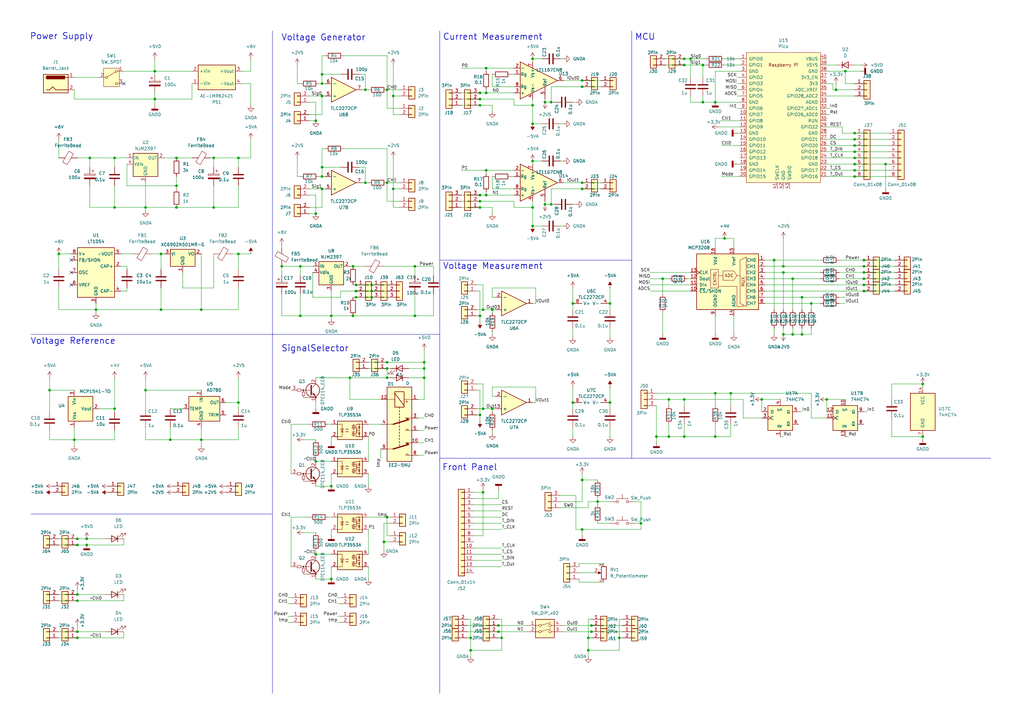
<source format=kicad_sch>
(kicad_sch (version 20250114) (generator "eeschema") (generator_version "9.0")
  (paper "A3")
  (lib_symbols
    (symbol "74xx:74HC74" (pin_names (offset 1.016))
      (property "Reference" "U" (at -7.62 8.89 0))
      (property "Value" "74HC74" (at -7.62 -8.89 0))
      (symbol "74HC74_1_0"
        (pin input line (at -7.62 2.54 0) (length 2.54) (name "D") (number "2"))
        (pin input clock (at -7.62 0 0) (length 2.54) (name "C") (number "3"))
        (pin input line (at 0 7.62 270) (length 2.54) (name "~{S}") (number "4"))
        (pin input line (at 0 -7.62 90) (length 2.54) (name "~{R}") (number "1"))
        (pin output line (at 7.62 2.54 180) (length 2.54) (name "Q") (number "5"))
        (pin output line (at 7.62 -2.54 180) (length 2.54) (name "~{Q}") (number "6"))
      )
      (symbol "74HC74_2_0"
        (pin input line (at -7.62 2.54 0) (length 2.54) (name "D") (number "12"))
        (pin input clock (at -7.62 0 0) (length 2.54) (name "C") (number "11"))
        (pin input line (at 0 7.62 270) (length 2.54) (name "~{S}") (number "10"))
        (pin input line (at 0 -7.62 90) (length 2.54) (name "~{R}") (number "13"))
        (pin output line (at 7.62 2.54 180) (length 2.54) (name "Q") (number "9"))
        (pin output line (at 7.62 -2.54 180) (length 2.54) (name "~{Q}") (number "8"))
      )
      (symbol "74HC74_3_0"
        (pin power_in line (at 0 10.16 270) (length 2.54) (name "VCC") (number "14"))
        (pin power_in line (at 0 -10.16 90) (length 2.54) (name "GND") (number "7"))
      )
    )
    (symbol "Amplifier_Instrumentation:AD620" (pin_names (offset 0.127))
      (property "Reference" "U" (at 3.81 7.62 0))
      (property "Value" "AD620" (at 5.08 5.08 0))
      (symbol "AD620_1_1"
        (pin input line (at -10.16 5.08 0) (length 2.54) (name "-") (number "2"))
        (pin passive line (at -10.16 2.54 0) (length 2.54) (name "Rg") (number "1"))
        (pin passive line (at -10.16 -2.54 0) (length 2.54) (name "Rg") (number "8"))
        (pin input line (at -10.16 -5.08 0) (length 2.54) (name "+") (number "3"))
        (pin power_in line (at -2.54 7.62 270) (length 2.54) (name "Vs+") (number "7"))
        (pin power_in line (at -2.54 -7.62 90) (length 2.54) (name "Vs-") (number "4"))
        (pin passive line (at 2.54 -7.62 90) (length 5.08) (name "Ref") (number "5"))
        (pin output line (at 10.16 0 180) (length 2.54) (name "~") (number "6"))
      )
    )
    (symbol "Analog_ADC:MCP3208" (pin_names (offset 1.016))
      (property "Reference" "U" (at -5.08 13.335 0))
      (property "Value" "MCP3208" (at -5.08 11.43 0))
      (symbol "MCP3208_0_0"
        (text "MUX" (at -6.35 -1.27 900) (effects (font (size 1.27 1.27))))
        (text "ADC" (at -0.635 1.27 0) (effects (font (size 1.27 1.27))))
        (text "CNTRL" (at 5.969 -2.921 900) (effects (font (size 1.27 1.27)) (justify left bottom)))
      )
      (symbol "MCP3208_1_1"
        (pin input line (at -15.24 7.62 0) (length 2.54) (name "CH0") (number "1"))
        (pin input line (at -15.24 5.08 0) (length 2.54) (name "CH1") (number "2"))
        (pin input line (at -15.24 2.54 0) (length 2.54) (name "CH2") (number "3"))
        (pin input line (at -15.24 0 0) (length 2.54) (name "CH3") (number "4"))
        (pin input line (at -15.24 -2.54 0) (length 2.54) (name "CH4") (number "5"))
        (pin input line (at -15.24 -5.08 0) (length 2.54) (name "CH5") (number "6"))
        (pin input line (at -15.24 -7.62 0) (length 2.54) (name "CH6") (number "7"))
        (pin input line (at -15.24 -10.16 0) (length 2.54) (name "CH7") (number "8"))
        (pin power_in line (at -2.54 12.7 270) (length 2.54) (name "Vref") (number "15"))
        (pin power_in line (at -2.54 -15.24 90) (length 2.54) (name "AGND") (number "14"))
        (pin power_in line (at 5.08 12.7 270) (length 2.54) (name "Vdd") (number "16"))
        (pin power_in line (at 5.08 -15.24 90) (length 2.54) (name "DGND") (number "9"))
        (pin input clock (at 15.24 2.54 180) (length 2.54) (name "CLK") (number "13"))
        (pin output line (at 15.24 0 180) (length 2.54) (name "Dout") (number "12"))
        (pin input line (at 15.24 -2.54 180) (length 2.54) (name "Din") (number "11"))
        (pin input line (at 15.24 -5.08 180) (length 2.54) (name "~{CS}/SHDN") (number "10"))
      )
    )
    (symbol "Connector:Barrel_Jack" (pin_names (offset 1.016))
      (property "Reference" "J" (at 0 5.334 0))
      (property "Value" "Barrel_Jack" (at 0 -5.08 0))
      (symbol "Barrel_Jack_1_1"
        (pin passive line (at 7.62 2.54 180) (length 2.54) (name "~") (number "1"))
        (pin passive line (at 7.62 -2.54 180) (length 2.54) (name "~") (number "2"))
      )
    )
    (symbol "Connector_Generic:Conn_01x02" (pin_names (offset 1.016) (hide yes))
      (property "Reference" "J" (at 0 2.54 0))
      (property "Value" "Conn_01x02" (at 0 -5.08 0))
      (symbol "Conn_01x02_1_1"
        (pin passive line (at -5.08 0 0) (length 3.81) (name "Pin_1") (number "1"))
        (pin passive line (at -5.08 -2.54 0) (length 3.81) (name "Pin_2") (number "2"))
      )
    )
    (symbol "Connector_Generic:Conn_01x03" (pin_names (offset 1.016) (hide yes))
      (property "Reference" "J" (at 0 5.08 0))
      (property "Value" "Conn_01x03" (at 0 -5.08 0))
      (symbol "Conn_01x03_1_1"
        (pin passive line (at -5.08 2.54 0) (length 3.81) (name "Pin_1") (number "1"))
        (pin passive line (at -5.08 0 0) (length 3.81) (name "Pin_2") (number "2"))
        (pin passive line (at -5.08 -2.54 0) (length 3.81) (name "Pin_3") (number "3"))
      )
    )
    (symbol "Connector_Generic:Conn_01x08" (pin_names (offset 1.016) (hide yes))
      (property "Reference" "J" (at 0 10.16 0))
      (property "Value" "Conn_01x08" (at 0 -12.7 0))
      (symbol "Conn_01x08_1_1"
        (pin passive line (at -5.08 7.62 0) (length 3.81) (name "Pin_1") (number "1"))
        (pin passive line (at -5.08 5.08 0) (length 3.81) (name "Pin_2") (number "2"))
        (pin passive line (at -5.08 2.54 0) (length 3.81) (name "Pin_3") (number "3"))
        (pin passive line (at -5.08 0 0) (length 3.81) (name "Pin_4") (number "4"))
        (pin passive line (at -5.08 -2.54 0) (length 3.81) (name "Pin_5") (number "5"))
        (pin passive line (at -5.08 -5.08 0) (length 3.81) (name "Pin_6") (number "6"))
        (pin passive line (at -5.08 -7.62 0) (length 3.81) (name "Pin_7") (number "7"))
        (pin passive line (at -5.08 -10.16 0) (length 3.81) (name "Pin_8") (number "8"))
      )
    )
    (symbol "Connector_Generic:Conn_01x14" (pin_names (offset 1.016) (hide yes))
      (property "Reference" "J" (at 0 17.78 0))
      (property "Value" "Conn_01x14" (at 0 -20.32 0))
      (symbol "Conn_01x14_1_1"
        (pin passive line (at -5.08 15.24 0) (length 3.81) (name "Pin_1") (number "1"))
        (pin passive line (at -5.08 12.7 0) (length 3.81) (name "Pin_2") (number "2"))
        (pin passive line (at -5.08 10.16 0) (length 3.81) (name "Pin_3") (number "3"))
        (pin passive line (at -5.08 7.62 0) (length 3.81) (name "Pin_4") (number "4"))
        (pin passive line (at -5.08 5.08 0) (length 3.81) (name "Pin_5") (number "5"))
        (pin passive line (at -5.08 2.54 0) (length 3.81) (name "Pin_6") (number "6"))
        (pin passive line (at -5.08 0 0) (length 3.81) (name "Pin_7") (number "7"))
        (pin passive line (at -5.08 -2.54 0) (length 3.81) (name "Pin_8") (number "8"))
        (pin passive line (at -5.08 -5.08 0) (length 3.81) (name "Pin_9") (number "9"))
        (pin passive line (at -5.08 -7.62 0) (length 3.81) (name "Pin_10") (number "10"))
        (pin passive line (at -5.08 -10.16 0) (length 3.81) (name "Pin_11") (number "11"))
        (pin passive line (at -5.08 -12.7 0) (length 3.81) (name "Pin_12") (number "12"))
        (pin passive line (at -5.08 -15.24 0) (length 3.81) (name "Pin_13") (number "13"))
        (pin passive line (at -5.08 -17.78 0) (length 3.81) (name "Pin_14") (number "14"))
      )
    )
    (symbol "DCBox:Pico" (pin_names (offset 1.016))
      (property "Reference" "U" (at -13.97 27.94 0))
      (property "Value" "Pico" (at 0 19.05 0))
      (symbol "Pico_0_0"
        (text "Raspberry Pi" (at 0 21.59 0) (effects (font (size 1.27 1.27))))
      )
      (symbol "Pico_1_1"
        (pin bidirectional line (at -17.78 24.13 0) (length 2.54) (name "GPIO0") (number "1"))
        (pin bidirectional line (at -17.78 21.59 0) (length 2.54) (name "GPIO1") (number "2"))
        (pin power_in line (at -17.78 19.05 0) (length 2.54) (name "GND") (number "3"))
        (pin bidirectional line (at -17.78 16.51 0) (length 2.54) (name "GPIO2") (number "4"))
        (pin bidirectional line (at -17.78 13.97 0) (length 2.54) (name "GPIO3") (number "5"))
        (pin bidirectional line (at -17.78 11.43 0) (length 2.54) (name "GPIO4") (number "6"))
        (pin bidirectional line (at -17.78 8.89 0) (length 2.54) (name "GPIO5") (number "7"))
        (pin power_in line (at -17.78 6.35 0) (length 2.54) (name "GND") (number "8"))
        (pin bidirectional line (at -17.78 3.81 0) (length 2.54) (name "GPIO6") (number "9"))
        (pin bidirectional line (at -17.78 1.27 0) (length 2.54) (name "GPIO7") (number "10"))
        (pin bidirectional line (at -17.78 -1.27 0) (length 2.54) (name "GPIO8") (number "11"))
        (pin bidirectional line (at -17.78 -3.81 0) (length 2.54) (name "GPIO9") (number "12"))
        (pin power_in line (at -17.78 -6.35 0) (length 2.54) (name "GND") (number "13"))
        (pin bidirectional line (at -17.78 -8.89 0) (length 2.54) (name "GPIO10") (number "14"))
        (pin bidirectional line (at -17.78 -11.43 0) (length 2.54) (name "GPIO11") (number "15"))
        (pin bidirectional line (at -17.78 -13.97 0) (length 2.54) (name "GPIO12") (number "16"))
        (pin bidirectional line (at -17.78 -16.51 0) (length 2.54) (name "GPIO13") (number "17"))
        (pin power_in line (at -17.78 -19.05 0) (length 2.54) (name "GND") (number "18"))
        (pin bidirectional line (at -17.78 -21.59 0) (length 2.54) (name "GPIO14") (number "19"))
        (pin bidirectional line (at -17.78 -24.13 0) (length 2.54) (name "GPIO15") (number "20"))
        (pin input line (at -2.54 -29.21 90) (length 2.54) (name "SWCLK") (number "41"))
        (pin power_in line (at 0 -29.21 90) (length 2.54) (name "GND") (number "42"))
        (pin bidirectional line (at 2.54 -29.21 90) (length 2.54) (name "SWDIO") (number "43"))
        (pin unspecified line (at 17.78 24.13 180) (length 2.54) (name "VBUS") (number "40"))
        (pin unspecified line (at 17.78 21.59 180) (length 2.54) (name "VSYS") (number "39"))
        (pin bidirectional line (at 17.78 19.05 180) (length 2.54) (name "GND") (number "38"))
        (pin input line (at 17.78 16.51 180) (length 2.54) (name "3V3_EN") (number "37"))
        (pin unspecified line (at 17.78 13.97 180) (length 2.54) (name "3V3") (number "36"))
        (pin unspecified line (at 17.78 11.43 180) (length 2.54) (name "ADC_VREF") (number "35"))
        (pin bidirectional line (at 17.78 8.89 180) (length 2.54) (name "GPIO28_ADC2") (number "34"))
        (pin power_in line (at 17.78 6.35 180) (length 2.54) (name "AGND") (number "33"))
        (pin bidirectional line (at 17.78 3.81 180) (length 2.54) (name "GPIO27_ADC1") (number "32"))
        (pin bidirectional line (at 17.78 1.27 180) (length 2.54) (name "GPIO26_ADC0") (number "31"))
        (pin input line (at 17.78 -1.27 180) (length 2.54) (name "RUN") (number "30"))
        (pin bidirectional line (at 17.78 -3.81 180) (length 2.54) (name "GPIO22") (number "29"))
        (pin power_in line (at 17.78 -6.35 180) (length 2.54) (name "GND") (number "28"))
        (pin bidirectional line (at 17.78 -8.89 180) (length 2.54) (name "GPIO21") (number "27"))
        (pin bidirectional line (at 17.78 -11.43 180) (length 2.54) (name "GPIO20") (number "26"))
        (pin bidirectional line (at 17.78 -13.97 180) (length 2.54) (name "GPIO19") (number "25"))
        (pin bidirectional line (at 17.78 -16.51 180) (length 2.54) (name "GPIO18") (number "24"))
        (pin power_in line (at 17.78 -19.05 180) (length 2.54) (name "GND") (number "23"))
        (pin bidirectional line (at 17.78 -21.59 180) (length 2.54) (name "GPIO17") (number "22"))
        (pin bidirectional line (at 17.78 -24.13 180) (length 2.54) (name "GPIO16") (number "21"))
      )
    )
    (symbol "DSBox2nd:AE-LMR62421"
      (property "Reference" "PS" (at -7.62 6.35 0))
      (property "Value" "AE-LMR62421" (at 1.27 6.35 0))
      (symbol "AE-LMR62421_0_0"
        (pin power_in line (at -10.16 2.54 0) (length 2.54) (name "-Vin") (number "1"))
        (pin power_in line (at -10.16 -2.54 0) (length 2.54) (name "+Vin") (number "2"))
        (pin power_out line (at 10.16 2.54 180) (length 2.54) (name "-Vout") (number "4"))
        (pin power_out line (at 10.16 -2.54 180) (length 2.54) (name "+Vout") (number "3"))
      )
    )
    (symbol "Device:C" (pin_numbers (hide yes)) (pin_names (offset 0.254))
      (property "Reference" "C" (at 0.635 2.54 0))
      (property "Value" "C" (at 0.635 -2.54 0))
      (symbol "C_1_1"
        (pin passive line (at 0 3.81 270) (length 2.794) (name "~") (number "1"))
        (pin passive line (at 0 -3.81 90) (length 2.794) (name "~") (number "2"))
      )
    )
    (symbol "Device:C_Polarized" (pin_numbers (hide yes)) (pin_names (offset 0.254))
      (property "Reference" "C" (at 0.635 2.54 0))
      (property "Value" "C_Polarized" (at 0.635 -2.54 0))
      (symbol "C_Polarized_1_1"
        (pin passive line (at 0 3.81 270) (length 2.794) (name "~") (number "1"))
        (pin passive line (at 0 -3.81 90) (length 2.794) (name "~") (number "2"))
      )
    )
    (symbol "Device:D" (pin_numbers (hide yes)) (pin_names (offset 1.016) (hide yes))
      (property "Reference" "D" (at 0 2.54 0))
      (property "Value" "D" (at 0 -2.54 0))
      (symbol "D_1_1"
        (pin passive line (at -3.81 0 0) (length 2.54) (name "K") (number "1"))
        (pin passive line (at 3.81 0 180) (length 2.54) (name "A") (number "2"))
      )
    )
    (symbol "Device:FerriteBead" (pin_numbers (hide yes)) (pin_names (offset 0))
      (property "Reference" "FB" (at -3.81 0.635 90))
      (property "Value" "FerriteBead" (at 3.81 0 90))
      (symbol "FerriteBead_1_1"
        (pin passive line (at 0 3.81 270) (length 2.54) (name "~") (number "1"))
        (pin passive line (at 0 -3.81 90) (length 2.54) (name "~") (number "2"))
      )
    )
    (symbol "Device:LED" (pin_numbers (hide yes)) (pin_names (offset 1.016) (hide yes))
      (property "Reference" "D" (at 0 2.54 0))
      (property "Value" "LED" (at 0 -2.54 0))
      (symbol "LED_1_1"
        (pin passive line (at -3.81 0 0) (length 2.54) (name "K") (number "1"))
        (pin passive line (at 3.81 0 180) (length 2.54) (name "A") (number "2"))
      )
    )
    (symbol "Device:Opamp_Dual"
      (property "Reference" "U" (at 0 5.08 0))
      (property "Value" "Opamp_Dual" (at 0 -5.08 0))
      (symbol "Opamp_Dual_1_1"
        (pin input line (at -7.62 2.54 0) (length 2.54) (name "+") (number "3"))
        (pin input line (at -7.62 -2.54 0) (length 2.54) (name "-") (number "2"))
        (pin output line (at 7.62 0 180) (length 2.54) (name "~") (number "1"))
      )
      (symbol "Opamp_Dual_2_1"
        (pin input line (at -7.62 2.54 0) (length 2.54) (name "+") (number "5"))
        (pin input line (at -7.62 -2.54 0) (length 2.54) (name "-") (number "6"))
        (pin output line (at 7.62 0 180) (length 2.54) (name "~") (number "7"))
      )
      (symbol "Opamp_Dual_3_1"
        (pin power_in line (at -2.54 7.62 270) (length 3.81) (name "V+") (number "8"))
        (pin power_in line (at -2.54 -7.62 90) (length 3.81) (name "V-") (number "4"))
      )
    )
    (symbol "Device:R" (pin_numbers (hide yes)) (pin_names (offset 0))
      (property "Reference" "R" (at 2.032 0 90))
      (property "Value" "R" (at 0 0 90))
      (symbol "R_1_1"
        (pin passive line (at 0 3.81 270) (length 1.27) (name "~") (number "1"))
        (pin passive line (at 0 -3.81 90) (length 1.27) (name "~") (number "2"))
      )
    )
    (symbol "Device:R_Potentiometer" (pin_names (offset 1.016) (hide yes))
      (property "Reference" "RV" (at -4.445 0 90))
      (property "Value" "R_Potentiometer" (at -2.54 0 90))
      (symbol "R_Potentiometer_1_1"
        (pin passive line (at 0 3.81 270) (length 1.27) (name "1") (number "1"))
        (pin passive line (at 0 -3.81 90) (length 1.27) (name "3") (number "3"))
        (pin passive line (at 3.81 0 180) (length 1.27) (name "2") (number "2"))
      )
    )
    (symbol "Reference_Voltage:LT1019xN8" (pin_names (offset 0.254))
      (property "Reference" "U" (at -7.62 6.35 0))
      (property "Value" "LT1019xN8" (at 7.62 6.35 0))
      (symbol "LT1019xN8_1_0"
        (pin passive line (at -7.62 0 0) (length 2.54) (name "TEMP") (number "3"))
        (pin no_connect line (at -5.08 2.54 0) (length 2.54) (hide yes) (name "DNC") (number "1"))
        (pin no_connect line (at -5.08 -2.54 0) (length 2.54) (hide yes) (name "DNC") (number "8"))
        (pin power_in line (at 0 7.62 270) (length 2.54) (name "IN") (number "2"))
        (pin power_in line (at 0 -7.62 90) (length 2.54) (name "GND") (number "4"))
        (pin no_connect line (at 7.62 0 180) (length 2.54) (hide yes) (name "DNC") (number "7"))
        (pin power_out line (at 10.16 2.54 180) (length 2.54) (name "OUT") (number "6"))
        (pin passive line (at 10.16 -2.54 180) (length 2.54) (name "TRIM") (number "5"))
      )
    )
    (symbol "Reference_Voltage:MCP1541-TO"
      (property "Reference" "U" (at 1.27 8.89 0))
      (property "Value" "MCP1541-TO" (at 1.27 6.35 0))
      (symbol "MCP1541-TO_1_1"
        (pin power_in line (at 0 7.62 270) (length 2.54) (name "Vin") (number "3"))
        (pin power_in line (at 0 -7.62 90) (length 2.54) (name "Vss") (number "1"))
        (pin power_out line (at 10.16 0 180) (length 2.54) (name "Vout") (number "2"))
      )
    )
    (symbol "Regulator_Linear:KA378R05" (pin_names (offset 0.254))
      (property "Reference" "U" (at -3.81 5.715 0))
      (property "Value" "KA378R05" (at 0 5.715 0))
      (symbol "KA378R05_1_1"
        (pin power_in line (at -7.62 2.54 0) (length 2.54) (name "IN") (number "1"))
        (pin input line (at -7.62 0 0) (length 2.54) (name "Vdis") (number "4"))
        (pin power_in line (at 0 -7.62 90) (length 2.54) (name "GND") (number "3"))
        (pin power_out line (at 7.62 2.54 180) (length 2.54) (name "OUT") (number "2"))
      )
    )
    (symbol "Regulator_Linear:MCP1700x-500xxTT" (pin_names (offset 0.254))
      (property "Reference" "U" (at -3.81 3.175 0))
      (property "Value" "MCP1700x-500xxTT" (at 0 3.175 0))
      (symbol "MCP1700x-500xxTT_1_1"
        (pin power_in line (at -7.62 0 0) (length 2.54) (name "VI") (number "3"))
        (pin power_in line (at 0 -7.62 90) (length 2.54) (name "GND") (number "1"))
        (pin power_out line (at 7.62 0 180) (length 2.54) (name "VO") (number "2"))
      )
    )
    (symbol "Regulator_SwitchedCapacitor:LT1054"
      (property "Reference" "U" (at -6.604 11.176 0))
      (property "Value" "LT1054" (at 4.318 11.176 0))
      (symbol "LT1054_1_1"
        (pin power_in line (at -10.16 7.62 0) (length 2.54) (name "V+") (number "8"))
        (pin input line (at -10.16 5.08 0) (length 2.54) (name "FB/SHDN") (number "1"))
        (pin input line (at -10.16 0 0) (length 2.54) (name "OSC") (number "7"))
        (pin output line (at -10.16 -5.08 0) (length 2.54) (name "VREF") (number "6"))
        (pin power_in line (at 0 -12.7 90) (length 2.54) (name "GND") (number "3"))
        (pin power_out line (at 10.16 7.62 180) (length 2.54) (name "-VOUT") (number "5"))
        (pin input line (at 10.16 2.54 180) (length 2.54) (name "CAP+") (number "2"))
        (pin input line (at 10.16 -7.62 180) (length 2.54) (name "CAP-") (number "4"))
      )
    )
    (symbol "Relay:EE2-5NU"
      (property "Reference" "K" (at 15.24 8.89 0))
      (property "Value" "EE2-5NU" (at 19.05 6.35 0))
      (symbol "EE2-5NU_1_1"
        (text "+" (at -9.271 2.921 0) (effects (font (size 1.27 1.27))))
        (pin passive line (at -10.16 7.62 270) (length 2.54) (name "~") (number "1"))
        (pin passive line (at -10.16 -7.62 90) (length 2.54) (name "~") (number "12"))
        (pin passive line (at -2.54 7.62 270) (length 2.54) (name "~") (number "3"))
        (pin passive line (at 0 -7.62 90) (length 2.54) (name "~") (number "4"))
        (pin passive line (at 2.54 7.62 270) (length 2.54) (name "~") (number "5"))
        (pin passive line (at 7.62 7.62 270) (length 2.54) (name "~") (number "10"))
        (pin passive line (at 10.16 -7.62 90) (length 2.54) (name "~") (number "9"))
        (pin passive line (at 12.7 7.62 270) (length 2.54) (name "~") (number "8"))
      )
    )
    (symbol "Relay_SolidState:TLP222A"
      (property "Reference" "U" (at -5.08 5.08 0))
      (property "Value" "TLP222A" (at 0 5.08 0))
      (symbol "TLP222A_1_1"
        (pin passive line (at -7.62 2.54 0) (length 2.54) (name "~") (number "1"))
        (pin passive line (at -7.62 -2.54 0) (length 2.54) (name "~") (number "2"))
        (pin passive line (at 7.62 2.54 180) (length 2.54) (name "~") (number "4"))
        (pin passive line (at 7.62 -2.54 180) (length 2.54) (name "~") (number "3"))
      )
    )
    (symbol "Switch:SW_DIP_x02" (pin_names (offset 0) (hide yes))
      (property "Reference" "SW" (at 0 6.35 0))
      (property "Value" "SW_DIP_x02" (at 0 -3.81 0))
      (symbol "SW_DIP_x02_1_1"
        (pin passive line (at -7.62 2.54 0) (length 5.08) (name "~") (number "1"))
        (pin passive line (at -7.62 0 0) (length 5.08) (name "~") (number "2"))
        (pin passive line (at 7.62 2.54 180) (length 5.08) (name "~") (number "4"))
        (pin passive line (at 7.62 0 180) (length 5.08) (name "~") (number "3"))
      )
    )
    (symbol "Switch:SW_Push" (pin_numbers (hide yes)) (pin_names (offset 1.016) (hide yes))
      (property "Reference" "SW" (at 1.27 2.54 0))
      (property "Value" "SW_Push" (at 0 -1.524 0))
      (symbol "SW_Push_0_1"
        (pin passive line (at -5.08 0 0) (length 2.54) (name "1") (number "1"))
        (pin passive line (at 5.08 0 180) (length 2.54) (name "2") (number "2"))
      )
    )
    (symbol "Switch:SW_SPDT" (pin_names (offset 0) (hide yes))
      (property "Reference" "SW" (at 0 5.08 0))
      (property "Value" "SW_SPDT" (at 0 -5.08 0))
      (symbol "SW_SPDT_1_1"
        (pin passive line (at -5.08 0 0) (length 2.54) (name "B") (number "2"))
        (pin passive line (at 5.08 2.54 180) (length 2.54) (name "A") (number "1"))
        (pin passive line (at 5.08 -2.54 180) (length 2.54) (name "C") (number "3"))
      )
    )
    (symbol "Transistor_BJT:Q_NPN_BRT_ECB" (pin_names (hide yes))
      (property "Reference" "Q" (at 3.81 1.27 0))
      (property "Value" "Q_NPN_BRT_ECB" (at 3.81 -1.27 0))
      (symbol "Q_NPN_BRT_ECB_1_1"
        (pin input line (at -8.89 0 0) (length 2.54) (name "B") (number "3"))
        (pin passive line (at 1.27 5.08 270) (length 2.54) (name "C") (number "2"))
        (pin passive line (at 1.27 -5.08 90) (length 2.54) (name "E") (number "1"))
      )
    )
    (symbol "power:+2V5" (power) (pin_numbers (hide yes)) (pin_names (offset 0) (hide yes))
      (property "Value" "+2V5" (at 0 3.556 0))
      (symbol "+2V5_1_1"
        (pin power_in line (at 0 0 90) (length 0) (name "~") (number "1"))
      )
    )
    (symbol "power:+3.3V" (power) (pin_numbers (hide yes)) (pin_names (offset 0) (hide yes))
      (property "Value" "+3.3V" (at 0 3.556 0))
      (symbol "+3.3V_1_1"
        (pin power_in line (at 0 0 90) (length 0) (name "~") (number "1"))
      )
    )
    (symbol "power:+4V" (power) (pin_numbers (hide yes)) (pin_names (offset 0) (hide yes))
      (property "Value" "+4V" (at 0 3.556 0))
      (symbol "+4V_1_1"
        (pin power_in line (at 0 0 90) (length 0) (name "~") (number "1"))
      )
    )
    (symbol "power:+5VA" (power) (pin_numbers (hide yes)) (pin_names (offset 0) (hide yes))
      (property "Value" "+5VA" (at 0 3.556 0))
      (symbol "+5VA_1_1"
        (pin power_in line (at 0 0 90) (length 0) (name "~") (number "1"))
      )
    )
    (symbol "power:+5VD" (power) (pin_numbers (hide yes)) (pin_names (offset 0) (hide yes))
      (property "Value" "+5VD" (at 0 3.556 0))
      (symbol "+5VD_1_1"
        (pin power_in line (at 0 0 90) (length 0) (name "~") (number "1"))
      )
    )
    (symbol "power:+6V" (power) (pin_numbers (hide yes)) (pin_names (offset 0) (hide yes))
      (property "Value" "+6V" (at 0 3.556 0))
      (symbol "+6V_1_1"
        (pin power_in line (at 0 0 90) (length 0) (name "~") (number "1"))
      )
    )
    (symbol "power:-5VA" (power) (pin_numbers (hide yes)) (pin_names (offset 0) (hide yes))
      (property "Value" "-5VA" (at 0 3.556 0))
      (symbol "-5VA_0_0"
        (pin power_in line (at 0 0 90) (length 0) (name "~") (number "1"))
      )
    )
    (symbol "power:GNDA" (power) (pin_numbers (hide yes)) (pin_names (offset 0) (hide yes))
      (property "Value" "GNDA" (at 0 -3.81 0))
      (symbol "GNDA_1_1"
        (pin power_in line (at 0 0 270) (length 0) (name "~") (number "1"))
      )
    )
    (symbol "power:GNDD" (power) (pin_numbers (hide yes)) (pin_names (offset 0) (hide yes))
      (property "Value" "GNDD" (at 0 -3.175 0))
      (symbol "GNDD_1_1"
        (pin power_in line (at 0 0 270) (length 0) (name "~") (number "1"))
      )
    )
  )
  (text "Voltage Generator" (exclude_from_sim yes) (at 115.316 15.494 0) (effects (font (size 2.54 2.54) (thickness 0.254) (bold yes)) (justify left)))
  (text "Power Supply" (exclude_from_sim yes) (at 12.192 14.986 0) (effects (font (size 2.54 2.54) (thickness 0.254) (bold yes)) (justify left)))
  (text "SignalSelector" (exclude_from_sim yes) (at 115.316 143.002 0) (effects (font (size 2.54 2.54) (thickness 0.254) (bold yes)) (justify left)))
  (text "Voltage Reference" (exclude_from_sim yes) (at 12.446 139.954 0) (effects (font (size 2.54 2.54) (thickness 0.254) (bold yes)) (justify left)))
  (text "Front Panel" (exclude_from_sim yes) (at 181.356 191.77 0) (effects (font (size 2.54 2.54) (thickness 0.254) (bold yes)) (justify left)))
  (text "Voltage Measurement" (exclude_from_sim yes) (at 181.61 109.22 0) (effects (font (size 2.54 2.54) (thickness 0.254) (bold yes)) (justify left)))
  (text "MCU" (exclude_from_sim yes) (at 260.35 15.24 0) (effects (font (size 2.54 2.54) (thickness 0.254) (bold yes)) (justify left)))
  (text "Current Measurement" (exclude_from_sim yes) (at 181.61 15.24 0) (effects (font (size 2.54 2.54) (thickness 0.254) (bold yes)) (justify left)))
  (junction (at 342.9 36.83))
  (junction (at 31.75 261.62))
  (junction (at 199.39 69.85))
  (junction (at 271.78 114.3))
  (junction (at 149.86 36.83))
  (junction (at 238.76 35.56))
  (junction (at 59.69 85.09))
  (junction (at 234.95 124.46))
  (junction (at 204.47 259.08))
  (junction (at 196.85 43.18))
  (junction (at 205.74 261.62))
  (junction (at 218.44 66.04))
  (junction (at 161.29 39.37))
  (junction (at 72.39 76.2))
  (junction (at 339.09 163.83))
  (junction (at 158.75 36.83))
  (junction (at 350.52 69.85))
  (junction (at 39.37 127))
  (junction (at 346.71 29.21))
  (junction (at 350.52 62.23))
  (junction (at 218.44 85.09))
  (junction (at 31.75 223.52))
  (junction (at 201.93 167.64))
  (junction (at 72.39 64.77))
  (junction (at 193.04 261.62))
  (junction (at 280.67 163.83))
  (junction (at 199.39 80.01))
  (junction (at 223.52 83.82))
  (junction (at 196.85 80.01))
  (junction (at 223.52 41.91))
  (junction (at 132.08 72.39))
  (junction (at 234.95 165.1))
  (junction (at 218.44 92.71))
  (junction (at 378.46 179.07))
  (junction (at 82.55 127))
  (junction (at 297.18 97.79))
  (junction (at 135.89 199.39))
  (junction (at 20.32 160.02))
  (junction (at 241.3 261.62))
  (junction (at 132.08 39.37))
  (junction (at 288.29 26.67))
  (junction (at 170.18 129.54))
  (junction (at 354.33 111.76))
  (junction (at 196.85 170.18))
  (junction (at 82.55 180.34))
  (junction (at 280.67 26.67))
  (junction (at 97.79 64.77))
  (junction (at 97.79 104.14))
  (junction (at 196.85 85.09))
  (junction (at 149.86 74.93))
  (junction (at 250.19 165.1))
  (junction (at 59.69 160.02))
  (junction (at 30.48 180.34))
  (junction (at 158.75 148.59))
  (junction (at 170.18 109.22))
  (junction (at 280.67 179.07))
  (junction (at 129.54 49.53))
  (junction (at 196.85 82.55))
  (junction (at 66.04 104.14))
  (junction (at 36.83 64.77))
  (junction (at 72.39 85.09))
  (junction (at 350.52 64.77))
  (junction (at 157.48 222.25))
  (junction (at 35.56 220.98))
  (junction (at 218.44 24.13))
  (junction (at 274.32 179.07))
  (junction (at 238.76 77.47))
  (junction (at 144.78 109.22))
  (junction (at 363.22 67.31))
  (junction (at 132.08 77.47))
  (junction (at 350.52 72.39))
  (junction (at 115.57 109.22))
  (junction (at 354.33 114.3))
  (junction (at 173.99 148.59))
  (junction (at 35.56 223.52))
  (junction (at 161.29 77.47))
  (junction (at 238.76 217.17))
  (junction (at 293.37 161.29))
  (junction (at 66.04 127))
  (junction (at 299.72 161.29))
  (junction (at 317.5 106.68))
  (junction (at 196.85 38.1))
  (junction (at 354.33 119.38))
  (junction (at 204.47 256.54))
  (junction (at 350.52 54.61))
  (junction (at 144.78 129.54))
  (junction (at 135.89 237.49))
  (junction (at 158.75 212.09))
  (junction (at 132.08 68.58))
  (junction (at 132.08 30.48))
  (junction (at 238.76 74.93))
  (junction (at 328.93 137.16))
  (junction (at 332.74 124.46))
  (junction (at 129.54 227.33))
  (junction (at 201.93 127))
  (junction (at 288.29 41.91))
  (junction (at 97.79 165.1))
  (junction (at 152.4 121.92))
  (junction (at 152.4 119.38))
  (junction (at 46.99 167.64))
  (junction (at 173.99 154.94))
  (junction (at 146.05 121.92))
  (junction (at 226.06 41.91))
  (junction (at 354.33 109.22))
  (junction (at 129.54 87.63))
  (junction (at 31.75 243.84))
  (junction (at 269.24 179.07))
  (junction (at 143.51 154.94))
  (junction (at 321.31 109.22))
  (junction (at 69.85 180.34))
  (junction (at 250.19 124.46))
  (junction (at 199.39 38.1))
  (junction (at 31.75 259.08))
  (junction (at 354.33 116.84))
  (junction (at 241.3 266.7))
  (junction (at 158.75 74.93))
  (junction (at 123.19 129.54))
  (junction (at 312.42 163.83))
  (junction (at 132.08 34.29))
  (junction (at 63.5 29.21))
  (junction (at 242.57 256.54))
  (junction (at 293.37 41.91))
  (junction (at 254 261.62))
  (junction (at 242.57 259.08))
  (junction (at 31.75 246.38))
  (junction (at 262.89 214.63))
  (junction (at 87.63 64.77))
  (junction (at 198.12 127))
  (junction (at 173.99 151.13))
  (junction (at 218.44 43.18))
  (junction (at 325.12 114.3))
  (junction (at 378.46 157.48))
  (junction (at 196.85 40.64))
  (junction (at 350.52 57.15))
  (junction (at 350.52 67.31))
  (junction (at 135.89 129.54))
  (junction (at 46.99 85.09))
  (junction (at 196.85 129.54))
  (junction (at 146.05 119.38))
  (junction (at 325.12 137.16))
  (junction (at 238.76 196.85))
  (junction (at 46.99 64.77))
  (junction (at 123.19 109.22))
  (junction (at 31.75 220.98))
  (junction (at 321.31 111.76))
  (junction (at 198.12 167.64))
  (junction (at 158.75 154.94))
  (junction (at 152.4 116.84))
  (junction (at 63.5 40.64))
  (junction (at 226.06 83.82))
  (junction (at 146.05 116.84))
  (junction (at 293.37 179.07))
  (junction (at 283.21 24.13))
  (junction (at 87.63 85.09))
  (junction (at 321.31 137.16))
  (junction (at 238.76 33.02))
  (junction (at 245.11 205.74))
  (junction (at 274.32 163.83))
  (junction (at 350.52 59.69))
  (junction (at 218.44 50.8))
  (junction (at 198.12 201.93))
  (junction (at 193.04 266.7))
  (junction (at 129.54 189.23))
  (junction (at 199.39 27.94))
  (junction (at 328.93 121.92))
  (junction (at 24.13 104.14))
  (junction (at 354.33 106.68))
  (junction (at 280.67 24.13))
  (junction (at 158.75 151.13))
  (no_connect (at 29.21 106.68))
  (no_connect (at 29.21 111.76))
  (no_connect (at 50.8 34.29))
  (no_connect (at 29.21 116.84))
  (wire (pts (xy 198.12 219.71) (xy 194.31 219.71)))
  (wire (pts (xy 158.75 74.93) (xy 163.83 74.93)))
  (wire (pts (xy 31.75 223.52) (xy 35.56 223.52)))
  (wire (pts (xy 72.39 85.09) (xy 87.63 85.09)))
  (wire (pts (xy 299.72 161.29) (xy 332.74 161.29)))
  (wire (pts (xy 339.09 163.83) (xy 346.71 163.83)))
  (wire (pts (xy 193.04 261.62) (xy 193.04 266.7)))
  (wire (pts (xy 119.38 212.09) (xy 119.38 232.41)))
  (wire (pts (xy 40.64 167.64) (xy 46.99 167.64)))
  (wire (pts (xy 341.63 36.83) (xy 342.9 36.83)))
  (wire (pts (xy 201.93 85.09) (xy 201.93 87.63)))
  (wire (pts (xy 236.22 203.2) (xy 236.22 217.17)))
  (wire (pts (xy 50.8 220.98) (xy 50.8 223.52)))
  (wire (pts (xy 295.91 72.39) (xy 303.53 72.39)))
  (wire (pts (xy 161.29 77.47) (xy 161.29 85.09)))
  (wire (pts (xy 280.67 163.83) (xy 280.67 166.37)))
  (wire (pts (xy 196.85 170.18) (xy 196.85 172.72)))
  (wire (pts (xy 132.08 22.86) (xy 132.08 30.48)))
  (wire (pts (xy 147.32 68.58) (xy 149.86 68.58)))
  (wire (pts (xy 218.44 24.13) (xy 218.44 25.4)))
  (wire (pts (xy 130.81 34.29) (xy 132.08 34.29)))
  (wire (pts (xy 158.75 212.09) (xy 158.75 219.71)))
  (wire (pts (xy 218.44 40.64) (xy 218.44 43.18)))
  (wire (pts (xy 271.78 114.3) (xy 271.78 120.65)))
  (wire (pts (xy 300.99 129.54) (xy 300.99 137.16)))
  (wire (pts (xy 63.5 29.21) (xy 63.5 30.48)))
  (wire (pts (xy 332.74 124.46) (xy 332.74 127)))
  (wire (pts (xy 195.58 170.18) (xy 196.85 170.18)))
  (wire (pts (xy 157.48 214.63) (xy 157.48 222.25)))
  (wire (pts (xy 149.86 30.48) (xy 149.86 36.83)))
  (wire (pts (xy 194.31 229.87) (xy 205.74 229.87)))
  (wire (pts (xy 236.22 41.91) (xy 234.95 41.91)))
  (wire (pts (xy 132.08 77.47) (xy 132.08 85.09)))
  (wire (pts (xy 31.75 246.38) (xy 50.8 246.38)))
  (wire (pts (xy 196.85 129.54) (xy 196.85 132.08)))
  (wire (pts (xy 288.29 26.67) (xy 288.29 31.75)))
  (wire (pts (xy 173.99 151.13) (xy 173.99 154.94)))
  (wire (pts (xy 238.76 194.31) (xy 238.76 196.85)))
  (wire (pts (xy 241.3 254) (xy 241.3 261.62)))
  (wire (pts (xy 30.48 31.75) (xy 40.64 31.75)))
  (wire (pts (xy 129.54 165.1) (xy 129.54 167.64)))
  (wire (pts (xy 293.37 129.54) (xy 293.37 137.16)))
  (wire (pts (xy 245.11 205.74) (xy 245.11 207.01)))
  (wire (pts (xy 288.29 41.91) (xy 293.37 41.91)))
  (wire (pts (xy 66.04 118.11) (xy 66.04 127)))
  (wire (pts (xy 313.69 114.3) (xy 325.12 114.3)))
  (wire (pts (xy 241.3 261.62) (xy 241.3 266.7)))
  (wire (pts (xy 191.77 261.62) (xy 193.04 261.62)))
  (wire (pts (xy 339.09 26.67) (xy 342.9 26.67)))
  (wire (pts (xy 132.08 68.58) (xy 132.08 72.39)))
  (wire (pts (xy 118.11 245.11) (xy 119.38 245.11)))
  (wire (pts (xy 332.74 124.46) (xy 336.55 124.46)))
  (wire (pts (xy 30.48 40.64) (xy 63.5 40.64)))
  (wire (pts (xy 158.75 36.83) (xy 163.83 36.83)))
  (wire (pts (xy 97.79 64.77) (xy 102.87 64.77)))
  (wire (pts (xy 46.99 176.53) (xy 46.99 180.34)))
  (wire (pts (xy 138.43 247.65) (xy 139.7 247.65)))
  (wire (pts (xy 274.32 173.99) (xy 274.32 179.07)))
  (wire (pts (xy 254 254) (xy 254 261.62)))
  (wire (pts (xy 121.92 72.39) (xy 123.19 72.39)))
  (wire (pts (xy 354.33 119.38) (xy 367.03 119.38)))
  (wire (pts (xy 250.19 118.11) (xy 250.19 124.46)))
  (polyline (pts (xy 180.34 12.7) (xy 180.34 137.16)))
  (wire (pts (xy 129.54 199.39) (xy 135.89 199.39)))
  (wire (pts (xy 260.35 214.63) (xy 262.89 214.63)))
  (wire (pts (xy 78.74 34.29) (xy 78.74 40.64)))
  (wire (pts (xy 273.05 24.13) (xy 280.67 24.13)))
  (polyline (pts (xy 111.76 198.12) (xy 111.76 284.48)))
  (wire (pts (xy 198.12 116.84) (xy 198.12 127)))
  (wire (pts (xy 59.69 74.93) (xy 59.69 85.09)))
  (wire (pts (xy 118.11 247.65) (xy 119.38 247.65)))
  (wire (pts (xy 173.99 148.59) (xy 173.99 151.13)))
  (wire (pts (xy 354.33 106.68) (xy 367.03 106.68)))
  (wire (pts (xy 59.69 160.02) (xy 82.55 160.02)))
  (wire (pts (xy 30.48 175.26) (xy 30.48 180.34)))
  (polyline (pts (xy 180.34 137.16) (xy 180.34 284.48)))
  (wire (pts (xy 97.79 175.26) (xy 97.79 180.34)))
  (wire (pts (xy 170.18 109.22) (xy 170.18 113.03)))
  (wire (pts (xy 191.77 256.54) (xy 204.47 256.54)))
  (wire (pts (xy 151.13 232.41) (xy 151.13 237.49)))
  (wire (pts (xy 201.93 77.47) (xy 210.82 77.47)))
  (wire (pts (xy 82.55 175.26) (xy 82.55 180.34)))
  (wire (pts (xy 50.8 259.08) (xy 50.8 261.62)))
  (wire (pts (xy 219.71 118.11) (xy 219.71 124.46)))
  (wire (pts (xy 177.8 120.65) (xy 177.8 129.54)))
  (wire (pts (xy 46.99 167.64) (xy 46.99 168.91)))
  (wire (pts (xy 151.13 179.07) (xy 151.13 189.23)))
  (wire (pts (xy 158.75 22.86) (xy 158.75 36.83)))
  (polyline (pts (xy 259.08 106.68) (xy 259.08 146.05)))
  (wire (pts (xy 201.93 176.53) (xy 201.93 177.8)))
  (wire (pts (xy 50.8 243.84) (xy 50.8 246.38)))
  (wire (pts (xy 231.14 33.02) (xy 238.76 33.02)))
  (wire (pts (xy 157.48 222.25) (xy 157.48 226.06)))
  (wire (pts (xy 242.57 261.62) (xy 241.3 261.62)))
  (wire (pts (xy 339.09 69.85) (xy 350.52 69.85)))
  (wire (pts (xy 350.52 69.85) (xy 364.49 69.85)))
  (wire (pts (xy 24.13 104.14) (xy 29.21 104.14)))
  (wire (pts (xy 234.95 134.62) (xy 234.95 138.43)))
  (wire (pts (xy 194.31 214.63) (xy 205.74 214.63)))
  (wire (pts (xy 325.12 137.16) (xy 328.93 137.16)))
  (wire (pts (xy 218.44 82.55) (xy 218.44 85.09)))
  (wire (pts (xy 143.51 154.94) (xy 143.51 163.83)))
  (wire (pts (xy 115.57 109.22) (xy 115.57 113.03)))
  (wire (pts (xy 238.76 196.85) (xy 245.11 196.85)))
  (wire (pts (xy 151.13 194.31) (xy 151.13 199.39)))
  (wire (pts (xy 299.72 161.29) (xy 299.72 166.37)))
  (wire (pts (xy 378.46 157.48) (xy 378.46 158.75)))
  (wire (pts (xy 171.45 181.61) (xy 173.99 181.61)))
  (wire (pts (xy 280.67 173.99) (xy 280.67 179.07)))
  (wire (pts (xy 339.09 67.31) (xy 350.52 67.31)))
  (wire (pts (xy 149.86 36.83) (xy 151.13 36.83)))
  (wire (pts (xy 234.95 124.46) (xy 234.95 127)))
  (polyline (pts (xy 259.08 106.68) (xy 180.34 106.68)))
  (wire (pts (xy 69.85 180.34) (xy 69.85 175.26)))
  (wire (pts (xy 312.42 163.83) (xy 312.42 168.91)))
  (wire (pts (xy 115.57 109.22) (xy 123.19 109.22)))
  (wire (pts (xy 132.08 30.48) (xy 139.7 30.48)))
  (wire (pts (xy 226.06 35.56) (xy 226.06 41.91)))
  (wire (pts (xy 167.64 154.94) (xy 173.99 154.94)))
  (wire (pts (xy 218.44 66.04) (xy 222.25 66.04)))
  (wire (pts (xy 143.51 163.83) (xy 156.21 163.83)))
  (wire (pts (xy 204.47 259.08) (xy 215.9 259.08)))
  (wire (pts (xy 123.19 109.22) (xy 128.27 109.22)))
  (wire (pts (xy 63.5 40.64) (xy 78.74 40.64)))
  (wire (pts (xy 97.79 76.2) (xy 97.79 85.09)))
  (polyline (pts (xy 111.76 137.16) (xy 111.76 198.12)))
  (wire (pts (xy 121.92 64.77) (xy 121.92 72.39)))
  (wire (pts (xy 24.13 259.08) (xy 31.75 259.08)))
  (polyline (pts (xy 111.76 12.7) (xy 111.76 137.16)))
  (wire (pts (xy 313.69 116.84) (xy 354.33 116.84)))
  (wire (pts (xy 313.69 119.38) (xy 354.33 119.38)))
  (wire (pts (xy 237.49 234.95) (xy 243.84 234.95)))
  (wire (pts (xy 229.87 92.71) (xy 231.14 92.71)))
  (wire (pts (xy 302.26 44.45) (xy 303.53 44.45)))
  (wire (pts (xy 149.86 74.93) (xy 151.13 74.93)))
  (wire (pts (xy 152.4 121.92) (xy 158.75 121.92)))
  (wire (pts (xy 203.2 162.56) (xy 201.93 162.56)))
  (wire (pts (xy 273.05 26.67) (xy 280.67 26.67)))
  (wire (pts (xy 199.39 38.1) (xy 199.39 36.83)))
  (wire (pts (xy 271.78 114.3) (xy 274.32 114.3)))
  (wire (pts (xy 302.26 39.37) (xy 303.53 39.37)))
  (wire (pts (xy 204.47 261.62) (xy 205.74 261.62)))
  (wire (pts (xy 321.31 137.16) (xy 325.12 137.16)))
  (wire (pts (xy 158.75 82.55) (xy 163.83 82.55)))
  (wire (pts (xy 46.99 64.77) (xy 52.07 64.77)))
  (wire (pts (xy 321.31 111.76) (xy 321.31 127)))
  (wire (pts (xy 158.75 74.93) (xy 158.75 82.55)))
  (wire (pts (xy 274.32 166.37) (xy 274.32 163.83)))
  (wire (pts (xy 129.54 41.91) (xy 129.54 49.53)))
  (wire (pts (xy 271.78 128.27) (xy 271.78 137.16)))
  (wire (pts (xy 350.52 67.31) (xy 363.22 67.31)))
  (wire (pts (xy 350.52 57.15) (xy 364.49 57.15)))
  (wire (pts (xy 46.99 154.94) (xy 46.99 167.64)))
  (wire (pts (xy 238.76 35.56) (xy 226.06 35.56)))
  (wire (pts (xy 87.63 118.11) (xy 87.63 104.14)))
  (wire (pts (xy 321.31 134.62) (xy 321.31 137.16)))
  (wire (pts (xy 345.44 54.61) (xy 350.52 54.61)))
  (wire (pts (xy 250.19 124.46) (xy 250.19 127)))
  (wire (pts (xy 156.21 184.15) (xy 156.21 187.96)))
  (wire (pts (xy 82.55 180.34) (xy 69.85 180.34)))
  (wire (pts (xy 226.06 77.47) (xy 226.06 83.82)))
  (wire (pts (xy 209.55 30.48) (xy 210.82 30.48)))
  (wire (pts (xy 148.59 36.83) (xy 149.86 36.83)))
  (wire (pts (xy 135.89 119.38) (xy 135.89 129.54)))
  (wire (pts (xy 312.42 171.45) (xy 304.8 171.45)))
  (wire (pts (xy 49.53 104.14) (xy 54.61 104.14)))
  (wire (pts (xy 238.76 217.17) (xy 238.76 219.71)))
  (wire (pts (xy 24.13 104.14) (xy 24.13 110.49)))
  (wire (pts (xy 260.35 205.74) (xy 262.89 205.74)))
  (wire (pts (xy 133.35 60.96) (xy 132.08 60.96)))
  (polyline (pts (xy 12.7 210.82) (xy 111.76 210.82)))
  (wire (pts (xy 313.69 109.22) (xy 321.31 109.22)))
  (wire (pts (xy 255.27 259.08) (xy 242.57 259.08)))
  (wire (pts (xy 52.07 109.22) (xy 52.07 110.49)))
  (wire (pts (xy 138.43 252.73) (xy 139.7 252.73)))
  (wire (pts (xy 339.09 64.77) (xy 350.52 64.77)))
  (wire (pts (xy 210.82 82.55) (xy 210.82 85.09)))
  (wire (pts (xy 255.27 254) (xy 254 254)))
  (wire (pts (xy 133.35 22.86) (xy 132.08 22.86)))
  (wire (pts (xy 238.76 77.47) (xy 226.06 77.47)))
  (wire (pts (xy 102.87 57.15) (xy 102.87 64.77)))
  (wire (pts (xy 254 261.62) (xy 254 266.7)))
  (wire (pts (xy 193.04 266.7) (xy 205.74 266.7)))
  (wire (pts (xy 158.75 60.96) (xy 158.75 74.93)))
  (wire (pts (xy 132.08 77.47) (xy 133.35 77.47)))
  (wire (pts (xy 87.63 64.77) (xy 97.79 64.77)))
  (wire (pts (xy 127 39.37) (xy 132.08 39.37)))
  (wire (pts (xy 199.39 80.01) (xy 199.39 78.74)))
  (wire (pts (xy 193.04 266.7) (xy 193.04 269.24)))
  (wire (pts (xy 24.13 223.52) (xy 31.75 223.52)))
  (wire (pts (xy 124.46 180.34) (xy 129.54 180.34)))
  (wire (pts (xy 193.04 254) (xy 193.04 261.62)))
  (wire (pts (xy 227.33 41.91) (xy 226.06 41.91)))
  (wire (pts (xy 317.5 106.68) (xy 336.55 106.68)))
  (wire (pts (xy 52.07 118.11) (xy 52.07 119.38)))
  (wire (pts (xy 135.89 173.99) (xy 134.62 173.99)))
  (wire (pts (xy 132.08 72.39) (xy 133.35 72.39)))
  (wire (pts (xy 328.93 137.16) (xy 332.74 137.16)))
  (wire (pts (xy 280.67 26.67) (xy 288.29 26.67)))
  (wire (pts (xy 218.44 50.8) (xy 222.25 50.8)))
  (wire (pts (xy 242.57 254) (xy 241.3 254)))
  (wire (pts (xy 144.78 129.54) (xy 170.18 129.54)))
  (wire (pts (xy 210.82 43.18) (xy 218.44 43.18)))
  (wire (pts (xy 241.3 205.74) (xy 245.11 205.74)))
  (wire (pts (xy 86.36 64.77) (xy 87.63 64.77)))
  (wire (pts (xy 325.12 134.62) (xy 325.12 137.16)))
  (wire (pts (xy 250.19 158.75) (xy 250.19 165.1)))
  (wire (pts (xy 99.06 29.21) (xy 102.87 29.21)))
  (wire (pts (xy 199.39 29.21) (xy 199.39 27.94)))
  (wire (pts (xy 196.85 80.01) (xy 199.39 80.01)))
  (wire (pts (xy 132.08 68.58) (xy 139.7 68.58)))
  (wire (pts (xy 297.18 24.13) (xy 303.53 24.13)))
  (wire (pts (xy 189.23 27.94) (xy 199.39 27.94)))
  (wire (pts (xy 245.11 204.47) (xy 245.11 205.74)))
  (wire (pts (xy 151.13 148.59) (xy 158.75 148.59)))
  (wire (pts (xy 350.52 72.39) (xy 364.49 72.39)))
  (wire (pts (xy 350.52 59.69) (xy 364.49 59.69)))
  (wire (pts (xy 170.18 120.65) (xy 170.18 129.54)))
  (wire (pts (xy 204.47 256.54) (xy 215.9 256.54)))
  (wire (pts (xy 46.99 64.77) (xy 46.99 68.58)))
  (wire (pts (xy 31.75 220.98) (xy 35.56 220.98)))
  (wire (pts (xy 31.75 259.08) (xy 43.18 259.08)))
  (wire (pts (xy 132.08 39.37) (xy 133.35 39.37)))
  (wire (pts (xy 218.44 66.04) (xy 218.44 67.31)))
  (wire (pts (xy 317.5 134.62) (xy 317.5 137.16)))
  (wire (pts (xy 118.11 252.73) (xy 119.38 252.73)))
  (wire (pts (xy 189.23 80.01) (xy 196.85 80.01)))
  (wire (pts (xy 218.44 24.13) (xy 222.25 24.13)))
  (wire (pts (xy 300.99 97.79) (xy 300.99 101.6)))
  (wire (pts (xy 332.74 171.45) (xy 339.09 171.45)))
  (wire (pts (xy 144.78 121.92) (xy 146.05 121.92)))
  (wire (pts (xy 332.74 161.29) (xy 332.74 171.45)))
  (wire (pts (xy 139.7 119.38) (xy 139.7 121.92)))
  (wire (pts (xy 66.04 104.14) (xy 67.31 104.14)))
  (wire (pts (xy 135.89 232.41) (xy 135.89 237.49)))
  (wire (pts (xy 195.58 119.38) (xy 196.85 119.38)))
  (wire (pts (xy 191.77 254) (xy 193.04 254)))
  (wire (pts (xy 189.23 38.1) (xy 196.85 38.1)))
  (polyline (pts (xy 111.76 137.16) (xy 180.34 137.16)))
  (wire (pts (xy 129.54 226.06) (xy 129.54 227.33)))
  (wire (pts (xy 344.17 124.46) (xy 346.71 124.46)))
  (wire (pts (xy 304.8 171.45) (xy 304.8 163.83)))
  (wire (pts (xy 365.76 179.07) (xy 378.46 179.07)))
  (wire (pts (xy 196.85 160.02) (xy 196.85 170.18)))
  (wire (pts (xy 129.54 187.96) (xy 129.54 189.23)))
  (polyline (pts (xy 259.08 12.7) (xy 259.08 106.68)))
  (wire (pts (xy 245.11 214.63) (xy 250.19 214.63)))
  (wire (pts (xy 199.39 71.12) (xy 199.39 69.85)))
  (wire (pts (xy 24.13 118.11) (xy 24.13 127)))
  (wire (pts (xy 196.85 43.18) (xy 201.93 43.18)))
  (wire (pts (xy 129.54 80.01) (xy 129.54 87.63)))
  (wire (pts (xy 313.69 106.68) (xy 317.5 106.68)))
  (wire (pts (xy 138.43 245.11) (xy 139.7 245.11)))
  (wire (pts (xy 161.29 26.67) (xy 161.29 39.37)))
  (wire (pts (xy 242.57 259.08) (xy 231.14 259.08)))
  (wire (pts (xy 63.5 40.64) (xy 63.5 38.1)))
  (wire (pts (xy 302.26 67.31) (xy 303.53 67.31)))
  (wire (pts (xy 241.3 266.7) (xy 241.3 269.24)))
  (wire (pts (xy 269.24 166.37) (xy 269.24 179.07)))
  (wire (pts (xy 201.93 167.64) (xy 203.2 167.64)))
  (wire (pts (xy 238.76 196.85) (xy 238.76 205.74)))
  (wire (pts (xy 160.02 214.63) (xy 157.48 214.63)))
  (wire (pts (xy 198.12 127) (xy 201.93 127)))
  (wire (pts (xy 31.75 241.3) (xy 31.75 243.84)))
  (wire (pts (xy 158.75 154.94) (xy 143.51 154.94)))
  (wire (pts (xy 170.18 109.22) (xy 177.8 109.22)))
  (wire (pts (xy 59.69 160.02) (xy 59.69 167.64)))
  (wire (pts (xy 46.99 85.09) (xy 36.83 85.09)))
  (wire (pts (xy 74.93 111.76) (xy 74.93 118.11)))
  (wire (pts (xy 204.47 204.47) (xy 204.47 200.66)))
  (wire (pts (xy 151.13 212.09) (xy 158.75 212.09)))
  (wire (pts (xy 201.93 121.92) (xy 201.93 118.11)))
  (wire (pts (xy 194.31 227.33) (xy 205.74 227.33)))
  (wire (pts (xy 157.48 109.22) (xy 170.18 109.22)))
  (wire (pts (xy 173.99 143.51) (xy 173.99 148.59)))
  (wire (pts (xy 219.71 158.75) (xy 219.71 165.1)))
  (wire (pts (xy 262.89 214.63) (xy 262.89 217.17)))
  (polyline (pts (xy 259.08 187.96) (xy 180.34 187.96)))
  (wire (pts (xy 97.79 104.14) (xy 97.79 110.49)))
  (wire (pts (xy 299.72 179.07) (xy 293.37 179.07)))
  (wire (pts (xy 365.76 157.48) (xy 365.76 163.83)))
  (wire (pts (xy 135.89 217.17) (xy 135.89 219.71)))
  (wire (pts (xy 87.63 64.77) (xy 87.63 68.58)))
  (wire (pts (xy 102.87 34.29) (xy 102.87 43.18)))
  (wire (pts (xy 194.31 212.09) (xy 205.74 212.09)))
  (wire (pts (xy 346.71 179.07) (xy 347.98 179.07)))
  (wire (pts (xy 274.32 179.07) (xy 280.67 179.07)))
  (wire (pts (xy 167.64 151.13) (xy 173.99 151.13)))
  (wire (pts (xy 201.93 162.56) (xy 201.93 158.75)))
  (wire (pts (xy 132.08 60.96) (xy 132.08 68.58)))
  (wire (pts (xy 146.05 121.92) (xy 152.4 121.92)))
  (wire (pts (xy 160.02 154.94) (xy 158.75 154.94)))
  (wire (pts (xy 59.69 85.09) (xy 46.99 85.09)))
  (wire (pts (xy 97.79 64.77) (xy 97.79 68.58)))
  (wire (pts (xy 328.93 134.62) (xy 328.93 137.16)))
  (wire (pts (xy 201.93 72.39) (xy 201.93 77.47)))
  (wire (pts (xy 195.58 157.48) (xy 198.12 157.48)))
  (wire (pts (xy 288.29 39.37) (xy 288.29 41.91)))
  (wire (pts (xy 363.22 67.31) (xy 363.22 77.47)))
  (wire (pts (xy 262.89 217.17) (xy 238.76 217.17)))
  (wire (pts (xy 191.77 259.08) (xy 204.47 259.08)))
  (wire (pts (xy 320.04 179.07) (xy 321.31 179.07)))
  (wire (pts (xy 198.12 201.93) (xy 194.31 201.93)))
  (wire (pts (xy 201.93 127) (xy 203.2 127)))
  (wire (pts (xy 266.7 119.38) (xy 283.21 119.38)))
  (wire (pts (xy 82.55 180.34) (xy 97.79 180.34)))
  (wire (pts (xy 201.93 135.89) (xy 201.93 137.16)))
  (wire (pts (xy 339.09 62.23) (xy 350.52 62.23)))
  (wire (pts (xy 149.86 68.58) (xy 149.86 74.93)))
  (wire (pts (xy 209.55 72.39) (xy 210.82 72.39)))
  (wire (pts (xy 313.69 111.76) (xy 321.31 111.76)))
  (wire (pts (xy 196.85 40.64) (xy 210.82 40.64)))
  (wire (pts (xy 339.09 29.21) (xy 346.71 29.21)))
  (wire (pts (xy 218.44 43.18) (xy 218.44 50.8)))
  (wire (pts (xy 354.33 111.76) (xy 367.03 111.76)))
  (wire (pts (xy 158.75 36.83) (xy 158.75 44.45)))
  (wire (pts (xy 198.12 157.48) (xy 198.12 167.64)))
  (wire (pts (xy 82.55 180.34) (xy 82.55 182.88)))
  (wire (pts (xy 135.89 179.07) (xy 135.89 181.61)))
  (wire (pts (xy 146.05 116.84) (xy 152.4 116.84)))
  (wire (pts (xy 36.83 76.2) (xy 36.83 85.09)))
  (wire (pts (xy 325.12 114.3) (xy 325.12 127)))
  (wire (pts (xy 210.82 85.09) (xy 218.44 85.09)))
  (wire (pts (xy 24.13 127) (xy 39.37 127)))
  (wire (pts (xy 140.97 60.96) (xy 158.75 60.96)))
  (wire (pts (xy 201.93 118.11) (xy 219.71 118.11)))
  (wire (pts (xy 350.52 62.23) (xy 364.49 62.23)))
  (wire (pts (xy 152.4 116.84) (xy 158.75 116.84)))
  (wire (pts (xy 237.49 237.49) (xy 237.49 238.76)))
  (wire (pts (xy 313.69 124.46) (xy 332.74 124.46)))
  (wire (pts (xy 236.22 83.82) (xy 234.95 83.82)))
  (wire (pts (xy 59.69 154.94) (xy 59.69 160.02)))
  (wire (pts (xy 289.56 24.13) (xy 283.21 24.13)))
  (wire (pts (xy 203.2 121.92) (xy 201.93 121.92)))
  (wire (pts (xy 160.02 219.71) (xy 158.75 219.71)))
  (wire (pts (xy 234.95 118.11) (xy 234.95 124.46)))
  (polyline (pts (xy 259.08 187.96) (xy 406.4 187.96)))
  (wire (pts (xy 344.17 106.68) (xy 354.33 106.68)))
  (wire (pts (xy 135.89 194.31) (xy 135.89 199.39)))
  (wire (pts (xy 161.29 85.09) (xy 163.83 85.09)))
  (wire (pts (xy 127 41.91) (xy 129.54 41.91)))
  (wire (pts (xy 293.37 173.99) (xy 293.37 179.07)))
  (wire (pts (xy 46.99 180.34) (xy 30.48 180.34)))
  (wire (pts (xy 293.37 161.29) (xy 293.37 166.37)))
  (wire (pts (xy 201.93 30.48) (xy 201.93 35.56)))
  (wire (pts (xy 148.59 74.93) (xy 149.86 74.93)))
  (wire (pts (xy 302.26 54.61) (xy 303.53 54.61)))
  (wire (pts (xy 321.31 97.79) (xy 321.31 109.22)))
  (wire (pts (xy 289.56 26.67) (xy 288.29 26.67)))
  (wire (pts (xy 87.63 76.2) (xy 87.63 85.09)))
  (wire (pts (xy 294.64 52.07) (xy 303.53 52.07)))
  (wire (pts (xy 132.08 46.99) (xy 127 46.99)))
  (wire (pts (xy 132.08 30.48) (xy 132.08 34.29)))
  (wire (pts (xy 266.7 116.84) (xy 283.21 116.84)))
  (wire (pts (xy 201.93 35.56) (xy 210.82 35.56)))
  (wire (pts (xy 195.58 129.54) (xy 196.85 129.54)))
  (wire (pts (xy 210.82 40.64) (xy 210.82 43.18)))
  (wire (pts (xy 92.71 165.1) (xy 97.79 165.1)))
  (wire (pts (xy 321.31 109.22) (xy 354.33 109.22)))
  (wire (pts (xy 201.93 43.18) (xy 201.93 45.72)))
  (wire (pts (xy 123.19 109.22) (xy 123.19 113.03)))
  (wire (pts (xy 24.13 243.84) (xy 31.75 243.84)))
  (wire (pts (xy 67.31 64.77) (xy 72.39 64.77)))
  (wire (pts (xy 345.44 52.07) (xy 345.44 54.61)))
  (wire (pts (xy 332.74 134.62) (xy 332.74 137.16)))
  (wire (pts (xy 229.87 66.04) (xy 231.14 66.04)))
  (polyline (pts (xy 12.7 137.16) (xy 111.76 137.16)))
  (wire (pts (xy 63.5 24.13) (xy 63.5 29.21)))
  (wire (pts (xy 325.12 114.3) (xy 336.55 114.3)))
  (wire (pts (xy 269.24 179.07) (xy 269.24 181.61)))
  (wire (pts (xy 97.79 118.11) (xy 97.79 127)))
  (wire (pts (xy 36.83 64.77) (xy 46.99 64.77)))
  (wire (pts (xy 245.11 205.74) (xy 250.19 205.74)))
  (wire (pts (xy 138.43 255.27) (xy 139.7 255.27)))
  (wire (pts (xy 171.45 186.69) (xy 173.99 186.69)))
  (wire (pts (xy 283.21 24.13) (xy 283.21 31.75)))
  (wire (pts (xy 293.37 179.07) (xy 280.67 179.07)))
  (wire (pts (xy 339.09 72.39) (xy 350.52 72.39)))
  (wire (pts (xy 30.48 180.34) (xy 30.48 182.88)))
  (wire (pts (xy 317.5 106.68) (xy 317.5 127)))
  (wire (pts (xy 52.07 76.2) (xy 72.39 76.2)))
  (wire (pts (xy 72.39 72.39) (xy 72.39 76.2)))
  (wire (pts (xy 66.04 104.14) (xy 66.04 110.49)))
  (wire (pts (xy 127 87.63) (xy 129.54 87.63)))
  (wire (pts (xy 363.22 67.31) (xy 364.49 67.31)))
  (wire (pts (xy 127 173.99) (xy 119.38 173.99)))
  (wire (pts (xy 158.75 151.13) (xy 160.02 151.13)))
  (wire (pts (xy 129.54 237.49) (xy 135.89 237.49)))
  (wire (pts (xy 82.55 127) (xy 66.04 127)))
  (wire (pts (xy 49.53 109.22) (xy 52.07 109.22)))
  (wire (pts (xy 152.4 119.38) (xy 158.75 119.38)))
  (wire (pts (xy 161.29 39.37) (xy 161.29 46.99)))
  (wire (pts (xy 204.47 254) (xy 205.74 254)))
  (wire (pts (xy 161.29 77.47) (xy 163.83 77.47)))
  (wire (pts (xy 158.75 148.59) (xy 173.99 148.59)))
  (wire (pts (xy 173.99 154.94) (xy 173.99 163.83)))
  (wire (pts (xy 223.52 41.91) (xy 223.52 40.64)))
  (wire (pts (xy 30.48 36.83) (xy 30.48 40.64)))
  (wire (pts (xy 293.37 97.79) (xy 297.18 97.79)))
  (wire (pts (xy 195.58 167.64) (xy 198.12 167.64)))
  (wire (pts (xy 250.19 134.62) (xy 250.19 138.43)))
  (wire (pts (xy 31.75 64.77) (xy 36.83 64.77)))
  (wire (pts (xy 127 212.09) (xy 119.38 212.09)))
  (wire (pts (xy 344.17 121.92) (xy 346.71 121.92)))
  (wire (pts (xy 35.56 223.52) (xy 50.8 223.52)))
  (wire (pts (xy 241.3 266.7) (xy 254 266.7)))
  (wire (pts (xy 299.72 173.99) (xy 299.72 179.07)))
  (wire (pts (xy 194.31 232.41) (xy 205.74 232.41)))
  (wire (pts (xy 195.58 160.02) (xy 196.85 160.02)))
  (wire (pts (xy 151.13 173.99) (xy 156.21 173.99)))
  (wire (pts (xy 36.83 64.77) (xy 36.83 68.58)))
  (wire (pts (xy 123.19 120.65) (xy 123.19 129.54)))
  (wire (pts (xy 210.82 80.01) (xy 199.39 80.01)))
  (wire (pts (xy 170.18 129.54) (xy 177.8 129.54)))
  (wire (pts (xy 31.75 256.54) (xy 31.75 259.08)))
  (wire (pts (xy 161.29 46.99) (xy 163.83 46.99)))
  (wire (pts (xy 344.17 111.76) (xy 354.33 111.76)))
  (wire (pts (xy 199.39 27.94) (xy 210.82 27.94)))
  (wire (pts (xy 59.69 85.09) (xy 59.69 86.36)))
  (wire (pts (xy 24.13 57.15) (xy 24.13 64.77)))
  (wire (pts (xy 342.9 36.83) (xy 350.52 36.83)))
  (wire (pts (xy 346.71 34.29) (xy 350.52 34.29)))
  (wire (pts (xy 365.76 171.45) (xy 365.76 179.07)))
  (wire (pts (xy 82.55 104.14) (xy 82.55 127)))
  (wire (pts (xy 129.54 227.33) (xy 135.89 227.33)))
  (wire (pts (xy 121.92 26.67) (xy 121.92 34.29)))
  (wire (pts (xy 161.29 39.37) (xy 163.83 39.37)))
  (wire (pts (xy 118.11 255.27) (xy 119.38 255.27)))
  (wire (pts (xy 340.36 44.45) (xy 339.09 44.45)))
  (wire (pts (xy 132.08 85.09) (xy 127 85.09)))
  (wire (pts (xy 236.22 217.17) (xy 238.76 217.17)))
  (wire (pts (xy 196.85 38.1) (xy 199.39 38.1)))
  (wire (pts (xy 123.19 129.54) (xy 115.57 129.54)))
  (wire (pts (xy 218.44 92.71) (xy 222.25 92.71)))
  (wire (pts (xy 128.27 111.76) (xy 128.27 121.92)))
  (wire (pts (xy 354.33 168.91) (xy 355.6 168.91)))
  (wire (pts (xy 196.85 119.38) (xy 196.85 129.54)))
  (wire (pts (xy 171.45 171.45) (xy 173.99 171.45)))
  (wire (pts (xy 234.95 175.26) (xy 234.95 179.07)))
  (wire (pts (xy 339.09 52.07) (xy 345.44 52.07)))
  (wire (pts (xy 194.31 207.01) (xy 205.74 207.01)))
  (wire (pts (xy 269.24 163.83) (xy 274.32 163.83)))
  (wire (pts (xy 283.21 39.37) (xy 283.21 41.91)))
  (wire (pts (xy 219.71 165.1) (xy 218.44 165.1)))
  (wire (pts (xy 158.75 212.09) (xy 160.02 212.09)))
  (wire (pts (xy 171.45 176.53) (xy 173.99 176.53)))
  (wire (pts (xy 378.46 179.07) (xy 378.46 180.34)))
  (wire (pts (xy 354.33 114.3) (xy 367.03 114.3)))
  (wire (pts (xy 189.23 82.55) (xy 196.85 82.55)))
  (wire (pts (xy 20.32 154.94) (xy 20.32 160.02)))
  (wire (pts (xy 132.08 34.29) (xy 133.35 34.29)))
  (wire (pts (xy 39.37 127) (xy 39.37 128.27)))
  (wire (pts (xy 158.75 151.13) (xy 158.75 154.94)))
  (wire (pts (xy 130.81 72.39) (xy 132.08 72.39)))
  (wire (pts (xy 69.85 167.64) (xy 74.93 167.64)))
  (wire (pts (xy 199.39 69.85) (xy 210.82 69.85)))
  (wire (pts (xy 219.71 124.46) (xy 218.44 124.46)))
  (wire (pts (xy 189.23 85.09) (xy 196.85 85.09)))
  (wire (pts (xy 246.38 77.47) (xy 238.76 77.47)))
  (wire (pts (xy 229.87 203.2) (xy 236.22 203.2)))
  (wire (pts (xy 161.29 64.77) (xy 161.29 77.47)))
  (wire (pts (xy 303.53 29.21) (xy 293.37 29.21)))
  (wire (pts (xy 194.31 209.55) (xy 205.74 209.55)))
  (wire (pts (xy 97.79 127) (xy 82.55 127)))
  (wire (pts (xy 237.49 231.14) (xy 237.49 232.41)))
  (wire (pts (xy 63.5 40.64) (xy 63.5 43.18)))
  (wire (pts (xy 144.78 116.84) (xy 146.05 116.84)))
  (wire (pts (xy 339.09 57.15) (xy 350.52 57.15)))
  (wire (pts (xy 20.32 180.34) (xy 20.32 176.53)))
  (wire (pts (xy 62.23 104.14) (xy 66.04 104.14)))
  (wire (pts (xy 127 77.47) (xy 132.08 77.47)))
  (wire (pts (xy 280.67 163.83) (xy 304.8 163.83)))
  (wire (pts (xy 266.7 111.76) (xy 283.21 111.76)))
  (wire (pts (xy 24.13 261.62) (xy 31.75 261.62)))
  (wire (pts (xy 210.82 38.1) (xy 199.39 38.1)))
  (wire (pts (xy 157.48 222.25) (xy 160.02 222.25)))
  (wire (pts (xy 229.87 205.74) (xy 238.76 205.74)))
  (wire (pts (xy 151.13 151.13) (xy 158.75 151.13)))
  (wire (pts (xy 198.12 200.66) (xy 198.12 201.93)))
  (wire (pts (xy 189.23 43.18) (xy 196.85 43.18)))
  (wire (pts (xy 226.06 41.91) (xy 223.52 41.91)))
  (wire (pts (xy 269.24 161.29) (xy 293.37 161.29)))
  (wire (pts (xy 66.04 127) (xy 39.37 127)))
  (wire (pts (xy 144.78 109.22) (xy 149.86 109.22)))
  (wire (pts (xy 297.18 26.67) (xy 303.53 26.67)))
  (wire (pts (xy 189.23 40.64) (xy 196.85 40.64)))
  (wire (pts (xy 72.39 64.77) (xy 78.74 64.77)))
  (wire (pts (xy 46.99 76.2) (xy 46.99 85.09)))
  (wire (pts (xy 177.8 109.22) (xy 177.8 113.03)))
  (wire (pts (xy 115.57 100.33) (xy 115.57 101.6)))
  (wire (pts (xy 123.19 129.54) (xy 135.89 129.54)))
  (wire (pts (xy 135.89 129.54) (xy 135.89 130.81)))
  (wire (pts (xy 63.5 29.21) (xy 78.74 29.21)))
  (wire (pts (xy 124.46 218.44) (xy 129.54 218.44)))
  (wire (pts (xy 295.91 59.69) (xy 303.53 59.69)))
  (wire (pts (xy 223.52 83.82) (xy 223.52 82.55)))
  (wire (pts (xy 127 49.53) (xy 129.54 49.53)))
  (wire (pts (xy 39.37 124.46) (xy 39.37 127)))
  (wire (pts (xy 147.32 30.48) (xy 149.86 30.48)))
  (wire (pts (xy 241.3 208.28) (xy 241.3 205.74)))
  (wire (pts (xy 247.65 231.14) (xy 237.49 231.14)))
  (wire (pts (xy 327.66 168.91) (xy 328.93 168.91)))
  (wire (pts (xy 121.92 34.29) (xy 123.19 34.29)))
  (wire (pts (xy 119.38 173.99) (xy 119.38 194.31)))
  (wire (pts (xy 72.39 76.2) (xy 72.39 77.47)))
  (wire (pts (xy 201.93 127) (xy 201.93 128.27)))
  (wire (pts (xy 354.33 116.84) (xy 367.03 116.84)))
  (wire (pts (xy 52.07 67.31) (xy 52.07 76.2)))
  (wire (pts (xy 312.42 163.83) (xy 320.04 163.83)))
  (wire (pts (xy 59.69 180.34) (xy 59.69 175.26)))
  (wire (pts (xy 52.07 119.38) (xy 49.53 119.38)))
  (wire (pts (xy 250.19 165.1) (xy 250.19 167.64)))
  (wire (pts (xy 31.75 261.62) (xy 50.8 261.62)))
  (wire (pts (xy 354.33 109.22) (xy 367.03 109.22)))
  (wire (pts (xy 280.67 24.13) (xy 283.21 24.13)))
  (wire (pts (xy 350.52 26.67) (xy 353.06 26.67)))
  (wire (pts (xy 231.14 74.93) (xy 238.76 74.93)))
  (wire (pts (xy 99.06 34.29) (xy 102.87 34.29)))
  (wire (pts (xy 227.33 83.82) (xy 226.06 83.82)))
  (wire (pts (xy 50.8 29.21) (xy 63.5 29.21)))
  (wire (pts (xy 242.57 256.54) (xy 231.14 256.54)))
  (wire (pts (xy 344.17 114.3) (xy 354.33 114.3)))
  (wire (pts (xy 342.9 34.29) (xy 342.9 36.83)))
  (wire (pts (xy 201.93 167.64) (xy 201.93 168.91)))
  (wire (pts (xy 238.76 33.02) (xy 246.38 33.02)))
  (wire (pts (xy 346.71 29.21) (xy 346.71 34.29)))
  (wire (pts (xy 201.93 158.75) (xy 219.71 158.75)))
  (wire (pts (xy 302.26 31.75) (xy 303.53 31.75)))
  (wire (pts (xy 139.7 121.92) (xy 128.27 121.92)))
  (wire (pts (xy 205.74 261.62) (xy 205.74 266.7)))
  (wire (pts (xy 346.71 29.21) (xy 353.06 29.21)))
  (polyline (pts (xy 180.34 187.96) (xy 180.34 189.23)))
  (wire (pts (xy 313.69 121.92) (xy 328.93 121.92)))
  (wire (pts (xy 97.79 154.94) (xy 97.79 165.1)))
  (wire (pts (xy 127 80.01) (xy 129.54 80.01)))
  (wire (pts (xy 339.09 34.29) (xy 341.63 34.29)))
  (wire (pts (xy 226.06 83.82) (xy 223.52 83.82)))
  (wire (pts (xy 198.12 167.64) (xy 201.93 167.64)))
  (wire (pts (xy 229.87 50.8) (xy 231.14 50.8)))
  (wire (pts (xy 115.57 120.65) (xy 115.57 129.54)))
  (wire (pts (xy 158.75 44.45) (xy 163.83 44.45)))
  (wire (pts (xy 247.65 238.76) (xy 237.49 238.76)))
  (wire (pts (xy 283.21 41.91) (xy 288.29 41.91)))
  (wire (pts (xy 341.63 36.83) (xy 341.63 34.29)))
  (wire (pts (xy 281.94 114.3) (xy 283.21 114.3)))
  (wire (pts (xy 194.31 204.47) (xy 204.47 204.47)))
  (wire (pts (xy 97.79 165.1) (xy 97.79 167.64)))
  (wire (pts (xy 129.54 189.23) (xy 135.89 189.23)))
  (wire (pts (xy 293.37 29.21) (xy 293.37 41.91)))
  (wire (pts (xy 350.52 54.61) (xy 364.49 54.61)))
  (wire (pts (xy 97.79 104.14) (xy 102.87 104.14)))
  (wire (pts (xy 295.91 49.53) (xy 303.53 49.53)))
  (wire (pts (xy 269.24 179.07) (xy 274.32 179.07)))
  (wire (pts (xy 196.85 85.09) (xy 201.93 85.09)))
  (wire (pts (xy 293.37 161.29) (xy 299.72 161.29)))
  (wire (pts (xy 20.32 160.02) (xy 20.32 168.91)))
  (wire (pts (xy 328.93 121.92) (xy 336.55 121.92)))
  (wire (pts (xy 350.52 64.77) (xy 364.49 64.77)))
  (polyline (pts (xy 259.08 146.05) (xy 259.08 187.96)))
  (wire (pts (xy 238.76 74.93) (xy 246.38 74.93)))
  (wire (pts (xy 195.58 127) (xy 198.12 127)))
  (wire (pts (xy 229.87 208.28) (xy 241.3 208.28)))
  (wire (pts (xy 328.93 121.92) (xy 328.93 127)))
  (wire (pts (xy 143.51 109.22) (xy 144.78 109.22)))
  (wire (pts (xy 198.12 201.93) (xy 198.12 219.71)))
  (wire (pts (xy 234.95 165.1) (xy 234.95 167.64)))
  (wire (pts (xy 24.13 220.98) (xy 31.75 220.98)))
  (wire (pts (xy 151.13 217.17) (xy 151.13 227.33)))
  (wire (pts (xy 297.18 97.79) (xy 300.99 97.79)))
  (wire (pts (xy 246.38 35.56) (xy 238.76 35.56)))
  (wire (pts (xy 302.26 34.29) (xy 303.53 34.29)))
  (wire (pts (xy 189.23 69.85) (xy 199.39 69.85)))
  (wire (pts (xy 293.37 101.6) (xy 293.37 97.79)))
  (wire (pts (xy 195.58 116.84) (xy 198.12 116.84)))
  (wire (pts (xy 20.32 160.02) (xy 30.48 160.02)))
  (wire (pts (xy 72.39 85.09) (xy 59.69 85.09)))
  (wire (pts (xy 218.44 85.09) (xy 218.44 92.71)))
  (wire (pts (xy 339.09 163.83) (xy 339.09 168.91)))
  (wire (pts (xy 274.32 163.83) (xy 280.67 163.83)))
  (wire (pts (xy 321.31 111.76) (xy 336.55 111.76)))
  (wire (pts (xy 196.85 82.55) (xy 210.82 82.55)))
  (wire (pts (xy 140.97 22.86) (xy 158.75 22.86)))
  (wire (pts (xy 95.25 104.14) (xy 97.79 104.14)))
  (wire (pts (xy 31.75 243.84) (xy 43.18 243.84)))
  (wire (pts (xy 30.48 180.34) (xy 20.32 180.34)))
  (wire (pts (xy 173.99 163.83) (xy 171.45 163.83)))
  (wire (pts (xy 262.89 205.74) (xy 262.89 214.63)))
  (wire (pts (xy 254 261.62) (xy 255.27 261.62)))
  (wire (pts (xy 339.09 59.69) (xy 350.52 59.69)))
  (wire (pts (xy 87.63 85.09) (xy 97.79 85.09)))
  (wire (pts (xy 339.09 39.37) (xy 350.52 39.37)))
  (wire (pts (xy 139.7 119.38) (xy 146.05 119.38)))
  (wire (pts (xy 146.05 119.38) (xy 152.4 119.38)))
  (wire (pts (xy 340.36 46.99) (xy 339.09 46.99)))
  (wire (pts (xy 229.87 24.13) (xy 231.14 24.13)))
  (wire (pts (xy 74.93 118.11) (xy 87.63 118.11)))
  (wire (pts (xy 293.37 41.91) (xy 303.53 41.91)))
  (wire (pts (xy 205.74 254) (xy 205.74 261.62)))
  (wire (pts (xy 250.19 175.26) (xy 250.19 179.07)))
  (wire (pts (xy 378.46 157.48) (xy 365.76 157.48)))
  (wire (pts (xy 194.31 224.79) (xy 205.74 224.79)))
  (wire (pts (xy 24.13 246.38) (xy 31.75 246.38)))
  (wire (pts (xy 302.26 36.83) (xy 303.53 36.83)))
  (wire (pts (xy 69.85 180.34) (xy 59.69 180.34)))
  (wire (pts (xy 129.54 154.94) (xy 143.51 154.94)))
  (wire (pts (xy 194.31 217.17) (xy 205.74 217.17)))
  (wire (pts (xy 266.7 114.3) (xy 271.78 114.3)))
  (wire (pts (xy 135.89 212.09) (xy 134.62 212.09)))
  (wire (pts (xy 135.89 129.54) (xy 144.78 129.54)))
  (wire (pts (xy 234.95 158.75) (xy 234.95 165.1)))
  (wire (pts (xy 102.87 29.21) (xy 102.87 24.13)))
  (wire (pts (xy 132.08 39.37) (xy 132.08 46.99)))
  (wire (pts (xy 255.27 256.54) (xy 242.57 256.54)))
  (wire (pts (xy 35.56 220.98) (xy 43.18 220.98)))
  (label "CS" (at 205.74 207.01 0))
  (label "IOut1" (at 232.41 74.93 0))
  (label "P1" (at 151.13 217.17 0))
  (label "CS" (at 340.36 59.69 0))
  (label "SW0" (at 231.14 208.28 0))
  (label "N1" (at 201.93 80.01 0))
  (label "Power" (at 118.11 252.73 180))
  (label "T_CS" (at 340.36 69.85 0))
  (label "Power" (at 177.8 109.22 180))
  (label "T_CLK" (at 205.74 224.79 0))
  (label "Ctl0" (at 295.91 59.69 0))
  (label "~Ctl1" (at 129.54 227.33 180))
  (label "In1" (at 355.6 168.91 0))
  (label "Ctl1" (at 119.38 212.09 180))
  (label "P0" (at 151.13 179.07 0))
  (label "tmp" (at 138.43 255.27 180))
  (label "CH0" (at 173.99 171.45 0))
  (label "ADCS" (at 302.26 39.37 180))
  (label "CH1" (at 138.43 247.65 180))
  (label "T_Out" (at 205.74 232.41 0))
  (label "In1" (at 302.26 44.45 180))
  (label "CH1" (at 118.11 247.65 180))
  (label "CH0" (at 158.75 36.83 0))
  (label "Ctl1" (at 295.91 49.53 0))
  (label "CH1" (at 158.75 74.93 0))
  (label "Rst" (at 340.36 46.99 0))
  (label "~Ctl0" (at 129.54 189.23 180))
  (label "Ctl0" (at 119.38 173.99 180))
  (label "VOut1" (at 346.71 124.46 0))
  (label "ADCS" (at 266.7 119.38 180))
  (label "~Ctl0" (at 36.83 246.38 0))
  (label "MISO" (at 266.7 114.3 180))
  (label "T_DIN" (at 205.74 229.87 0))
  (label "Rst" (at 321.31 179.07 0))
  (label "Mode" (at 295.91 72.39 0))
  (label "VOut0" (at 346.71 121.92 0))
  (label "Out1" (at 232.41 259.08 0))
  (label "CH0" (at 118.11 245.11 180))
  (label "Sig0" (at 132.08 39.37 180))
  (label "N1" (at 212.09 259.08 0))
  (label "IOut1" (at 346.71 119.38 0))
  (label "P0" (at 189.23 27.94 0))
  (label "IOut0" (at 346.71 116.84 0))
  (label "N0" (at 212.09 256.54 0))
  (label "MOSI" (at 302.26 34.29 180))
  (label "Rst" (at 347.98 179.07 0))
  (label "SCK" (at 302.26 31.75 180))
  (label "T_CLK" (at 205.74 217.17 0))
  (label "Mode" (at 119.38 160.02 180))
  (label "T_Out" (at 340.36 72.39 0))
  (label "Power" (at 138.43 252.73 180))
  (label "Sig0" (at 283.21 24.13 0))
  (label "Out0" (at 199.39 127 0))
  (label "REST" (at 340.36 52.07 0))
  (label "N0" (at 201.93 38.1 0))
  (label "Sig1" (at 132.08 77.47 180))
  (label "Power" (at 173.99 176.53 0))
  (label "VOut1" (at 219.71 165.1 0))
  (label "tmp" (at 156.21 187.96 270))
  (label "IOut0" (at 232.41 33.02 0))
  (label "DC" (at 340.36 57.15 0))
  (label "VOut0" (at 219.71 124.46 0))
  (label "MOSI" (at 266.7 116.84 180))
  (label "CH1" (at 173.99 181.61 0))
  (label "tmp" (at 118.11 255.27 180))
  (label "T_DIN" (at 340.36 62.23 0))
  (label "P1" (at 189.23 69.85 0))
  (label "Out1" (at 199.39 167.64 0))
  (label "Power" (at 346.71 106.68 0))
  (label "Sig1" (at 283.21 26.67 0))
  (label "CH1" (at 346.71 114.3 0))
  (label "SCK" (at 266.7 111.76 180))
  (label "In0" (at 328.93 168.91 0))
  (label "T_CLK" (at 340.36 64.77 0))
  (label "REST" (at 205.74 209.55 0))
  (label "In0" (at 340.36 44.45 0))
  (label "Power" (at 173.99 186.69 0))
  (label "~Ctl1" (at 36.83 261.62 0))
  (label "CH0" (at 138.43 245.11 180))
  (label "MISO" (at 302.26 36.83 180))
  (label "T_CS" (at 205.74 227.33 0))
  (label "CH0" (at 346.71 111.76 0))
  (label "tmp" (at 158.75 212.09 180))
  (label "T_DIN" (at 205.74 214.63 0))
  (label "DC" (at 205.74 212.09 0))
  (label "Out0" (at 232.41 256.54 0))
  (symbol (lib_id "Connector_Generic:Conn_01x02") (at 165.1 219.71 0) (unit 1)
    (property "Reference" "J12" (at 167.64 219.7099 0) (effects (justify left)))
    (property "Value" "2Pin" (at 167.64 222.2499 0) (effects (justify left)))
    (property "Footprint" "Connector_PinHeader_2.54mm:PinHeader_1x02_P2.54mm_Vertical" (effects (hide yes)))
    (property "Description" "Generic connector, single row, 01x02, script generated (kicad-library-utils/schlib/autogen/connector/)" (effects (hide yes)))
  )
  (symbol (lib_id "power:+5VA") (at 218.44 66.04 0) (unit 1)
    (property "Reference" "#PWR044" (effects (hide yes)))
    (property "Value" "+5VA" (at 218.44 60.96 0))
    (property "Description" "Power symbol creates a global label with name \"+5VA\"" (effects (hide yes)))
  )
  (symbol (lib_id "Switch:SW_Push") (at 255.27 205.74 0) (unit 1)
    (property "Reference" "SW2" (at 249.936 203.962 0))
    (property "Value" "SW_Push" (at 262.89 204.216 0))
    (property "Footprint" "Button_Switch_THT:SW_PUSH_6mm" (effects (hide yes)))
    (property "Description" "Push button switch, generic, two pins" (effects (hide yes)))
  )
  (symbol (lib_id "Connector_Generic:Conn_01x08") (at 355.6 62.23 0) (unit 1)
    (property "Reference" "J37" (at 354.33 51.308 0) (effects (justify left)))
    (property "Value" "Conn_01x08" (at 350.012 75.692 0) (effects (justify left)))
    (property "Footprint" "Connector_PinHeader_2.54mm:PinHeader_1x08_P2.54mm_Vertical" (effects (hide yes)))
    (property "Description" "Generic connector, single row, 01x08, script generated (kicad-library-utils/schlib/autogen/connector/)" (effects (hide yes)))
  )
  (symbol (lib_id "74xx:74HC74") (at 320.04 171.45 0) (unit 1)
    (property "Reference" "U17" (at 322.1833 161.29 0) (effects (justify left)))
    (property "Value" "74HC74" (at 322.1833 163.83 0) (effects (justify left)))
    (property "Footprint" "Package_DIP:DIP-14_W7.62mm" (effects (hide yes)))
    (property "Datasheet" "74xx/74hc_hct74.pdf" (effects (hide yes)))
    (property "Description" "Dual D Flip-flop, Set & Reset" (effects (hide yes)))
  )
  (symbol (lib_id "Regulator_Linear:KA378R05") (at 59.69 67.31 0) (unit 1)
    (property "Reference" "U2" (at 59.69 58.42 0))
    (property "Value" "NJM2397" (at 59.69 60.96 0))
    (property "Footprint" "Package_TO_SOT_THT:TO-220-4_Vertical" (effects (hide yes)))
    (property "Datasheet" "https://www.onsemi.com/pub/Collateral/KA378R05-D.pdf" (effects (hide yes)))
    (property "Description" "Positive 3A 35V Linear Regulator with Disable Pin, LDO, Fixed Output 5V, TO-220F-4L" (effects (hide yes)))
  )
  (symbol (lib_id "Connector_Generic:Conn_01x02") (at 247.65 254 0) (unit 1)
    (property "Reference" "J62" (at 250.952 256.794 0))
    (property "Value" "2Pin" (at 251.206 254 0))
    (property "Footprint" "Connector_PinHeader_2.54mm:PinHeader_1x02_P2.54mm_Vertical" (effects (hide yes)))
    (property "Description" "Generic connector, single row, 01x02, script generated (kicad-library-utils/schlib/autogen/connector/)" (effects (hide yes)))
  )
  (symbol (lib_id "Device:FerriteBead") (at 153.67 109.22 90) (unit 1)
    (property "Reference" "FB6" (at 153.6192 101.6 90))
    (property "Value" "FerriteBead" (at 153.6192 104.14 90))
    (property "Footprint" "Inductor_THT:L_Axial_L5.3mm_D2.2mm_P2.54mm_Vertical_Vishay_IM-1" (effects (hide yes)))
    (property "Description" "Ferrite bead" (effects (hide yes)))
  )
  (symbol (lib_id "Connector_Generic:Conn_01x03") (at 224.79 205.74 180) (unit 1)
    (property "Reference" "J53" (at 226.568 211.328 0) (effects (justify left)))
    (property "Value" "3Pin" (at 226.06 200.152 0) (effects (justify left)))
    (property "Footprint" "Connector_PinHeader_2.54mm:PinHeader_1x03_P2.54mm_Vertical" (effects (hide yes)))
    (property "Description" "Generic connector, single row, 01x03, script generated (kicad-library-utils/schlib/autogen/connector/)" (effects (hide yes)))
  )
  (symbol (lib_id "Connector_Generic:Conn_01x03") (at 184.15 40.64 180) (unit 1)
    (property "Reference" "J18" (at 185.928 46.228 0) (effects (justify left)))
    (property "Value" "3Pin" (at 185.42 35.052 0) (effects (justify left)))
    (property "Footprint" "Connector_PinHeader_2.54mm:PinHeader_1x03_P2.54mm_Vertical" (effects (hide yes)))
    (property "Description" "Generic connector, single row, 01x03, script generated (kicad-library-utils/schlib/autogen/connector/)" (effects (hide yes)))
  )
  (symbol (lib_id "Connector_Generic:Conn_01x02") (at 19.05 246.38 180) (unit 1)
    (property "Reference" "J31" (at 20.828 248.92 0) (effects (justify left)))
    (property "Value" "2Pin" (at 21.082 241.3 0) (effects (justify left)))
    (property "Footprint" "Connector_PinHeader_2.54mm:PinHeader_1x02_P2.54mm_Vertical" (effects (hide yes)))
    (property "Description" "Generic connector, single row, 01x02, script generated (kicad-library-utils/schlib/autogen/connector/)" (effects (hide yes)))
  )
  (symbol (lib_id "power:+3.3V") (at 238.76 194.31 0) (unit 1)
    (property "Reference" "#PWR091" (effects (hide yes)))
    (property "Value" "+3.3V" (at 238.76 190.5 0))
    (property "Description" "Power symbol creates a global label with name \"+3.3V\"" (effects (hide yes)))
  )
  (symbol (lib_id "Device:D") (at 346.71 26.67 0) (unit 1)
    (property "Reference" "D2" (at 346.71 20.32 0))
    (property "Value" "D" (at 346.71 22.86 0))
    (property "Footprint" "Diode_THT:D_DO-34_SOD68_P10.16mm_Horizontal" (effects (hide yes)))
    (property "Description" "Diode" (effects (hide yes)))
    (property "Sim.Device" "D" (effects (hide yes)))
    (property "Sim.Pins" "1=K 2=A" (effects (hide yes)))
  )
  (symbol (lib_id "power:-5VA") (at 196.85 132.08 180) (unit 1)
    (property "Reference" "#PWR054" (effects (hide yes)))
    (property "Value" "-5VA" (at 196.85 137.16 0))
    (property "Description" "Power symbol creates a global label with name \"-5VA\"" (effects (hide yes)))
  )
  (symbol (lib_id "Device:R") (at 293.37 26.67 270) (unit 1)
    (property "Reference" "R22" (at 293.624 26.67 90))
    (property "Value" "10k" (at 299.72 26.67 90))
    (property "Footprint" "Resistor_THT:R_Axial_DIN0204_L3.6mm_D1.6mm_P2.54mm_Vertical" (effects (hide yes)))
    (property "Description" "Resistor" (effects (hide yes)))
  )
  (symbol (lib_id "Connector_Generic:Conn_01x03") (at 264.16 163.83 0) (mirror y) (unit 1)
    (property "Reference" "J50" (at 265.938 158.242 0) (effects (justify left)))
    (property "Value" "3Pin" (at 265.43 169.418 0) (effects (justify left)))
    (property "Footprint" "Connector_PinHeader_2.54mm:PinHeader_1x03_P2.54mm_Horizontal" (effects (hide yes)))
    (property "Description" "Generic connector, single row, 01x03, script generated (kicad-library-utils/schlib/autogen/connector/)" (effects (hide yes)))
  )
  (symbol (lib_id "power:GNDA") (at 157.48 226.06 0) (mirror y) (unit 1)
    (property "Reference" "#PWR039" (effects (hide yes)))
    (property "Value" "GNDA" (at 160.782 226.06 0))
    (property "Description" "Power symbol creates a global label with name \"GNDA\" , analog ground" (effects (hide yes)))
  )
  (symbol (lib_id "power:GNDD") (at 378.46 180.34 0) (unit 1)
    (property "Reference" "#PWR090" (effects (hide yes)))
    (property "Value" "GNDD" (at 378.46 184.15 0))
    (property "Description" "Power symbol creates a global label with name \"GNDD\" , digital ground" (effects (hide yes)))
  )
  (symbol (lib_id "Device:Opamp_Dual") (at 242.57 121.92 90) (unit 3)
    (property "Reference" "U6" (at 242.57 119.38 90))
    (property "Value" "TLC2272CP" (at 242.57 121.92 90))
    (property "Footprint" "Package_DIP:DIP-8_W7.62mm" (effects (hide yes)))
    (property "Description" "Dual operational amplifier" (effects (hide yes)))
    (property "Sim.Library" "${KICAD7_SYMBOL_DIR}/Simulation_SPICE.sp" (effects (hide yes)))
    (property "Sim.Name" "kicad_builtin_opamp_dual" (effects (hide yes)))
    (property "Sim.Device" "SUBCKT" (effects (hide yes)))
    (property "Sim.Pins" "1=out1 2=in1- 3=in1+ 4=vee 5=in2+ 6=in2- 7=out2 8=vcc" (effects (hide yes)))
  )
  (symbol (lib_id "power:+2V5") (at 161.29 26.67 0) (unit 1)
    (property "Reference" "#PWR019" (effects (hide yes)))
    (property "Value" "+2V5" (at 161.29 21.59 0))
    (property "Description" "Power symbol creates a global label with name \"+2V5\"" (effects (hide yes)))
  )
  (symbol (lib_id "power:+5VA") (at 234.95 118.11 0) (unit 1)
    (property "Reference" "#PWR025" (effects (hide yes)))
    (property "Value" "+5VA" (at 234.95 113.03 0))
    (property "Description" "Power symbol creates a global label with name \"+5VA\"" (effects (hide yes)))
  )
  (symbol (lib_id "Connector_Generic:Conn_01x03") (at 184.15 82.55 180) (unit 1)
    (property "Reference" "J21" (at 185.928 88.138 0) (effects (justify left)))
    (property "Value" "3Pin" (at 185.42 76.962 0) (effects (justify left)))
    (property "Footprint" "Connector_PinHeader_2.54mm:PinHeader_1x03_P2.54mm_Vertical" (effects (hide yes)))
    (property "Description" "Generic connector, single row, 01x03, script generated (kicad-library-utils/schlib/autogen/connector/)" (effects (hide yes)))
  )
  (symbol (lib_id "power:+5VA") (at 102.87 57.15 0) (unit 1)
    (property "Reference" "#PWR010" (effects (hide yes)))
    (property "Value" "+5VA" (at 102.87 52.07 0))
    (property "Description" "Power symbol creates a global label with name \"+5VA\"" (effects (hide yes)))
  )
  (symbol (lib_id "Connector_Generic:Conn_01x02") (at 190.5 170.18 180) (unit 1)
    (property "Reference" "J28" (at 192.278 172.72 0) (effects (justify left)))
    (property "Value" "2Pin" (at 192.532 165.1 0) (effects (justify left)))
    (property "Footprint" "Connector_PinHeader_2.54mm:PinHeader_1x02_P2.54mm_Vertical" (effects (hide yes)))
    (property "Description" "Generic connector, single row, 01x02, script generated (kicad-library-utils/schlib/autogen/connector/)" (effects (hide yes)))
  )
  (symbol (lib_id "Device:C") (at 226.06 50.8 90) (mirror x) (unit 1)
    (property "Reference" "C25" (at 223.266 51.562 0) (effects (justify left)))
    (property "Value" "0.1u" (at 228.854 51.562 0) (effects (justify left)))
    (property "Footprint" "Capacitor_THT:C_Disc_D3.0mm_W2.0mm_P2.50mm" (effects (hide yes)))
    (property "Description" "Unpolarized capacitor" (effects (hide yes)))
  )
  (symbol (lib_id "power:GNDA") (at 201.93 45.72 0) (mirror y) (unit 1)
    (property "Reference" "#PWR047" (effects (hide yes)))
    (property "Value" "GNDA" (at 201.93 50.8 0))
    (property "Description" "Power symbol creates a global label with name \"GNDA\" , analog ground" (effects (hide yes)))
  )
  (symbol (lib_id "Device:C") (at 226.06 24.13 90) (unit 1)
    (property "Reference" "C23" (at 223.266 23.368 0) (effects (justify left)))
    (property "Value" "0.1u" (at 228.854 23.368 0) (effects (justify left)))
    (property "Footprint" "Capacitor_THT:C_Disc_D3.0mm_W2.0mm_P2.50mm" (effects (hide yes)))
    (property "Description" "Unpolarized capacitor" (effects (hide yes)))
  )
  (symbol (lib_id "Connector:Barrel_Jack") (at 22.86 34.29 0) (unit 1)
    (property "Reference" "J1" (at 22.86 25.4 0))
    (property "Value" "Barrel_Jack" (at 22.86 27.94 0))
    (property "Footprint" "Connector_BarrelJack:BarrelJack_CUI_PJ-102AH_Horizontal" (effects (hide yes)))
    (property "Description" "DC Barrel Jack" (effects (hide yes)))
  )
  (symbol (lib_id "Device:C") (at 250.19 171.45 0) (mirror y) (unit 1)
    (property "Reference" "C30" (at 249.428 168.656 0) (effects (justify left)))
    (property "Value" "0.1u" (at 249.428 174.244 0) (effects (justify left)))
    (property "Footprint" "Capacitor_THT:C_Disc_D3.0mm_W2.0mm_P2.50mm" (effects (hide yes)))
    (property "Description" "Unpolarized capacitor" (effects (hide yes)))
  )
  (symbol (lib_id "Device:R") (at 137.16 22.86 90) (unit 1)
    (property "Reference" "R4" (at 136.906 22.86 90))
    (property "Value" "10k" (at 136.906 24.892 90))
    (property "Footprint" "Resistor_THT:R_Axial_DIN0204_L3.6mm_D1.6mm_P2.54mm_Vertical" (effects (hide yes)))
    (property "Description" "Resistor" (effects (hide yes)))
  )
  (symbol (lib_id "power:GNDD") (at 135.89 181.61 0) (unit 1)
    (property "Reference" "#PWR030" (effects (hide yes)))
    (property "Value" "GNDD" (at 135.89 185.42 0))
    (property "Description" "Power symbol creates a global label with name \"GNDD\" , digital ground" (effects (hide yes)))
  )
  (symbol (lib_id "Connector_Generic:Conn_01x03") (at 191.77 40.64 180) (unit 1)
    (property "Reference" "J17" (at 193.548 46.228 0) (effects (justify left)))
    (property "Value" "3Pin" (at 193.04 35.052 0) (effects (justify left)))
    (property "Footprint" "Connector_PinHeader_2.54mm:PinHeader_1x03_P2.54mm_Vertical" (effects (hide yes)))
    (property "Description" "Generic connector, single row, 01x03, script generated (kicad-library-utils/schlib/autogen/connector/)" (effects (hide yes)))
  )
  (symbol (lib_id "Device:D") (at 163.83 154.94 180) (unit 1)
    (property "Reference" "D1" (at 160.274 157.48 0))
    (property "Value" "D" (at 167.132 157.226 0))
    (property "Footprint" "Diode_THT:D_DO-34_SOD68_P2.54mm_Vertical_KathodeUp" (effects (hide yes)))
    (property "Description" "Diode" (effects (hide yes)))
    (property "Sim.Device" "D" (effects (hide yes)))
    (property "Sim.Pins" "1=K 2=A" (effects (hide yes)))
  )
  (symbol (lib_id "Device:C") (at 234.95 130.81 0) (unit 1)
    (property "Reference" "C21" (at 235.712 128.016 0) (effects (justify left)))
    (property "Value" "0.1u" (at 235.712 133.604 0) (effects (justify left)))
    (property "Footprint" "Capacitor_THT:C_Disc_D3.0mm_W2.0mm_P2.50mm" (effects (hide yes)))
    (property "Description" "Unpolarized capacitor" (effects (hide yes)))
  )
  (symbol (lib_id "Amplifier_Instrumentation:AD620") (at 220.98 74.93 0) (unit 1)
    (property "Reference" "U14" (at 231.14 72.136 0))
    (property "Value" "LT1167CN8" (at 225.298 70.612 0))
    (property "Footprint" "Package_DIP:DIP-8_W7.62mm" (effects (hide yes)))
    (property "Datasheet" "https://www.analog.com/media/en/technical-documentation/data-sheets/AD620.pdf" (effects (hide yes)))
    (property "Description" "Low Cost, Low Power, Instrumentation Amplifier, DIP-8/SOIC-8" (effects (hide yes)))
  )
  (symbol (lib_id "Device:C_Polarized") (at 170.18 116.84 0) (mirror y) (unit 1)
    (property "Reference" "C19" (at 170.688 113.792 0) (effects (justify left)))
    (property "Value" "100u" (at 171.704 120.142 0) (effects (justify left)))
    (property "Footprint" "Capacitor_THT:CP_Radial_D5.0mm_P2.50mm" (effects (hide yes)))
    (property "Description" "Polarized capacitor" (effects (hide yes)))
  )
  (symbol (lib_id "Switch:SW_DIP_x02") (at 223.52 259.08 0) (unit 1)
    (property "Reference" "SW4" (at 223.52 248.92 0))
    (property "Value" "SW_DIP_x02" (at 223.52 251.46 0))
    (property "Footprint" "Button_Switch_THT:SW_DIP_SPSTx02_Slide_9.78x7.26mm_W7.62mm_P2.54mm" (effects (hide yes)))
    (property "Description" "2x DIP Switch, Single Pole Single Throw (SPST) switch, small symbol" (effects (hide yes)))
  )
  (symbol (lib_id "Connector_Generic:Conn_01x03") (at 157.48 119.38 0) (unit 1)
    (property "Reference" "J39" (at 155.702 113.792 0) (effects (justify left)))
    (property "Value" "3Pin" (at 156.21 124.968 0) (effects (justify left)))
    (property "Footprint" "Connector_PinHeader_2.54mm:PinHeader_1x03_P2.54mm_Vertical" (effects (hide yes)))
    (property "Description" "Generic connector, single row, 01x03, script generated (kicad-library-utils/schlib/autogen/connector/)" (effects (hide yes)))
  )
  (symbol (lib_id "74xx:74HC74") (at 378.46 168.91 0) (unit 3)
    (property "Reference" "U17" (at 384.81 167.6399 0) (effects (justify left)))
    (property "Value" "74HC74" (at 384.81 170.1799 0) (effects (justify left)))
    (property "Footprint" "Package_DIP:DIP-14_W7.62mm" (effects (hide yes)))
    (property "Datasheet" "74xx/74hc_hct74.pdf" (effects (hide yes)))
    (property "Description" "Dual D Flip-flop, Set & Reset" (effects (hide yes)))
  )
  (symbol (lib_id "Device:C") (at 143.51 30.48 270) (mirror x) (unit 1)
    (property "Reference" "C15" (at 145.542 32.258 90) (effects (justify left)))
    (property "Value" "100p" (at 145.796 28.448 90) (effects (justify left)))
    (property "Footprint" "Capacitor_THT:C_Disc_D3.0mm_W2.0mm_P2.50mm" (effects (hide yes)))
    (property "Description" "Unpolarized capacitor" (effects (hide yes)))
  )
  (symbol (lib_id "Device:R") (at 129.54 222.25 180) (unit 1)
    (property "Reference" "R13" (at 129.54 222.504 90))
    (property "Value" "500" (at 131.572 222.504 90))
    (property "Footprint" "Resistor_THT:R_Axial_DIN0204_L3.6mm_D1.6mm_P2.54mm_Vertical" (effects (hide yes)))
    (property "Description" "Resistor" (effects (hide yes)))
  )
  (symbol (lib_id "power:GNDA") (at 193.04 269.24 0) (unit 1)
    (property "Reference" "#PWR095" (effects (hide yes)))
    (property "Value" "GNDA" (at 189.738 269.24 0))
    (property "Description" "Power symbol creates a global label with name \"GNDA\" , analog ground" (effects (hide yes)))
  )
  (symbol (lib_id "power:GNDD") (at 238.76 219.71 0) (unit 1)
    (property "Reference" "#PWR092" (effects (hide yes)))
    (property "Value" "GNDD" (at 238.76 223.52 0))
    (property "Description" "Power symbol creates a global label with name \"GNDD\" , digital ground" (effects (hide yes)))
  )
  (symbol (lib_id "power:GNDA") (at 201.93 87.63 0) (mirror y) (unit 1)
    (property "Reference" "#PWR048" (effects (hide yes)))
    (property "Value" "GNDA" (at 201.93 92.71 0))
    (property "Description" "Power symbol creates a global label with name \"GNDA\" , analog ground" (effects (hide yes)))
  )
  (symbol (lib_id "Device:R") (at 340.36 121.92 90) (mirror x) (unit 1)
    (property "Reference" "R31" (at 341.376 123.698 0) (effects (justify right)))
    (property "Value" "10K" (at 339.344 123.698 0) (effects (justify right)))
    (property "Footprint" "Resistor_SMD:R_0805_2012Metric" (effects (hide yes)))
    (property "Description" "Resistor" (effects (hide yes)))
  )
  (symbol (lib_id "Connector_Generic:Conn_01x02") (at 165.1 212.09 0) (unit 1)
    (property "Reference" "J11" (at 167.64 212.0899 0) (effects (justify left)))
    (property "Value" "2Pin" (at 167.64 214.6299 0) (effects (justify left)))
    (property "Footprint" "Connector_PinHeader_2.54mm:PinHeader_1x02_P2.54mm_Vertical" (effects (hide yes)))
    (property "Description" "Generic connector, single row, 01x02, script generated (kicad-library-utils/schlib/autogen/connector/)" (effects (hide yes)))
  )
  (symbol (lib_id "Device:R") (at 144.78 125.73 0) (mirror x) (unit 1)
    (property "Reference" "R10" (at 143.51 124.206 0) (effects (justify right)))
    (property "Value" "1k" (at 143.256 126.492 0) (effects (justify right)))
    (property "Footprint" "Resistor_THT:R_Axial_DIN0204_L3.6mm_D1.6mm_P2.54mm_Vertical" (effects (hide yes)))
    (property "Description" "Resistor" (effects (hide yes)))
  )
  (symbol (lib_id "Connector_Generic:Conn_01x02") (at 267.97 26.67 180) (unit 1)
    (property "Reference" "J30" (at 269.748 29.21 0) (effects (justify left)))
    (property "Value" "2Pin" (at 270.002 21.59 0) (effects (justify left)))
    (property "Footprint" "Connector_PinHeader_2.54mm:PinHeader_1x02_P2.54mm_Vertical" (effects (hide yes)))
    (property "Description" "Generic connector, single row, 01x02, script generated (kicad-library-utils/schlib/autogen/connector/)" (effects (hide yes)))
  )
  (symbol (lib_id "Device:R") (at 205.74 30.48 270) (mirror x) (unit 1)
    (property "Reference" "R15" (at 204.216 31.75 0) (effects (justify right)))
    (property "Value" "1k" (at 206.502 32.004 0) (effects (justify right)))
    (property "Footprint" "Resistor_THT:R_Axial_DIN0204_L3.6mm_D1.6mm_P5.08mm_Vertical" (effects (hide yes)))
    (property "Description" "Resistor" (effects (hide yes)))
  )
  (symbol (lib_id "Device:R") (at 340.36 114.3 90) (mirror x) (unit 1)
    (property "Reference" "R34" (at 341.376 116.078 0) (effects (justify right)))
    (property "Value" "10K" (at 339.344 116.078 0) (effects (justify right)))
    (property "Footprint" "Resistor_SMD:R_0805_2012Metric" (effects (hide yes)))
    (property "Description" "Resistor" (effects (hide yes)))
  )
  (symbol (lib_id "Connector_Generic:Conn_01x02") (at 26.67 246.38 180) (unit 1)
    (property "Reference" "J32" (at 28.448 248.92 0) (effects (justify left)))
    (property "Value" "2Pin" (at 28.702 241.3 0) (effects (justify left)))
    (property "Footprint" "Connector_PinHeader_2.54mm:PinHeader_1x02_P2.54mm_Vertical" (effects (hide yes)))
    (property "Description" "Generic connector, single row, 01x02, script generated (kicad-library-utils/schlib/autogen/connector/)" (effects (hide yes)))
  )
  (symbol (lib_id "Connector_Generic:Conn_01x02") (at 26.67 199.39 0) (unit 1)
    (property "Reference" "J46" (at 29.21 199.3899 0) (effects (justify left)))
    (property "Value" "2Pin" (at 29.21 201.9299 0) (effects (justify left)))
    (property "Footprint" "Connector_PinHeader_2.54mm:PinHeader_1x02_P2.54mm_Vertical" (effects (hide yes)))
    (property "Description" "Generic connector, single row, 01x02, script generated (kicad-library-utils/schlib/autogen/connector/)" (effects (hide yes)))
  )
  (symbol (lib_id "Device:Opamp_Dual") (at 210.82 124.46 0) (mirror x) (unit 1)
    (property "Reference" "U6" (at 210.82 134.62 0))
    (property "Value" "TLC2272CP" (at 210.82 132.08 0))
    (property "Footprint" "Package_DIP:DIP-8_W7.62mm" (effects (hide yes)))
    (property "Description" "Dual operational amplifier" (effects (hide yes)))
    (property "Sim.Library" "${KICAD7_SYMBOL_DIR}/Simulation_SPICE.sp" (effects (hide yes)))
    (property "Sim.Name" "kicad_builtin_opamp_dual" (effects (hide yes)))
    (property "Sim.Device" "SUBCKT" (effects (hide yes)))
    (property "Sim.Pins" "1=out1 2=in1- 3=in1+ 4=vee 5=in2+ 6=in2- 7=out2 8=vcc" (effects (hide yes)))
  )
  (symbol (lib_id "power:+2V5") (at 321.31 137.16 180) (unit 1)
    (property "Reference" "#PWR077" (effects (hide yes)))
    (property "Value" "+2V5" (at 321.31 142.24 0))
    (property "Description" "Power symbol creates a global label with name \"+2V5\"" (effects (hide yes)))
  )
  (symbol (lib_id "Connector_Generic:Conn_01x02") (at 124.46 245.11 0) (unit 1)
    (property "Reference" "J13" (at 127 245.1099 0) (effects (justify left)))
    (property "Value" "2Pin" (at 127 247.6499 0) (effects (justify left)))
    (property "Footprint" "Connector_PinHeader_2.54mm:PinHeader_1x02_P2.54mm_Vertical" (effects (hide yes)))
    (property "Description" "Generic connector, single row, 01x02, script generated (kicad-library-utils/schlib/autogen/connector/)" (effects (hide yes)))
  )
  (symbol (lib_id "Connector_Generic:Conn_01x02") (at 168.91 74.93 0) (unit 1)
    (property "Reference" "J8" (at 171.45 74.9299 0) (effects (justify left)))
    (property "Value" "2Pin" (at 171.45 77.4699 0) (effects (justify left)))
    (property "Footprint" "Connector_PinHeader_2.54mm:PinHeader_1x02_P2.54mm_Vertical" (effects (hide yes)))
    (property "Description" "Generic connector, single row, 01x02, script generated (kicad-library-utils/schlib/autogen/connector/)" (effects (hide yes)))
  )
  (symbol (lib_id "Connector_Generic:Conn_01x02") (at 260.35 259.08 0) (unit 1)
    (property "Reference" "J59" (at 263.652 261.874 0))
    (property "Value" "2Pin" (at 263.906 259.08 0))
    (property "Footprint" "Connector_PinHeader_2.54mm:PinHeader_1x02_P2.54mm_Vertical" (effects (hide yes)))
    (property "Description" "Generic connector, single row, 01x02, script generated (kicad-library-utils/schlib/autogen/connector/)" (effects (hide yes)))
  )
  (symbol (lib_id "Connector_Generic:Conn_01x02") (at 168.91 44.45 0) (unit 1)
    (property "Reference" "J2" (at 171.45 44.4499 0) (effects (justify left)))
    (property "Value" "2Pin" (at 171.45 46.9899 0) (effects (justify left)))
    (property "Footprint" "Connector_PinHeader_2.54mm:PinHeader_1x02_P2.54mm_Vertical" (effects (hide yes)))
    (property "Description" "Generic connector, single row, 01x02, script generated (kicad-library-utils/schlib/autogen/connector/)" (effects (hide yes)))
  )
  (symbol (lib_id "power:+6V") (at 115.57 100.33 0) (unit 1)
    (property "Reference" "#PWR023" (effects (hide yes)))
    (property "Value" "+6V" (at 115.57 95.25 0))
    (property "Description" "Power symbol creates a global label with name \"+6V\"" (effects (hide yes)))
  )
  (symbol (lib_id "Connector_Generic:Conn_01x02") (at 168.91 36.83 0) (unit 1)
    (property "Reference" "J3" (at 171.45 36.8299 0) (effects (justify left)))
    (property "Value" "2Pin" (at 171.45 39.3699 0) (effects (justify left)))
    (property "Footprint" "Connector_PinHeader_2.54mm:PinHeader_1x02_P2.54mm_Vertical" (effects (hide yes)))
    (property "Description" "Generic connector, single row, 01x02, script generated (kicad-library-utils/schlib/autogen/connector/)" (effects (hide yes)))
  )
  (symbol (lib_id "Device:LED") (at 46.99 243.84 180) (unit 1)
    (property "Reference" "D3" (at 48.5775 236.22 0))
    (property "Value" "LED" (at 48.5775 238.76 0))
    (property "Footprint" "LED_THT:LED_D3.0mm" (effects (hide yes)))
    (property "Description" "Light emitting diode" (effects (hide yes)))
    (property "Sim.Pins" "1=K 2=A" (effects (hide yes)))
  )
  (symbol (lib_id "Device:C") (at 250.19 130.81 0) (mirror y) (unit 1)
    (property "Reference" "C22" (at 249.428 128.016 0) (effects (justify left)))
    (property "Value" "0.1u" (at 249.428 133.604 0) (effects (justify left)))
    (property "Footprint" "Capacitor_THT:C_Disc_D3.0mm_W2.0mm_P2.50mm" (effects (hide yes)))
    (property "Description" "Unpolarized capacitor" (effects (hide yes)))
  )
  (symbol (lib_id "power:GNDA") (at 231.14 24.13 90) (unit 1)
    (property "Reference" "#PWR041" (effects (hide yes)))
    (property "Value" "GNDA" (at 234.95 24.1299 90) (effects (justify right)))
    (property "Description" "Power symbol creates a global label with name \"GNDA\" , analog ground" (effects (hide yes)))
  )
  (symbol (lib_id "power:+3.3V") (at 124.46 218.44 90) (unit 1)
    (property "Reference" "#PWR033" (effects (hide yes)))
    (property "Value" "+3.3V" (at 125.476 216.408 90) (effects (justify left)))
    (property "Description" "Power symbol creates a global label with name \"+3.3V\"" (effects (hide yes)))
  )
  (symbol (lib_id "Connector_Generic:Conn_01x03") (at 163.83 119.38 0) (unit 1)
    (property "Reference" "J63" (at 162.052 113.792 0) (effects (justify left)))
    (property "Value" "3Pin" (at 162.56 124.968 0) (effects (justify left)))
    (property "Footprint" "Connector_PinHeader_2.54mm:PinHeader_1x03_P2.54mm_Vertical" (effects (hide yes)))
    (property "Description" "Generic connector, single row, 01x03, script generated (kicad-library-utils/schlib/autogen/connector/)" (effects (hide yes)))
  )
  (symbol (lib_id "power:GNDA") (at 300.99 137.16 0) (mirror y) (unit 1)
    (property "Reference" "#PWR072" (effects (hide yes)))
    (property "Value" "GNDA" (at 300.99 142.24 0))
    (property "Description" "Power symbol creates a global label with name \"GNDA\" , analog ground" (effects (hide yes)))
  )
  (symbol (lib_id "power:+3.3V") (at 294.64 52.07 90) (unit 1)
    (property "Reference" "#PWR097" (effects (hide yes)))
    (property "Value" "+3.3V" (at 295.656 50.038 90) (effects (justify left)))
    (property "Description" "Power symbol creates a global label with name \"+3.3V\"" (effects (hide yes)))
  )
  (symbol (lib_id "Regulator_Linear:MCP1700x-500xxTT") (at 74.93 104.14 0) (unit 1)
    (property "Reference" "U3" (at 74.93 97.79 0))
    (property "Value" "XC6902N501MR-G" (at 74.93 100.33 0))
    (property "Footprint" "Package_TO_SOT_SMD:SOT-23" (effects (hide yes)))
    (property "Datasheet" "http://ww1.microchip.com/downloads/en/DeviceDoc/20001826D.pdf" (effects (hide yes)))
    (property "Description" "250mA Low Quiscent Current LDO, 5.0V output, SOT-23" (effects (hide yes)))
  )
  (symbol (lib_id "Device:R") (at 154.94 74.93 90) (unit 1)
    (property "Reference" "R9" (at 154.686 74.93 90))
    (property "Value" "100" (at 154.686 76.962 90))
    (property "Footprint" "Resistor_THT:R_Axial_DIN0204_L3.6mm_D1.6mm_P2.54mm_Vertical" (effects (hide yes)))
    (property "Description" "Resistor" (effects (hide yes)))
  )
  (symbol (lib_id "74xx:74HC74") (at 346.71 171.45 0) (unit 2)
    (property "Reference" "U17" (at 348.8533 161.29 0) (effects (justify left)))
    (property "Value" "74HC74" (at 348.8533 163.83 0) (effects (justify left)))
    (property "Footprint" "Package_DIP:DIP-14_W7.62mm" (effects (hide yes)))
    (property "Datasheet" "74xx/74hc_hct74.pdf" (effects (hide yes)))
    (property "Description" "Dual D Flip-flop, Set & Reset" (effects (hide yes)))
  )
  (symbol (lib_id "Device:R") (at 130.81 212.09 90) (unit 1)
    (property "Reference" "R14" (at 130.556 212.09 90))
    (property "Value" "500" (at 130.556 214.122 90))
    (property "Footprint" "Resistor_THT:R_Axial_DIN0204_L3.6mm_D1.6mm_P2.54mm_Vertical" (effects (hide yes)))
    (property "Description" "Resistor" (effects (hide yes)))
  )
  (symbol (lib_id "power:GNDA") (at 129.54 87.63 0) (unit 1)
    (property "Reference" "#PWR021" (effects (hide yes)))
    (property "Value" "GNDA" (at 129.54 92.71 0))
    (property "Description" "Power symbol creates a global label with name \"GNDA\" , analog ground" (effects (hide yes)))
  )
  (symbol (lib_id "Connector_Generic:Conn_01x02") (at 251.46 74.93 0) (unit 1)
    (property "Reference" "J24" (at 249.682 72.39 0) (effects (justify left)))
    (property "Value" "2Pin" (at 249.428 80.01 0) (effects (justify left)))
    (property "Footprint" "Connector_PinHeader_2.54mm:PinHeader_1x02_P2.54mm_Vertical" (effects (hide yes)))
    (property "Description" "Generic connector, single row, 01x02, script generated (kicad-library-utils/schlib/autogen/connector/)" (effects (hide yes)))
  )
  (symbol (lib_id "Device:R") (at 325.12 130.81 0) (mirror y) (unit 1)
    (property "Reference" "R27" (at 323.342 131.826 0) (effects (justify right)))
    (property "Value" "10K" (at 323.342 129.794 0) (effects (justify right)))
    (property "Footprint" "Resistor_SMD:R_0805_2012Metric" (effects (hide yes)))
    (property "Description" "Resistor" (effects (hide yes)))
  )
  (symbol (lib_id "Connector_Generic:Conn_01x02") (at 124.46 252.73 0) (unit 1)
    (property "Reference" "J15" (at 127 252.7299 0) (effects (justify left)))
    (property "Value" "2Pin" (at 127 255.2699 0) (effects (justify left)))
    (property "Footprint" "Connector_PinHeader_2.54mm:PinHeader_1x02_P2.54mm_Vertical" (effects (hide yes)))
    (property "Description" "Generic connector, single row, 01x02, script generated (kicad-library-utils/schlib/autogen/connector/)" (effects (hide yes)))
  )
  (symbol (lib_id "power:GNDA") (at 151.13 237.49 0) (unit 1)
    (property "Reference" "#PWR036" (effects (hide yes)))
    (property "Value" "GNDA" (at 147.828 237.49 0))
    (property "Description" "Power symbol creates a global label with name \"GNDA\" , analog ground" (effects (hide yes)))
  )
  (symbol (lib_id "Device:FerriteBead") (at 82.55 64.77 90) (unit 1)
    (property "Reference" "FB4" (at 82.4992 57.15 90))
    (property "Value" "FerriteBead" (at 82.4992 59.69 90))
    (property "Footprint" "Inductor_THT:L_Axial_L5.3mm_D2.2mm_P2.54mm_Vertical_Vishay_IM-1" (effects (hide yes)))
    (property "Description" "Ferrite bead" (effects (hide yes)))
  )
  (symbol (lib_id "power:+2V5") (at 223.52 41.91 180) (unit 1)
    (property "Reference" "#PWR042" (effects (hide yes)))
    (property "Value" "+2V5" (at 223.52 46.99 0))
    (property "Description" "Power symbol creates a global label with name \"+2V5\"" (effects (hide yes)))
  )
  (symbol (lib_id "Connector_Generic:Conn_01x02") (at 146.05 151.13 180) (unit 1)
    (property "Reference" "J35" (at 147.828 153.67 0) (effects (justify left)))
    (property "Value" "2Pin" (at 148.082 146.05 0) (effects (justify left)))
    (property "Footprint" "Connector_PinHeader_2.54mm:PinHeader_1x02_P2.54mm_Vertical" (effects (hide yes)))
    (property "Description" "Generic connector, single row, 01x02, script generated (kicad-library-utils/schlib/autogen/connector/)" (effects (hide yes)))
  )
  (symbol (lib_id "Device:R") (at 328.93 130.81 0) (mirror y) (unit 1)
    (property "Reference" "R28" (at 327.152 131.826 0) (effects (justify right)))
    (property "Value" "10K" (at 327.152 129.794 0) (effects (justify right)))
    (property "Footprint" "Resistor_SMD:R_0805_2012Metric" (effects (hide yes)))
    (property "Description" "Resistor" (effects (hide yes)))
  )
  (symbol (lib_id "Connector_Generic:Conn_01x02") (at 275.59 26.67 180) (unit 1)
    (property "Reference" "J29" (at 277.368 29.21 0) (effects (justify left)))
    (property "Value" "2Pin" (at 277.622 21.59 0) (effects (justify left)))
    (property "Footprint" "Connector_PinHeader_2.54mm:PinHeader_1x02_P2.54mm_Vertical" (effects (hide yes)))
    (property "Description" "Generic connector, single row, 01x02, script generated (kicad-library-utils/schlib/autogen/connector/)" (effects (hide yes)))
  )
  (symbol (lib_id "Device:C_Polarized") (at 63.5 34.29 0) (unit 1)
    (property "Reference" "C1" (at 67.31 32.1309 0) (effects (justify left)))
    (property "Value" "100u" (at 67.31 34.6709 0) (effects (justify left)))
    (property "Footprint" "Capacitor_THT:CP_Radial_D5.0mm_P2.50mm" (effects (hide yes)))
    (property "Description" "Polarized capacitor" (effects (hide yes)))
  )
  (symbol (lib_id "Device:C_Polarized") (at 115.57 116.84 0) (unit 1)
    (property "Reference" "C17" (at 116.332 114.046 0) (effects (justify left)))
    (property "Value" "100u" (at 116.586 119.888 0) (effects (justify left)))
    (property "Footprint" "Capacitor_THT:CP_Radial_D5.0mm_P2.50mm" (effects (hide yes)))
    (property "Description" "Polarized capacitor" (effects (hide yes)))
  )
  (symbol (lib_id "Device:LED") (at 46.99 220.98 180) (unit 1)
    (property "Reference" "D6" (at 48.5775 213.36 0))
    (property "Value" "LED" (at 48.5775 215.9 0))
    (property "Footprint" "LED_THT:LED_D3.0mm" (effects (hide yes)))
    (property "Description" "Light emitting diode" (effects (hide yes)))
    (property "Sim.Pins" "1=K 2=A" (effects (hide yes)))
  )
  (symbol (lib_id "Connector_Generic:Conn_01x02") (at 76.2 199.39 0) (unit 1)
    (property "Reference" "J48" (at 78.74 199.3899 0) (effects (justify left)))
    (property "Value" "2Pin" (at 78.74 201.9299 0) (effects (justify left)))
    (property "Footprint" "Connector_PinHeader_2.54mm:PinHeader_1x02_P2.54mm_Vertical" (effects (hide yes)))
    (property "Description" "Generic connector, single row, 01x02, script generated (kicad-library-utils/schlib/autogen/connector/)" (effects (hide yes)))
  )
  (symbol (lib_id "power:+2V5") (at 71.12 201.93 90) (unit 1)
    (property "Reference" "#PWR086" (effects (hide yes)))
    (property "Value" "+2V5" (at 67.31 201.9299 90) (effects (justify left)))
    (property "Description" "Power symbol creates a global label with name \"+2V5\"" (effects (hide yes)))
  )
  (symbol (lib_id "Connector_Generic:Conn_01x02") (at 186.69 256.54 180) (unit 1)
    (property "Reference" "J57" (at 183.388 253.746 0))
    (property "Value" "2Pin" (at 183.134 256.54 0))
    (property "Footprint" "Connector_PinHeader_2.54mm:PinHeader_1x02_P2.54mm_Vertical" (effects (hide yes)))
    (property "Description" "Generic connector, single row, 01x02, script generated (kicad-library-utils/schlib/autogen/connector/)" (effects (hide yes)))
  )
  (symbol (lib_id "Device:R") (at 130.81 173.99 90) (unit 1)
    (property "Reference" "R11" (at 130.556 173.99 90))
    (property "Value" "500" (at 130.556 176.022 90))
    (property "Footprint" "Resistor_THT:R_Axial_DIN0204_L3.6mm_D1.6mm_P2.54mm_Vertical" (effects (hide yes)))
    (property "Description" "Resistor" (effects (hide yes)))
  )
  (symbol (lib_id "Device:R") (at 201.93 132.08 0) (unit 1)
    (property "Reference" "R19" (at 201.93 132.08 90))
    (property "Value" "10k" (at 199.898 131.826 90))
    (property "Footprint" "Resistor_THT:R_Axial_DIN0204_L3.6mm_D1.6mm_P2.54mm_Vertical" (effects (hide yes)))
    (property "Description" "Resistor" (effects (hide yes)))
  )
  (symbol (lib_id "power:+5VA") (at 21.59 199.39 90) (unit 1)
    (property "Reference" "#PWR078" (effects (hide yes)))
    (property "Value" "+5VA" (at 17.78 199.3899 90) (effects (justify left)))
    (property "Description" "Power symbol creates a global label with name \"+5VA\"" (effects (hide yes)))
  )
  (symbol (lib_id "power:+3.3V") (at 31.75 241.3 0) (unit 1)
    (property "Reference" "#PWR063" (effects (hide yes)))
    (property "Value" "+3.3V" (at 33.782 242.316 90) (effects (justify left)))
    (property "Description" "Power symbol creates a global label with name \"+3.3V\"" (effects (hide yes)))
  )
  (symbol (lib_id "power:GNDA") (at 231.14 50.8 90) (mirror x) (unit 1)
    (property "Reference" "#PWR045" (effects (hide yes)))
    (property "Value" "GNDA" (at 234.95 50.8001 90) (effects (justify right)))
    (property "Description" "Power symbol creates a global label with name \"GNDA\" , analog ground" (effects (hide yes)))
  )
  (symbol (lib_id "Device:C_Polarized") (at 87.63 72.39 0) (mirror y) (unit 1)
    (property "Reference" "C8" (at 83.82 70.2309 0) (effects (justify left)))
    (property "Value" "100u" (at 83.82 72.7709 0) (effects (justify left)))
    (property "Footprint" "Capacitor_THT:CP_Radial_D5.0mm_P2.50mm" (effects (hide yes)))
    (property "Description" "Polarized capacitor" (effects (hide yes)))
  )
  (symbol (lib_id "Connector_Generic:Conn_01x02") (at 372.11 116.84 0) (unit 1)
    (property "Reference" "J45" (at 374.142 119.38 0) (effects (justify left)))
    (property "Value" "2Pin" (at 373.888 116.586 0) (effects (justify left)))
    (property "Footprint" "Connector_PinHeader_2.54mm:PinHeader_1x02_P2.54mm_Vertical" (effects (hide yes)))
    (property "Description" "Generic connector, single row, 01x02, script generated (kicad-library-utils/schlib/autogen/connector/)" (effects (hide yes)))
  )
  (symbol (lib_id "power:+2V5") (at 223.52 83.82 180) (unit 1)
    (property "Reference" "#PWR050" (effects (hide yes)))
    (property "Value" "+2V5" (at 223.52 88.9 0))
    (property "Description" "Power symbol creates a global label with name \"+2V5\"" (effects (hide yes)))
  )
  (symbol (lib_id "Device:FerriteBead") (at 58.42 104.14 90) (unit 1)
    (property "Reference" "FB1" (at 58.3692 96.52 90))
    (property "Value" "FerriteBead" (at 58.3692 99.06 90))
    (property "Footprint" "Inductor_THT:L_Axial_L5.3mm_D2.2mm_P2.54mm_Vertical_Vishay_IM-1" (effects (hide yes)))
    (property "Description" "Ferrite bead" (effects (hide yes)))
  )
  (symbol (lib_id "Connector_Generic:Conn_01x02") (at 372.11 106.68 0) (unit 1)
    (property "Reference" "J41" (at 374.142 109.22 0) (effects (justify left)))
    (property "Value" "2Pin" (at 373.888 106.426 0) (effects (justify left)))
    (property "Footprint" "Connector_PinHeader_2.54mm:PinHeader_1x02_P2.54mm_Vertical" (effects (hide yes)))
    (property "Description" "Generic connector, single row, 01x02, script generated (kicad-library-utils/schlib/autogen/connector/)" (effects (hide yes)))
  )
  (symbol (lib_id "power:+4V") (at 46.99 154.94 0) (unit 1)
    (property "Reference" "#PWR013" (effects (hide yes)))
    (property "Value" "+4V" (at 46.99 149.86 0))
    (property "Description" "Power symbol creates a global label with name \"+4V\"" (effects (hide yes)))
  )
  (symbol (lib_id "Connector_Generic:Conn_01x02") (at 144.78 252.73 0) (unit 1)
    (property "Reference" "J16" (at 147.32 252.7299 0) (effects (justify left)))
    (property "Value" "2Pin" (at 147.32 255.2699 0) (effects (justify left)))
    (property "Footprint" "Connector_PinHeader_2.54mm:PinHeader_1x02_P2.54mm_Vertical" (effects (hide yes)))
    (property "Description" "Generic connector, single row, 01x02, script generated (kicad-library-utils/schlib/autogen/connector/)" (effects (hide yes)))
  )
  (symbol (lib_id "Reference_Voltage:LT1019xN8") (at 82.55 167.64 0) (unit 1)
    (property "Reference" "U5" (at 84.6933 157.48 0) (effects (justify left)))
    (property "Value" "AD780" (at 84.6933 160.02 0) (effects (justify left)))
    (property "Footprint" "Package_DIP:DIP-8_W7.62mm" (effects (hide yes)))
    (property "Datasheet" "https://www.analog.com/media/en/technical-documentation/data-sheets/1019fd.pdf" (effects (hide yes)))
    (property "Description" "Precision Reference, Ultra Low Drift, DIP-8" (effects (hide yes)))
  )
  (symbol (lib_id "Relay_SolidState:TLP222A") (at 143.51 214.63 0) (unit 1)
    (property "Reference" "U11" (at 143.51 205.74 0))
    (property "Value" "TLP3553A" (at 143.51 208.28 0))
    (property "Footprint" "Package_DIP:DIP-4_W7.62mm" (effects (hide yes)))
    (property "Datasheet" "https://toshiba.semicon-storage.com/info/docget.jsp?did=17036&prodName=TLP222A" (effects (hide yes)))
    (property "Description" "MOSFET Photorelay 1-Form-A, Voff 60V, Ion 0,5A, DIP4" (effects (hide yes)))
  )
  (symbol (lib_id "power:GNDA") (at 234.95 138.43 0) (unit 1)
    (property "Reference" "#PWR027" (effects (hide yes)))
    (property "Value" "GNDA" (at 234.95 143.51 0))
    (property "Description" "Power symbol creates a global label with name \"GNDA\" , analog ground" (effects (hide yes)))
  )
  (symbol (lib_id "power:GNDD") (at 293.37 41.91 0) (unit 1)
    (property "Reference" "#PWR062" (effects (hide yes)))
    (property "Value" "GNDD" (at 293.37 45.72 0))
    (property "Description" "Power symbol creates a global label with name \"GNDD\" , digital ground" (effects (hide yes)))
  )
  (symbol (lib_id "Device:C_Polarized") (at 36.83 72.39 0) (mirror y) (unit 1)
    (property "Reference" "C6" (at 33.02 70.2309 0) (effects (justify left)))
    (property "Value" "100u" (at 33.02 72.7709 0) (effects (justify left)))
    (property "Footprint" "Capacitor_THT:CP_Radial_D5.0mm_P2.50mm" (effects (hide yes)))
    (property "Description" "Polarized capacitor" (effects (hide yes)))
  )
  (symbol (lib_id "Amplifier_Instrumentation:AD620") (at 220.98 33.02 0) (unit 1)
    (property "Reference" "U13" (at 231.14 30.226 0))
    (property "Value" "LT1167CN8" (at 225.298 28.702 0))
    (property "Footprint" "Package_DIP:DIP-8_W7.62mm" (effects (hide yes)))
    (property "Datasheet" "https://www.analog.com/media/en/technical-documentation/data-sheets/AD620.pdf" (effects (hide yes)))
    (property "Description" "Low Cost, Low Power, Instrumentation Amplifier, DIP-8/SOIC-8" (effects (hide yes)))
  )
  (symbol (lib_id "Device:C") (at 59.69 171.45 0) (unit 1)
    (property "Reference" "C12" (at 60.706 168.656 0) (effects (justify left)))
    (property "Value" "1u" (at 60.706 174.498 0) (effects (justify left)))
    (property "Footprint" "Capacitor_THT:C_Disc_D3.0mm_W2.0mm_P2.50mm" (effects (hide yes)))
    (property "Description" "Unpolarized capacitor" (effects (hide yes)))
  )
  (symbol (lib_id "Device:C") (at 46.99 72.39 0) (mirror y) (unit 1)
    (property "Reference" "C7" (at 43.18 71.1199 0) (effects (justify left)))
    (property "Value" "0.1u" (at 43.18 73.6599 0) (effects (justify left)))
    (property "Footprint" "Capacitor_THT:C_Disc_D3.0mm_W2.0mm_P2.50mm" (effects (hide yes)))
    (property "Description" "Unpolarized capacitor" (effects (hide yes)))
  )
  (symbol (lib_id "Device:R") (at 127 72.39 90) (unit 1)
    (property "Reference" "R7" (at 126.746 72.39 90))
    (property "Value" "10k" (at 126.746 74.422 90))
    (property "Footprint" "Resistor_THT:R_Axial_DIN0204_L3.6mm_D1.6mm_P2.54mm_Vertical" (effects (hide yes)))
    (property "Description" "Resistor" (effects (hide yes)))
  )
  (symbol (lib_id "Device:R") (at 154.94 36.83 90) (unit 1)
    (property "Reference" "R6" (at 154.686 36.83 90))
    (property "Value" "100" (at 154.686 38.862 90))
    (property "Footprint" "Resistor_THT:R_Axial_DIN0204_L3.6mm_D1.6mm_P2.54mm_Vertical" (effects (hide yes)))
    (property "Description" "Resistor" (effects (hide yes)))
  )
  (symbol (lib_id "Connector_Generic:Conn_01x02") (at 26.67 223.52 180) (unit 1)
    (property "Reference" "J65" (at 28.448 226.06 0) (effects (justify left)))
    (property "Value" "2Pin" (at 28.702 218.44 0) (effects (justify left)))
    (property "Footprint" "Connector_PinHeader_2.54mm:PinHeader_1x02_P2.54mm_Vertical" (effects (hide yes)))
    (property "Description" "Generic connector, single row, 01x02, script generated (kicad-library-utils/schlib/autogen/connector/)" (effects (hide yes)))
  )
  (symbol (lib_id "power:-5VA") (at 250.19 158.75 0) (unit 1)
    (property "Reference" "#PWR060" (effects (hide yes)))
    (property "Value" "-5VA" (at 250.19 153.67 0))
    (property "Description" "Power symbol creates a global label with name \"-5VA\"" (effects (hide yes)))
  )
  (symbol (lib_id "Device:C") (at 123.19 116.84 0) (unit 1)
    (property "Reference" "C18" (at 123.952 114.046 0) (effects (justify left)))
    (property "Value" "0.1u" (at 123.952 119.634 0) (effects (justify left)))
    (property "Footprint" "Capacitor_THT:C_Disc_D3.0mm_W2.0mm_P2.50mm" (effects (hide yes)))
    (property "Description" "Unpolarized capacitor" (effects (hide yes)))
  )
  (symbol (lib_id "Transistor_BJT:Q_NPN_BRT_ECB") (at 128.27 160.02 0) (unit 1)
    (property "Reference" "Q3" (at 122.428 156.464 0) (effects (justify left)))
    (property "Value" "DTC114_ECB" (at 132.334 166.116 90) (effects (justify left)))
    (property "Footprint" "Package_TO_SOT_THT:TO-92L_Inline_Wide" (effects (hide yes)))
    (property "Description" "NPN transistor, emitter/collector/base" (effects (hide yes)))
  )
  (symbol (lib_id "power:GNDD") (at 135.89 219.71 0) (unit 1)
    (property "Reference" "#PWR034" (effects (hide yes)))
    (property "Value" "GNDD" (at 135.89 223.52 0))
    (property "Description" "Power symbol creates a global label with name \"GNDD\" , digital ground" (effects (hide yes)))
  )
  (symbol (lib_id "power:+5VA") (at 44.45 199.39 90) (unit 1)
    (property "Reference" "#PWR080" (effects (hide yes)))
    (property "Value" "+5VA" (at 40.64 199.3899 90) (effects (justify left)))
    (property "Description" "Power symbol creates a global label with name \"+5VA\"" (effects (hide yes)))
  )
  (symbol (lib_id "Device:R") (at 72.39 81.28 0) (unit 1)
    (property "Reference" "R2" (at 74.93 80.0099 0) (effects (justify left)))
    (property "Value" "1k" (at 74.93 82.5499 0) (effects (justify left)))
    (property "Footprint" "Resistor_THT:R_Axial_DIN0204_L3.6mm_D1.6mm_P2.54mm_Vertical" (effects (hide yes)))
    (property "Description" "Resistor" (effects (hide yes)))
  )
  (symbol (lib_id "Connector_Generic:Conn_01x02") (at 19.05 261.62 180) (unit 1)
    (property "Reference" "J33" (at 20.828 264.16 0) (effects (justify left)))
    (property "Value" "2Pin" (at 21.082 256.54 0) (effects (justify left)))
    (property "Footprint" "Connector_PinHeader_2.54mm:PinHeader_1x02_P2.54mm_Vertical" (effects (hide yes)))
    (property "Description" "Generic connector, single row, 01x02, script generated (kicad-library-utils/schlib/autogen/connector/)" (effects (hide yes)))
  )
  (symbol (lib_id "power:-5VA") (at 196.85 172.72 180) (unit 1)
    (property "Reference" "#PWR056" (effects (hide yes)))
    (property "Value" "-5VA" (at 196.85 177.8 0))
    (property "Description" "Power symbol creates a global label with name \"-5VA\"" (effects (hide yes)))
  )
  (symbol (lib_id "Device:C") (at 24.13 114.3 0) (mirror y) (unit 1)
    (property "Reference" "C2" (at 20.32 113.0299 0) (effects (justify left)))
    (property "Value" "1u" (at 20.32 115.5699 0) (effects (justify left)))
    (property "Footprint" "Capacitor_THT:C_Disc_D3.0mm_W2.0mm_P2.50mm" (effects (hide yes)))
    (property "Description" "Unpolarized capacitor" (effects (hide yes)))
  )
  (symbol (lib_id "Device:R") (at 129.54 184.15 180) (unit 1)
    (property "Reference" "R12" (at 129.54 184.404 90))
    (property "Value" "500" (at 131.572 184.404 90))
    (property "Footprint" "Resistor_THT:R_Axial_DIN0204_L3.6mm_D1.6mm_P2.54mm_Vertical" (effects (hide yes)))
    (property "Description" "Resistor" (effects (hide yes)))
  )
  (symbol (lib_id "Connector_Generic:Conn_01x02") (at 19.05 223.52 180) (unit 1)
    (property "Reference" "J64" (at 20.828 226.06 0) (effects (justify left)))
    (property "Value" "2Pin" (at 21.082 218.44 0) (effects (justify left)))
    (property "Footprint" "Connector_PinHeader_2.54mm:PinHeader_1x02_P2.54mm_Vertical" (effects (hide yes)))
    (property "Description" "Generic connector, single row, 01x02, script generated (kicad-library-utils/schlib/autogen/connector/)" (effects (hide yes)))
  )
  (symbol (lib_id "power:+6V") (at 102.87 24.13 0) (unit 1)
    (property "Reference" "#PWR04" (effects (hide yes)))
    (property "Value" "+6V" (at 102.87 19.05 0))
    (property "Description" "Power symbol creates a global label with name \"+6V\"" (effects (hide yes)))
  )
  (symbol (lib_id "power:GNDA") (at 135.89 130.81 0) (unit 1)
    (property "Reference" "#PWR024" (effects (hide yes)))
    (property "Value" "GNDA" (at 135.89 135.89 0))
    (property "Description" "Power symbol creates a global label with name \"GNDA\" , analog ground" (effects (hide yes)))
  )
  (symbol (lib_id "Device:C") (at 288.29 35.56 0) (mirror y) (unit 1)
    (property "Reference" "C31" (at 293.37 33.02 0) (effects (justify left)))
    (property "Value" "1u" (at 292.1 38.1 0) (effects (justify left)))
    (property "Footprint" "Capacitor_THT:C_Disc_D3.0mm_W2.0mm_P2.50mm" (effects (hide yes)))
    (property "Description" "Unpolarized capacitor" (effects (hide yes)))
  )
  (symbol (lib_id "Device:R") (at 332.74 130.81 0) (mirror y) (unit 1)
    (property "Reference" "R29" (at 330.962 131.826 0) (effects (justify right)))
    (property "Value" "10K" (at 330.962 129.794 0) (effects (justify right)))
    (property "Footprint" "Resistor_SMD:R_0805_2012Metric" (effects (hide yes)))
    (property "Description" "Resistor" (effects (hide yes)))
  )
  (symbol (lib_id "Connector_Generic:Conn_01x02") (at 199.39 261.62 180) (unit 1)
    (property "Reference" "J55" (at 196.088 258.826 0))
    (property "Value" "2Pin" (at 195.834 261.62 0))
    (property "Footprint" "Connector_PinHeader_2.54mm:PinHeader_1x02_P2.54mm_Vertical" (effects (hide yes)))
    (property "Description" "Generic connector, single row, 01x02, script generated (kicad-library-utils/schlib/autogen/connector/)" (effects (hide yes)))
  )
  (symbol (lib_id "Device:R_Potentiometer") (at 247.65 234.95 180) (unit 1)
    (property "Reference" "RV1" (at 250.19 233.6799 0) (effects (justify right)))
    (property "Value" "R_Potentiometer" (at 250.19 236.2199 0) (effects (justify right)))
    (property "Footprint" "Potentiometer_THT:Potentiometer_ACP_CA9-H5_Horizontal" (effects (hide yes)))
    (property "Description" "Potentiometer" (effects (hide yes)))
  )
  (symbol (lib_id "power:-5VA") (at 44.45 201.93 90) (unit 1)
    (property "Reference" "#PWR081" (effects (hide yes)))
    (property "Value" "-5VA" (at 40.64 201.9299 90) (effects (justify left)))
    (property "Description" "Power symbol creates a global label with name \"-5VA\"" (effects (hide yes)))
  )
  (symbol (lib_id "Device:R") (at 340.36 124.46 90) (mirror x) (unit 1)
    (property "Reference" "R30" (at 341.376 126.238 0) (effects (justify right)))
    (property "Value" "10K" (at 339.344 126.238 0) (effects (justify right)))
    (property "Footprint" "Resistor_SMD:R_0805_2012Metric" (effects (hide yes)))
    (property "Description" "Resistor" (effects (hide yes)))
  )
  (symbol (lib_id "power:+5VA") (at 71.12 199.39 90) (unit 1)
    (property "Reference" "#PWR082" (effects (hide yes)))
    (property "Value" "+5VA" (at 67.31 199.3899 90) (effects (justify left)))
    (property "Description" "Power symbol creates a global label with name \"+5VA\"" (effects (hide yes)))
  )
  (symbol (lib_id "Connector_Generic:Conn_01x03") (at 355.6 36.83 0) (unit 1)
    (property "Reference" "J38" (at 353.822 31.242 0) (effects (justify left)))
    (property "Value" "3Pin" (at 354.33 42.418 0) (effects (justify left)))
    (property "Footprint" "Connector_PinHeader_2.54mm:PinHeader_1x03_P2.54mm_Vertical" (effects (hide yes)))
    (property "Description" "Generic connector, single row, 01x03, script generated (kicad-library-utils/schlib/autogen/connector/)" (effects (hide yes)))
  )
  (symbol (lib_id "Device:R") (at 127 34.29 90) (unit 1)
    (property "Reference" "R5" (at 126.746 34.29 90))
    (property "Value" "10k" (at 126.746 36.322 90))
    (property "Footprint" "Resistor_THT:R_Axial_DIN0204_L3.6mm_D1.6mm_P2.54mm_Vertical" (effects (hide yes)))
    (property "Description" "Resistor" (effects (hide yes)))
  )
  (symbol (lib_id "Device:C") (at 226.06 66.04 90) (unit 1)
    (property "Reference" "C26" (at 223.266 65.278 0) (effects (justify left)))
    (property "Value" "0.1u" (at 228.854 65.278 0) (effects (justify left)))
    (property "Footprint" "Capacitor_THT:C_Disc_D3.0mm_W2.0mm_P2.50mm" (effects (hide yes)))
    (property "Description" "Unpolarized capacitor" (effects (hide yes)))
  )
  (symbol (lib_id "Device:C") (at 66.04 114.3 0) (mirror y) (unit 1)
    (property "Reference" "C4" (at 62.23 113.0299 0) (effects (justify left)))
    (property "Value" "1u" (at 62.23 115.5699 0) (effects (justify left)))
    (property "Footprint" "Capacitor_THT:C_Disc_D3.0mm_W2.0mm_P2.50mm" (effects (hide yes)))
    (property "Description" "Unpolarized capacitor" (effects (hide yes)))
  )
  (symbol (lib_id "Regulator_SwitchedCapacitor:LT1054") (at 39.37 111.76 0) (unit 1)
    (property "Reference" "U1" (at 39.37 96.52 0))
    (property "Value" "LT1054" (at 39.37 99.06 0))
    (property "Footprint" "Package_DIP:DIP-8_W7.62mm" (effects (hide yes)))
    (property "Datasheet" "https://www.analog.com/media/en/technical-documentation/data-sheets/1054lfh.pdf" (effects (hide yes)))
    (property "Description" "Switched-Capacitor Voltage Converter with Regulator, output current 100mA, operating range 3.5V to 15V, low loss 1.1V at 100mA, DIP-8/SO-8" (effects (hide yes)))
  )
  (symbol (lib_id "Connector_Generic:Conn_01x02") (at 199.39 256.54 180) (unit 1)
    (property "Reference" "J58" (at 196.088 253.746 0))
    (property "Value" "2Pin" (at 195.834 256.54 0))
    (property "Footprint" "Connector_PinHeader_2.54mm:PinHeader_1x02_P2.54mm_Vertical" (effects (hide yes)))
    (property "Description" "Generic connector, single row, 01x02, script generated (kicad-library-utils/schlib/autogen/connector/)" (effects (hide yes)))
  )
  (symbol (lib_id "power:+2V5") (at 121.92 26.67 0) (unit 1)
    (property "Reference" "#PWR018" (effects (hide yes)))
    (property "Value" "+2V5" (at 121.92 21.59 0))
    (property "Description" "Power symbol creates a global label with name \"+2V5\"" (effects (hide yes)))
  )
  (symbol (lib_id "power:GNDA") (at 201.93 177.8 0) (mirror y) (unit 1)
    (property "Reference" "#PWR057" (effects (hide yes)))
    (property "Value" "GNDA" (at 201.93 182.88 0))
    (property "Description" "Power symbol creates a global label with name \"GNDA\" , analog ground" (effects (hide yes)))
  )
  (symbol (lib_id "Device:R") (at 72.39 68.58 0) (unit 1)
    (property "Reference" "R1" (at 74.93 67.3099 0) (effects (justify left)))
    (property "Value" "3k" (at 74.93 69.8499 0) (effects (justify left)))
    (property "Footprint" "Resistor_THT:R_Axial_DIN0204_L3.6mm_D1.6mm_P5.08mm_Vertical" (effects (hide yes)))
    (property "Description" "Resistor" (effects (hide yes)))
  )
  (symbol (lib_id "power:+2V5") (at 92.71 201.93 90) (unit 1)
    (property "Reference" "#PWR087" (effects (hide yes)))
    (property "Value" "+2V5" (at 88.9 201.9299 90) (effects (justify left)))
    (property "Description" "Power symbol creates a global label with name \"+2V5\"" (effects (hide yes)))
  )
  (symbol (lib_id "Connector_Generic:Conn_01x02") (at 243.84 74.93 0) (unit 1)
    (property "Reference" "J23" (at 242.062 72.39 0) (effects (justify left)))
    (property "Value" "2Pin" (at 241.808 80.01 0) (effects (justify left)))
    (property "Footprint" "Connector_PinHeader_2.54mm:PinHeader_1x02_P2.54mm_Vertical" (effects (hide yes)))
    (property "Description" "Generic connector, single row, 01x02, script generated (kicad-library-utils/schlib/autogen/connector/)" (effects (hide yes)))
  )
  (symbol (lib_id "Device:R") (at 274.32 170.18 180) (unit 1)
    (property "Reference" "R37" (at 274.32 170.434 90))
    (property "Value" "10k" (at 276.352 170.434 90))
    (property "Footprint" "Resistor_THT:R_Axial_DIN0204_L3.6mm_D1.6mm_P2.54mm_Vertical" (effects (hide yes)))
    (property "Description" "Resistor" (effects (hide yes)))
  )
  (symbol (lib_id "Device:C") (at 46.99 172.72 0) (mirror y) (unit 1)
    (property "Reference" "C11" (at 43.18 171.4499 0) (effects (justify left)))
    (property "Value" "10u" (at 43.18 173.9899 0) (effects (justify left)))
    (property "Footprint" "Capacitor_THT:C_Disc_D4.3mm_W1.9mm_P5.00mm" (effects (hide yes)))
    (property "Description" "Unpolarized capacitor" (effects (hide yes)))
  )
  (symbol (lib_id "power:GNDA") (at 236.22 41.91 90) (mirror x) (unit 1)
    (property "Reference" "#PWR043" (effects (hide yes)))
    (property "Value" "GNDA" (at 240.03 41.9101 90) (effects (justify right)))
    (property "Description" "Power symbol creates a global label with name \"GNDA\" , analog ground" (effects (hide yes)))
  )
  (symbol (lib_id "Connector_Generic:Conn_01x02") (at 168.91 82.55 0) (unit 1)
    (property "Reference" "J9" (at 171.45 82.5499 0) (effects (justify left)))
    (property "Value" "2Pin" (at 171.45 85.0899 0) (effects (justify left)))
    (property "Footprint" "Connector_PinHeader_2.54mm:PinHeader_1x02_P2.54mm_Vertical" (effects (hide yes)))
    (property "Description" "Generic connector, single row, 01x02, script generated (kicad-library-utils/schlib/autogen/connector/)" (effects (hide yes)))
  )
  (symbol (lib_id "power:GNDD") (at 363.22 77.47 0) (unit 1)
    (property "Reference" "#PWR099" (effects (hide yes)))
    (property "Value" "GNDD" (at 363.22 81.28 0))
    (property "Description" "Power symbol creates a global label with name \"GNDD\" , digital ground" (effects (hide yes)))
  )
  (symbol (lib_id "Connector_Generic:Conn_01x02") (at 121.92 87.63 180) (unit 1)
    (property "Reference" "J7" (at 119.38 87.6301 0) (effects (justify left)))
    (property "Value" "2Pin" (at 119.38 85.0901 0) (effects (justify left)))
    (property "Footprint" "Connector_PinHeader_2.54mm:PinHeader_1x02_P2.54mm_Vertical" (effects (hide yes)))
    (property "Description" "Generic connector, single row, 01x02, script generated (kicad-library-utils/schlib/autogen/connector/)" (effects (hide yes)))
  )
  (symbol (lib_id "Device:FerriteBead") (at 115.57 105.41 0) (unit 1)
    (property "Reference" "FB5" (at 119.38 104.0891 0) (effects (justify left)))
    (property "Value" "FerriteBead" (at 119.38 106.6291 0) (effects (justify left)))
    (property "Footprint" "Inductor_THT:L_Axial_L7.0mm_D3.3mm_P5.08mm_Vertical_Fastron_MICC" (effects (hide yes)))
    (property "Description" "Ferrite bead" (effects (hide yes)))
  )
  (symbol (lib_id "power:-5VA") (at 218.44 92.71 180) (unit 1)
    (property "Reference" "#PWR049" (effects (hide yes)))
    (property "Value" "-5VA" (at 218.44 97.79 0))
    (property "Description" "Power symbol creates a global label with name \"-5VA\"" (effects (hide yes)))
  )
  (symbol (lib_id "power:+3.3V") (at 124.46 180.34 90) (unit 1)
    (property "Reference" "#PWR032" (effects (hide yes)))
    (property "Value" "+3.3V" (at 125.476 178.308 90) (effects (justify left)))
    (property "Description" "Power symbol creates a global label with name \"+3.3V\"" (effects (hide yes)))
  )
  (symbol (lib_id "Device:R") (at 137.16 60.96 90) (unit 1)
    (property "Reference" "R8" (at 136.906 60.96 90))
    (property "Value" "10k" (at 136.906 62.992 90))
    (property "Footprint" "Resistor_THT:R_Axial_DIN0204_L3.6mm_D1.6mm_P2.54mm_Vertical" (effects (hide yes)))
    (property "Description" "Resistor" (effects (hide yes)))
  )
  (symbol (lib_id "Connector_Generic:Conn_01x02") (at 49.53 199.39 0) (unit 1)
    (property "Reference" "J47" (at 52.07 199.3899 0) (effects (justify left)))
    (property "Value" "2Pin" (at 52.07 201.9299 0) (effects (justify left)))
    (property "Footprint" "Connector_PinHeader_2.54mm:PinHeader_1x02_P2.54mm_Vertical" (effects (hide yes)))
    (property "Description" "Generic connector, single row, 01x02, script generated (kicad-library-utils/schlib/autogen/connector/)" (effects (hide yes)))
  )
  (symbol (lib_id "Device:R") (at 293.37 24.13 270) (unit 1)
    (property "Reference" "R21" (at 293.624 24.13 90))
    (property "Value" "10k" (at 299.72 24.13 90))
    (property "Footprint" "Resistor_THT:R_Axial_DIN0204_L3.6mm_D1.6mm_P2.54mm_Vertical" (effects (hide yes)))
    (property "Description" "Resistor" (effects (hide yes)))
  )
  (symbol (lib_id "power:+5VD") (at 35.56 220.98 0) (unit 1)
    (property "Reference" "#PWR067" (effects (hide yes)))
    (property "Value" "+5VD" (at 35.56 215.9 0))
    (property "Description" "Power symbol creates a global label with name \"+5VD\"" (effects (hide yes)))
  )
  (symbol (lib_id "power:GNDA") (at 30.48 182.88 0) (unit 1)
    (property "Reference" "#PWR011" (effects (hide yes)))
    (property "Value" "GNDA" (at 30.48 187.96 0))
    (property "Description" "Power symbol creates a global label with name \"GNDA\" , analog ground" (effects (hide yes)))
  )
  (symbol (lib_id "power:+2V5") (at 97.79 154.94 0) (unit 1)
    (property "Reference" "#PWR016" (effects (hide yes)))
    (property "Value" "+2V5" (at 97.79 149.86 0))
    (property "Description" "Power symbol creates a global label with name \"+2V5\"" (effects (hide yes)))
  )
  (symbol (lib_id "power:GNDA") (at 102.87 43.18 0) (unit 1)
    (property "Reference" "#PWR03" (effects (hide yes)))
    (property "Value" "GNDA" (at 102.87 48.26 0))
    (property "Description" "Power symbol creates a global label with name \"GNDA\" , analog ground" (effects (hide yes)))
  )
  (symbol (lib_id "Connector_Generic:Conn_01x02") (at 247.65 259.08 0) (unit 1)
    (property "Reference" "J61" (at 250.952 261.874 0))
    (property "Value" "2Pin" (at 251.206 259.08 0))
    (property "Footprint" "Connector_PinHeader_2.54mm:PinHeader_1x02_P2.54mm_Vertical" (effects (hide yes)))
    (property "Description" "Generic connector, single row, 01x02, script generated (kicad-library-utils/schlib/autogen/connector/)" (effects (hide yes)))
  )
  (symbol (lib_id "Connector_Generic:Conn_01x02") (at 251.46 33.02 0) (unit 1)
    (property "Reference" "J20" (at 249.682 30.48 0) (effects (justify left)))
    (property "Value" "2Pin" (at 249.428 38.1 0) (effects (justify left)))
    (property "Footprint" "Connector_PinHeader_2.54mm:PinHeader_1x02_P2.54mm_Vertical" (effects (hide yes)))
    (property "Description" "Generic connector, single row, 01x02, script generated (kicad-library-utils/schlib/autogen/connector/)" (effects (hide yes)))
  )
  (symbol (lib_id "power:GNDA") (at 317.5 137.16 0) (mirror y) (unit 1)
    (property "Reference" "#PWR075" (effects (hide yes)))
    (property "Value" "GNDA" (at 317.5 142.24 0))
    (property "Description" "Power symbol creates a global label with name \"GNDA\" , analog ground" (effects (hide yes)))
  )
  (symbol (lib_id "Device:R") (at 245.11 210.82 0) (unit 1)
    (property "Reference" "R36" (at 245.11 210.82 90))
    (property "Value" "3k" (at 243.078 210.566 90))
    (property "Footprint" "Resistor_THT:R_Axial_DIN0204_L3.6mm_D1.6mm_P2.54mm_Vertical" (effects (hide yes)))
    (property "Description" "Resistor" (effects (hide yes)))
  )
  (symbol (lib_id "power:GNDA") (at 129.54 49.53 0) (unit 1)
    (property "Reference" "#PWR017" (effects (hide yes)))
    (property "Value" "GNDA" (at 129.54 54.61 0))
    (property "Description" "Power symbol creates a global label with name \"GNDA\" , analog ground" (effects (hide yes)))
  )
  (symbol (lib_id "Connector_Generic:Conn_01x02") (at 243.84 33.02 0) (unit 1)
    (property "Reference" "J19" (at 242.062 30.48 0) (effects (justify left)))
    (property "Value" "2Pin" (at 241.808 38.1 0) (effects (justify left)))
    (property "Footprint" "Connector_PinHeader_2.54mm:PinHeader_1x02_P2.54mm_Vertical" (effects (hide yes)))
    (property "Description" "Generic connector, single row, 01x02, script generated (kicad-library-utils/schlib/autogen/connector/)" (effects (hide yes)))
  )
  (symbol (lib_id "Device:Opamp_Dual") (at 140.97 36.83 0) (mirror x) (unit 2)
    (property "Reference" "U6" (at 140.97 46.99 0))
    (property "Value" "TLC2272CP" (at 140.97 44.45 0))
    (property "Footprint" "Package_DIP:DIP-8_W7.62mm" (effects (hide yes)))
    (property "Description" "Dual operational amplifier" (effects (hide yes)))
    (property "Sim.Library" "${KICAD7_SYMBOL_DIR}/Simulation_SPICE.sp" (effects (hide yes)))
    (property "Sim.Name" "kicad_builtin_opamp_dual" (effects (hide yes)))
    (property "Sim.Device" "SUBCKT" (effects (hide yes)))
    (property "Sim.Pins" "1=out1 2=in1- 3=in1+ 4=vee 5=in2+ 6=in2- 7=out2 8=vcc" (effects (hide yes)))
  )
  (symbol (lib_id "DSBox2nd:AE-LMR62421") (at 88.9 31.75 0) (mirror x) (unit 1)
    (property "Reference" "PS1" (at 88.9 41.91 0))
    (property "Value" "AE-LMR62421" (at 88.9 39.37 0))
    (property "Footprint" "AE-LMR62421" (effects (hide yes)))
  )
  (symbol (lib_id "Connector_Generic:Conn_01x02") (at 190.5 129.54 180) (unit 1)
    (property "Reference" "J26" (at 192.278 132.08 0) (effects (justify left)))
    (property "Value" "2Pin" (at 192.532 124.46 0) (effects (justify left)))
    (property "Footprint" "Connector_PinHeader_2.54mm:PinHeader_1x02_P2.54mm_Vertical" (effects (hide yes)))
    (property "Description" "Generic connector, single row, 01x02, script generated (kicad-library-utils/schlib/autogen/connector/)" (effects (hide yes)))
  )
  (symbol (lib_id "power:+3.3V") (at 339.09 163.83 90) (unit 1)
    (property "Reference" "#PWR085" (effects (hide yes)))
    (property "Value" "+3.3V" (at 335.28 163.83 0))
    (property "Description" "Power symbol creates a global label with name \"+3.3V\"" (effects (hide yes)))
  )
  (symbol (lib_id "power:GNDA") (at 151.13 199.39 0) (unit 1)
    (property "Reference" "#PWR031" (effects (hide yes)))
    (property "Value" "GNDA" (at 147.828 199.39 0))
    (property "Description" "Power symbol creates a global label with name \"GNDA\" , analog ground" (effects (hide yes)))
  )
  (symbol (lib_id "Relay_SolidState:TLP222A") (at 143.51 229.87 0) (unit 1)
    (property "Reference" "U12" (at 143.51 220.98 0))
    (property "Value" "TLP3553A" (at 143.51 223.52 0))
    (property "Footprint" "Package_DIP:DIP-4_W7.62mm" (effects (hide yes)))
    (property "Datasheet" "https://toshiba.semicon-storage.com/info/docget.jsp?did=17036&prodName=TLP222A" (effects (hide yes)))
    (property "Description" "MOSFET Photorelay 1-Form-A, Voff 60V, Ion 0,5A, DIP4" (effects (hide yes)))
  )
  (symbol (lib_id "DCBox:Pico") (at 321.31 48.26 0) (unit 1)
    (property "Reference" "U15" (at 321.31 16.51 0))
    (property "Value" "Pico" (at 321.31 19.05 0))
    (property "Footprint" "DCBox:RPi_Pico_TH" (effects (hide yes)))
  )
  (symbol (lib_id "power:-5VA") (at 102.87 104.14 0) (unit 1)
    (property "Reference" "#PWR07" (effects (hide yes)))
    (property "Value" "-5VA" (at 102.87 99.06 0))
    (property "Description" "Power symbol creates a global label with name \"-5VA\"" (effects (hide yes)))
  )
  (symbol (lib_id "Device:R") (at 199.39 74.93 0) (mirror x) (unit 1)
    (property "Reference" "R17" (at 198.12 73.406 0) (effects (justify right)))
    (property "Value" "0.1" (at 197.866 75.692 0) (effects (justify right)))
    (property "Footprint" "Resistor_THT:R_Axial_DIN0204_L3.6mm_D1.6mm_P2.54mm_Vertical" (effects (hide yes)))
    (property "Description" "Resistor" (effects (hide yes)))
  )
  (symbol (lib_id "power:GNDA") (at 250.19 179.07 0) (unit 1)
    (property "Reference" "#PWR061" (effects (hide yes)))
    (property "Value" "GNDA" (at 250.19 184.15 0))
    (property "Description" "Power symbol creates a global label with name \"GNDA\" , analog ground" (effects (hide yes)))
  )
  (symbol (lib_id "Device:R") (at 144.78 113.03 0) (mirror x) (unit 1)
    (property "Reference" "R3" (at 143.51 111.76 0) (effects (justify right)))
    (property "Value" "2k" (at 144.272 114.3 0) (effects (justify right)))
    (property "Footprint" "Resistor_THT:R_Axial_DIN0204_L3.6mm_D1.6mm_P5.08mm_Vertical" (effects (hide yes)))
    (property "Description" "Resistor" (effects (hide yes)))
  )
  (symbol (lib_id "Device:C") (at 97.79 171.45 0) (unit 1)
    (property "Reference" "C14" (at 98.806 168.656 0) (effects (justify left)))
    (property "Value" "1u" (at 98.806 174.498 0) (effects (justify left)))
    (property "Footprint" "Capacitor_THT:C_Disc_D3.0mm_W2.0mm_P2.50mm" (effects (hide yes)))
    (property "Description" "Unpolarized capacitor" (effects (hide yes)))
  )
  (symbol (lib_id "Connector_Generic:Conn_01x02") (at 359.41 106.68 0) (unit 1)
    (property "Reference" "J40" (at 361.442 109.22 0) (effects (justify left)))
    (property "Value" "2Pin" (at 361.188 106.426 0) (effects (justify left)))
    (property "Footprint" "Connector_PinHeader_2.54mm:PinHeader_1x02_P2.54mm_Vertical" (effects (hide yes)))
    (property "Description" "Generic connector, single row, 01x02, script generated (kicad-library-utils/schlib/autogen/connector/)" (effects (hide yes)))
  )
  (symbol (lib_id "power:+3.3V") (at 312.42 163.83 90) (unit 1)
    (property "Reference" "#PWR083" (effects (hide yes)))
    (property "Value" "+3.3V" (at 308.61 163.83 0))
    (property "Description" "Power symbol creates a global label with name \"+3.3V\"" (effects (hide yes)))
  )
  (symbol (lib_id "Relay_SolidState:TLP222A") (at 143.51 176.53 0) (unit 1)
    (property "Reference" "U9" (at 143.51 167.64 0))
    (property "Value" "TLP3553A" (at 143.51 170.18 0))
    (property "Footprint" "Package_DIP:DIP-4_W7.62mm" (effects (hide yes)))
    (property "Datasheet" "https://toshiba.semicon-storage.com/info/docget.jsp?did=17036&prodName=TLP222A" (effects (hide yes)))
    (property "Description" "MOSFET Photorelay 1-Form-A, Voff 60V, Ion 0,5A, DIP4" (effects (hide yes)))
  )
  (symbol (lib_id "Device:C") (at 52.07 114.3 0) (unit 1)
    (property "Reference" "C3" (at 55.88 113.0299 0) (effects (justify left)))
    (property "Value" "10u" (at 55.88 115.5699 0) (effects (justify left)))
    (property "Footprint" "Capacitor_THT:C_Disc_D4.3mm_W1.9mm_P5.00mm" (effects (hide yes)))
    (property "Description" "Unpolarized capacitor" (effects (hide yes)))
  )
  (symbol (lib_id "power:+5VA") (at 20.32 154.94 0) (unit 1)
    (property "Reference" "#PWR012" (effects (hide yes)))
    (property "Value" "+5VA" (at 20.32 149.86 0))
    (property "Description" "Power symbol creates a global label with name \"+5VA\"" (effects (hide yes)))
  )
  (symbol (lib_id "power:+2V5") (at 321.31 97.79 0) (unit 1)
    (property "Reference" "#PWR076" (effects (hide yes)))
    (property "Value" "+2V5" (at 321.31 92.71 0))
    (property "Description" "Power symbol creates a global label with name \"+2V5\"" (effects (hide yes)))
  )
  (symbol (lib_id "Connector_Generic:Conn_01x02") (at 26.67 261.62 180) (unit 1)
    (property "Reference" "J34" (at 28.448 264.16 0) (effects (justify left)))
    (property "Value" "2Pin" (at 28.702 256.54 0) (effects (justify left)))
    (property "Footprint" "Connector_PinHeader_2.54mm:PinHeader_1x02_P2.54mm_Vertical" (effects (hide yes)))
    (property "Description" "Generic connector, single row, 01x02, script generated (kicad-library-utils/schlib/autogen/connector/)" (effects (hide yes)))
  )
  (symbol (lib_id "power:GNDD") (at 302.26 54.61 270) (unit 1)
    (property "Reference" "#PWR064" (effects (hide yes)))
    (property "Value" "GNDD" (at 298.45 54.6099 90) (effects (justify right)))
    (property "Description" "Power symbol creates a global label with name \"GNDD\" , digital ground" (effects (hide yes)))
  )
  (symbol (lib_id "Device:FerriteBead") (at 27.94 64.77 90) (unit 1)
    (property "Reference" "FB3" (at 27.8892 57.15 90))
    (property "Value" "FerriteBead" (at 27.8892 59.69 90))
    (property "Footprint" "Inductor_THT:L_Axial_L5.3mm_D2.2mm_P2.54mm_Vertical_Vishay_IM-1" (effects (hide yes)))
    (property "Description" "Ferrite bead" (effects (hide yes)))
  )
  (symbol (lib_id "Device:R") (at 205.74 72.39 270) (mirror x) (unit 1)
    (property "Reference" "R18" (at 204.216 73.66 0) (effects (justify right)))
    (property "Value" "1k" (at 206.502 73.914 0) (effects (justify right)))
    (property "Footprint" "Resistor_THT:R_Axial_DIN0204_L3.6mm_D1.6mm_P5.08mm_Vertical" (effects (hide yes)))
    (property "Description" "Resistor" (effects (hide yes)))
  )
  (symbol (lib_id "power:GNDD") (at 135.89 199.39 0) (unit 1)
    (property "Reference" "#PWR029" (effects (hide yes)))
    (property "Value" "GNDD" (at 140.462 199.39 0))
    (property "Description" "Power symbol creates a global label with name \"GNDD\" , digital ground" (effects (hide yes)))
  )
  (symbol (lib_id "power:+5VD") (at 63.5 24.13 0) (unit 1)
    (property "Reference" "#PWR01" (effects (hide yes)))
    (property "Value" "+5VD" (at 63.5 19.05 0))
    (property "Description" "Power symbol creates a global label with name \"+5VD\"" (effects (hide yes)))
  )
  (symbol (lib_id "Device:C") (at 283.21 35.56 0) (unit 1)
    (property "Reference" "C32" (at 278.13 33.02 0) (effects (justify left)))
    (property "Value" "1u" (at 279.4 38.1 0) (effects (justify left)))
    (property "Footprint" "Capacitor_THT:C_Disc_D3.0mm_W2.0mm_P2.50mm" (effects (hide yes)))
    (property "Description" "Unpolarized capacitor" (effects (hide yes)))
  )
  (symbol (lib_id "Connector_Generic:Conn_01x02") (at 260.35 254 0) (unit 1)
    (property "Reference" "J60" (at 263.652 256.794 0))
    (property "Value" "2Pin" (at 263.906 254 0))
    (property "Footprint" "Connector_PinHeader_2.54mm:PinHeader_1x02_P2.54mm_Vertical" (effects (hide yes)))
    (property "Description" "Generic connector, single row, 01x02, script generated (kicad-library-utils/schlib/autogen/connector/)" (effects (hide yes)))
  )
  (symbol (lib_id "power:+2V5") (at 161.29 64.77 0) (unit 1)
    (property "Reference" "#PWR022" (effects (hide yes)))
    (property "Value" "+2V5" (at 161.29 59.69 0))
    (property "Description" "Power symbol creates a global label with name \"+2V5\"" (effects (hide yes)))
  )
  (symbol (lib_id "power:GNDD") (at 135.89 237.49 0) (unit 1)
    (property "Reference" "#PWR035" (effects (hide yes)))
    (property "Value" "GNDD" (at 140.462 237.49 0))
    (property "Description" "Power symbol creates a global label with name \"GNDD\" , digital ground" (effects (hide yes)))
  )
  (symbol (lib_id "Device:R") (at 245.11 200.66 0) (unit 1)
    (property "Reference" "R35" (at 245.11 200.66 90))
    (property "Value" "18k" (at 243.078 200.406 90))
    (property "Footprint" "Resistor_THT:R_Axial_DIN0204_L3.6mm_D1.6mm_P2.54mm_Vertical" (effects (hide yes)))
    (property "Description" "Resistor" (effects (hide yes)))
  )
  (symbol (lib_id "Device:LED") (at 46.99 259.08 180) (unit 1)
    (property "Reference" "D4" (at 48.5775 251.46 0))
    (property "Value" "LED" (at 48.5775 254 0))
    (property "Footprint" "LED_THT:LED_D3.0mm" (effects (hide yes)))
    (property "Description" "Light emitting diode" (effects (hide yes)))
    (property "Sim.Pins" "1=K 2=A" (effects (hide yes)))
  )
  (symbol (lib_id "Transistor_BJT:Q_NPN_BRT_ECB") (at 128.27 194.31 0) (unit 1)
    (property "Reference" "Q1" (at 122.428 190.754 0) (effects (justify left)))
    (property "Value" "DTC114_ECB" (at 132.334 200.406 90) (effects (justify left)))
    (property "Footprint" "Package_TO_SOT_THT:TO-92L_Inline_Wide" (effects (hide yes)))
    (property "Description" "NPN transistor, emitter/collector/base" (effects (hide yes)))
  )
  (symbol (lib_id "Device:C") (at 365.76 167.64 0) (unit 1)
    (property "Reference" "C33" (at 366.522 164.846 0) (effects (justify left)))
    (property "Value" "0.1u" (at 366.522 170.434 0) (effects (justify left)))
    (property "Footprint" "Capacitor_THT:C_Disc_D3.0mm_W2.0mm_P2.50mm" (effects (hide yes)))
    (property "Description" "Unpolarized capacitor" (effects (hide yes)))
  )
  (symbol (lib_id "Connector_Generic:Conn_01x02") (at 97.79 199.39 0) (unit 1)
    (property "Reference" "J49" (at 100.33 199.3899 0) (effects (justify left)))
    (property "Value" "2Pin" (at 100.33 201.9299 0) (effects (justify left)))
    (property "Footprint" "Connector_PinHeader_2.54mm:PinHeader_1x02_P2.54mm_Vertical" (effects (hide yes)))
    (property "Description" "Generic connector, single row, 01x02, script generated (kicad-library-utils/schlib/autogen/connector/)" (effects (hide yes)))
  )
  (symbol (lib_id "power:+5VA") (at 234.95 158.75 0) (unit 1)
    (property "Reference" "#PWR058" (effects (hide yes)))
    (property "Value" "+5VA" (at 234.95 153.67 0))
    (property "Description" "Power symbol creates a global label with name \"+5VA\"" (effects (hide yes)))
  )
  (symbol (lib_id "Device:FerriteBead") (at 91.44 104.14 90) (unit 1)
    (property "Reference" "FB2" (at 91.3892 96.52 90))
    (property "Value" "FerriteBead" (at 91.3892 99.06 90))
    (property "Footprint" "Inductor_THT:L_Axial_L5.3mm_D2.2mm_P7.62mm_Horizontal_Vishay_IM-1" (effects (hide yes)))
    (property "Description" "Ferrite bead" (effects (hide yes)))
  )
  (symbol (lib_id "power:GNDD") (at 271.78 137.16 0) (unit 1)
    (property "Reference" "#PWR071" (effects (hide yes)))
    (property "Value" "GNDD" (at 271.78 140.97 0))
    (property "Description" "Power symbol creates a global label with name \"GNDD\" , digital ground" (effects (hide yes)))
  )
  (symbol (lib_id "power:GNDA") (at 82.55 182.88 0) (unit 1)
    (property "Reference" "#PWR015" (effects (hide yes)))
    (property "Value" "GNDA" (at 82.55 187.96 0))
    (property "Description" "Power symbol creates a global label with name \"GNDA\" , analog ground" (effects (hide yes)))
  )
  (symbol (lib_id "Connector_Generic:Conn_01x14") (at 189.23 217.17 0) (mirror y) (unit 1)
    (property "Reference" "J52" (at 189.23 241.3 0))
    (property "Value" "Conn_01x14" (at 189.23 238.76 0))
    (property "Footprint" "Connector_PinHeader_2.54mm:PinHeader_1x14_P2.54mm_Vertical" (effects (hide yes)))
    (property "Description" "Generic connector, single row, 01x14, script generated (kicad-library-utils/schlib/autogen/connector/)" (effects (hide yes)))
  )
  (symbol (lib_id "Device:Opamp_Dual") (at 140.97 74.93 0) (mirror x) (unit 2)
    (property "Reference" "U7" (at 140.97 85.09 0))
    (property "Value" "TLC2272CP" (at 140.97 82.55 0))
    (property "Footprint" "Package_DIP:DIP-8_W7.62mm" (effects (hide yes)))
    (property "Description" "Dual operational amplifier" (effects (hide yes)))
    (property "Sim.Library" "${KICAD7_SYMBOL_DIR}/Simulation_SPICE.sp" (effects (hide yes)))
    (property "Sim.Name" "kicad_builtin_opamp_dual" (effects (hide yes)))
    (property "Sim.Device" "SUBCKT" (effects (hide yes)))
    (property "Sim.Pins" "1=out1 2=in1- 3=in1+ 4=vee 5=in2+ 6=in2- 7=out2 8=vcc" (effects (hide yes)))
  )
  (symbol (lib_id "Connector_Generic:Conn_01x02") (at 186.69 261.62 180) (unit 1)
    (property "Reference" "J56" (at 183.388 258.826 0))
    (property "Value" "2Pin" (at 183.134 261.62 0))
    (property "Footprint" "Connector_PinHeader_2.54mm:PinHeader_1x02_P2.54mm_Vertical" (effects (hide yes)))
    (property "Description" "Generic connector, single row, 01x02, script generated (kicad-library-utils/schlib/autogen/connector/)" (effects (hide yes)))
  )
  (symbol (lib_id "power:GNDA") (at 236.22 83.82 90) (mirror x) (unit 1)
    (property "Reference" "#PWR053" (effects (hide yes)))
    (property "Value" "GNDA" (at 240.03 83.8201 90) (effects (justify right)))
    (property "Description" "Power symbol creates a global label with name \"GNDA\" , analog ground" (effects (hide yes)))
  )
  (symbol (lib_id "Device:C") (at 69.85 171.45 0) (unit 1)
    (property "Reference" "C13" (at 70.866 168.656 0) (effects (justify left)))
    (property "Value" "0.1u" (at 70.866 174.498 0) (effects (justify left)))
    (property "Footprint" "Capacitor_THT:C_Disc_D3.0mm_W2.0mm_P2.50mm" (effects (hide yes)))
    (property "Description" "Unpolarized capacitor" (effects (hide yes)))
  )
  (symbol (lib_id "Device:R") (at 278.13 114.3 270) (mirror x) (unit 1)
    (property "Reference" "R23" (at 277.114 112.522 0) (effects (justify right)))
    (property "Value" "200" (at 279.146 112.522 0) (effects (justify right)))
    (property "Footprint" "Resistor_THT:R_Axial_DIN0204_L3.6mm_D1.6mm_P2.54mm_Vertical" (effects (hide yes)))
    (property "Description" "Resistor" (effects (hide yes)))
  )
  (symbol (lib_id "Device:C") (at 97.79 114.3 0) (mirror y) (unit 1)
    (property "Reference" "C5" (at 93.98 113.0299 0) (effects (justify left)))
    (property "Value" "1u" (at 93.98 115.5699 0) (effects (justify left)))
    (property "Footprint" "Capacitor_THT:C_Disc_D3.0mm_W2.0mm_P2.50mm" (effects (hide yes)))
    (property "Description" "Unpolarized capacitor" (effects (hide yes)))
  )
  (symbol (lib_id "power:+5VA") (at 92.71 199.39 90) (unit 1)
    (property "Reference" "#PWR084" (effects (hide yes)))
    (property "Value" "+5VA" (at 88.9 199.3899 90) (effects (justify left)))
    (property "Description" "Power symbol creates a global label with name \"+5VA\"" (effects (hide yes)))
  )
  (symbol (lib_id "Switch:SW_Push") (at 255.27 214.63 0) (unit 1)
    (property "Reference" "SW3" (at 249.936 212.852 0))
    (property "Value" "SW_Push" (at 262.89 213.106 0))
    (property "Footprint" "Button_Switch_THT:SW_PUSH_6mm" (effects (hide yes)))
    (property "Description" "Push button switch, generic, two pins" (effects (hide yes)))
  )
  (symbol (lib_id "Connector_Generic:Conn_01x02") (at 372.11 111.76 0) (unit 1)
    (property "Reference" "J43" (at 374.142 114.3 0) (effects (justify left)))
    (property "Value" "2Pin" (at 373.888 111.506 0) (effects (justify left)))
    (property "Footprint" "Connector_PinHeader_2.54mm:PinHeader_1x02_P2.54mm_Vertical" (effects (hide yes)))
    (property "Description" "Generic connector, single row, 01x02, script generated (kicad-library-utils/schlib/autogen/connector/)" (effects (hide yes)))
  )
  (symbol (lib_id "power:+3.3V") (at 31.75 256.54 0) (unit 1)
    (property "Reference" "#PWR065" (effects (hide yes)))
    (property "Value" "+3.3V" (at 33.782 257.556 90) (effects (justify left)))
    (property "Description" "Power symbol creates a global label with name \"+3.3V\"" (effects (hide yes)))
  )
  (symbol (lib_id "power:GNDA") (at 59.69 86.36 0) (unit 1)
    (property "Reference" "#PWR09" (effects (hide yes)))
    (property "Value" "GNDA" (at 59.69 91.44 0))
    (property "Description" "Power symbol creates a global label with name \"GNDA\" , analog ground" (effects (hide yes)))
  )
  (symbol (lib_id "Device:LED") (at 163.83 151.13 0) (unit 1)
    (property "Reference" "D5" (at 162.2425 144.78 0))
    (property "Value" "LED" (at 162.2425 147.32 0))
    (property "Footprint" "LED_THT:LED_D3.0mm" (effects (hide yes)))
    (property "Description" "Light emitting diode" (effects (hide yes)))
    (property "Sim.Pins" "1=K 2=A" (effects (hide yes)))
  )
  (symbol (lib_id "Regulator_Linear:KA378R05") (at 135.89 111.76 0) (unit 1)
    (property "Reference" "U8" (at 135.89 102.87 0))
    (property "Value" "NJM2397" (at 135.89 105.41 0))
    (property "Footprint" "Package_TO_SOT_THT:TO-220-4_Vertical" (effects (hide yes)))
    (property "Datasheet" "https://www.onsemi.com/pub/Collateral/KA378R05-D.pdf" (effects (hide yes)))
    (property "Description" "Positive 3A 35V Linear Regulator with Disable Pin, LDO, Fixed Output 5V, TO-220F-4L" (effects (hide yes)))
  )
  (symbol (lib_id "power:+5VA") (at 218.44 24.13 0) (unit 1)
    (property "Reference" "#PWR040" (effects (hide yes)))
    (property "Value" "+5VA" (at 218.44 19.05 0))
    (property "Description" "Power symbol creates a global label with name \"+5VA\"" (effects (hide yes)))
  )
  (symbol (lib_id "power:GNDD") (at 353.06 29.21 90) (unit 1)
    (property "Reference" "#PWR069" (effects (hide yes)))
    (property "Value" "GNDD" (at 356.87 29.2099 90) (effects (justify right)))
    (property "Description" "Power symbol creates a global label with name \"GNDD\" , digital ground" (effects (hide yes)))
  )
  (symbol (lib_id "Device:C") (at 231.14 83.82 90) (mirror x) (unit 1)
    (property "Reference" "C28" (at 228.346 84.582 0) (effects (justify left)))
    (property "Value" "0.1u" (at 233.934 84.582 0) (effects (justify left)))
    (property "Footprint" "Capacitor_THT:C_Disc_D3.0mm_W2.0mm_P2.50mm" (effects (hide yes)))
    (property "Description" "Unpolarized capacitor" (effects (hide yes)))
  )
  (symbol (lib_id "power:GNDD") (at 302.26 67.31 270) (unit 1)
    (property "Reference" "#PWR066" (effects (hide yes)))
    (property "Value" "GNDD" (at 298.45 67.3099 90) (effects (justify right)))
    (property "Description" "Power symbol creates a global label with name \"GNDD\" , digital ground" (effects (hide yes)))
  )
  (symbol (lib_id "Connector_Generic:Conn_01x02") (at 359.41 111.76 0) (unit 1)
    (property "Reference" "J42" (at 361.442 114.3 0) (effects (justify left)))
    (property "Value" "2Pin" (at 361.188 111.506 0) (effects (justify left)))
    (property "Footprint" "Connector_PinHeader_2.54mm:PinHeader_1x02_P2.54mm_Vertical" (effects (hide yes)))
    (property "Description" "Generic connector, single row, 01x02, script generated (kicad-library-utils/schlib/autogen/connector/)" (effects (hide yes)))
  )
  (symbol (lib_id "Connector_Generic:Conn_01x08") (at 369.57 62.23 0) (unit 1)
    (property "Reference" "J51" (at 368.3 51.308 0) (effects (justify left)))
    (property "Value" "Conn_01x08" (at 363.982 75.692 0) (effects (justify left)))
    (property "Footprint" "Connector_PinHeader_2.54mm:PinHeader_1x08_P2.54mm_Vertical" (effects (hide yes)))
    (property "Description" "Generic connector, single row, 01x08, script generated (kicad-library-utils/schlib/autogen/connector/)" (effects (hide yes)))
  )
  (symbol (lib_id "Device:Opamp_Dual") (at 210.82 165.1 0) (mirror x) (unit 1)
    (property "Reference" "U7" (at 210.82 175.26 0))
    (property "Value" "TLC2272CP" (at 210.82 172.72 0))
    (property "Footprint" "Package_DIP:DIP-8_W7.62mm" (effects (hide yes)))
    (property "Description" "Dual operational amplifier" (effects (hide yes)))
    (property "Sim.Library" "${KICAD7_SYMBOL_DIR}/Simulation_SPICE.sp" (effects (hide yes)))
    (property "Sim.Name" "kicad_builtin_opamp_dual" (effects (hide yes)))
    (property "Sim.Device" "SUBCKT" (effects (hide yes)))
    (property "Sim.Pins" "1=out1 2=in1- 3=in1+ 4=vee 5=in2+ 6=in2- 7=out2 8=vcc" (effects (hide yes)))
  )
  (symbol (lib_id "Analog_ADC:MCP3208") (at 298.45 114.3 0) (mirror y) (unit 1)
    (property "Reference" "U16" (at 291.2267 99.06 0) (effects (justify left)))
    (property "Value" "MCP3208" (at 291.2267 101.6 0) (effects (justify left)))
    (property "Footprint" "Package_DIP:DIP-16_W7.62mm" (effects (hide yes)))
    (property "Datasheet" "http://ww1.microchip.com/downloads/en/DeviceDoc/21298c.pdf" (effects (hide yes)))
    (property "Description" "A/D Converter, 12-Bit, 8-Channel, SPI Interface , 2.7V-5.5V" (effects (hide yes)))
  )
  (symbol (lib_id "Device:C") (at 280.67 170.18 0) (mirror x) (unit 1)
    (property "Reference" "C34" (at 278.892 172.212 90) (effects (justify left)))
    (property "Value" "1n" (at 282.702 172.466 90) (effects (justify left)))
    (property "Footprint" "Capacitor_THT:C_Disc_D3.0mm_W2.0mm_P2.50mm" (effects (hide yes)))
    (property "Description" "Unpolarized capacitor" (effects (hide yes)))
  )
  (symbol (lib_id "power:+4V") (at 297.18 97.79 0) (unit 1)
    (property "Reference" "#PWR074" (effects (hide yes)))
    (property "Value" "+4V" (at 297.18 92.71 0))
    (property "Description" "Power symbol creates a global label with name \"+4V\"" (effects (hide yes)))
  )
  (symbol (lib_id "power:GNDA") (at 234.95 179.07 0) (unit 1)
    (property "Reference" "#PWR059" (effects (hide yes)))
    (property "Value" "GNDA" (at 234.95 184.15 0))
    (property "Description" "Power symbol creates a global label with name \"GNDA\" , analog ground" (effects (hide yes)))
  )
  (symbol (lib_id "Device:R") (at 340.36 111.76 90) (mirror x) (unit 1)
    (property "Reference" "R33" (at 341.376 113.538 0) (effects (justify right)))
    (property "Value" "10K" (at 339.344 113.538 0) (effects (justify right)))
    (property "Footprint" "Resistor_SMD:R_0805_2012Metric" (effects (hide yes)))
    (property "Description" "Resistor" (effects (hide yes)))
  )
  (symbol (lib_id "Connector_Generic:Conn_01x02") (at 121.92 49.53 180) (unit 1)
    (property "Reference" "J4" (at 119.38 49.5301 0) (effects (justify left)))
    (property "Value" "2Pin" (at 119.38 46.9901 0) (effects (justify left)))
    (property "Footprint" "Connector_PinHeader_2.54mm:PinHeader_1x02_P2.54mm_Vertical" (effects (hide yes)))
    (property "Description" "Generic connector, single row, 01x02, script generated (kicad-library-utils/schlib/autogen/connector/)" (effects (hide yes)))
  )
  (symbol (lib_id "power:+5VD") (at 353.06 26.67 270) (unit 1)
    (property "Reference" "#PWR070" (effects (hide yes)))
    (property "Value" "+5VD" (at 356.87 26.6699 90) (effects (justify left)))
    (property "Description" "Power symbol creates a global label with name \"+5VD\"" (effects (hide yes)))
  )
  (symbol (lib_id "power:-5VA") (at 250.19 118.11 0) (unit 1)
    (property "Reference" "#PWR026" (effects (hide yes)))
    (property "Value" "-5VA" (at 250.19 113.03 0))
    (property "Description" "Power symbol creates a global label with name \"-5VA\"" (effects (hide yes)))
  )
  (symbol (lib_id "Connector_Generic:Conn_01x03") (at 151.13 119.38 0) (unit 1)
    (property "Reference" "J10" (at 149.352 113.792 0) (effects (justify left)))
    (property "Value" "3Pin" (at 149.86 124.968 0) (effects (justify left)))
    (property "Footprint" "Connector_PinHeader_2.54mm:PinHeader_1x03_P2.54mm_Vertical" (effects (hide yes)))
    (property "Description" "Generic connector, single row, 01x03, script generated (kicad-library-utils/schlib/autogen/connector/)" (effects (hide yes)))
  )
  (symbol (lib_id "power:GNDD") (at 204.47 200.66 180) (unit 1)
    (property "Reference" "#PWR094" (effects (hide yes)))
    (property "Value" "GNDD" (at 204.47 195.58 0))
    (property "Description" "Power symbol creates a global label with name \"GNDD\" , digital ground" (effects (hide yes)))
  )
  (symbol (lib_id "Device:C") (at 97.79 72.39 0) (mirror y) (unit 1)
    (property "Reference" "C9" (at 93.98 71.1199 0) (effects (justify left)))
    (property "Value" "0.1u" (at 93.98 73.6599 0) (effects (justify left)))
    (property "Footprint" "Capacitor_THT:C_Disc_D3.0mm_W2.0mm_P2.50mm" (effects (hide yes)))
    (property "Description" "Unpolarized capacitor" (effects (hide yes)))
  )
  (symbol (lib_id "Device:R") (at 293.37 170.18 180) (unit 1)
    (property "Reference" "R38" (at 293.37 170.434 90))
    (property "Value" "10k" (at 295.402 170.434 90))
    (property "Footprint" "Resistor_THT:R_Axial_DIN0204_L3.6mm_D1.6mm_P2.54mm_Vertical" (effects (hide yes)))
    (property "Description" "Resistor" (effects (hide yes)))
  )
  (symbol (lib_id "Connector_Generic:Conn_01x02") (at 359.41 116.84 0) (unit 1)
    (property "Reference" "J44" (at 361.442 119.38 0) (effects (justify left)))
    (property "Value" "2Pin" (at 361.188 116.586 0) (effects (justify left)))
    (property "Footprint" "Connector_PinHeader_2.54mm:PinHeader_1x02_P2.54mm_Vertical" (effects (hide yes)))
    (property "Description" "Generic connector, single row, 01x02, script generated (kicad-library-utils/schlib/autogen/connector/)" (effects (hide yes)))
  )
  (symbol (lib_id "power:+3.3V") (at 198.12 200.66 0) (unit 1)
    (property "Reference" "#PWR093" (effects (hide yes)))
    (property "Value" "+3.3V" (at 198.12 196.85 0))
    (property "Description" "Power symbol creates a global label with name \"+3.3V\"" (effects (hide yes)))
  )
  (symbol (lib_id "Connector_Generic:Conn_01x02") (at 190.5 119.38 180) (unit 1)
    (property "Reference" "J25" (at 192.278 121.92 0) (effects (justify left)))
    (property "Value" "2Pin" (at 192.532 114.3 0) (effects (justify left)))
    (property "Footprint" "Connector_PinHeader_2.54mm:PinHeader_1x02_P2.54mm_Vertical" (effects (hide yes)))
    (property "Description" "Generic connector, single row, 01x02, script generated (kicad-library-utils/schlib/autogen/connector/)" (effects (hide yes)))
  )
  (symbol (lib_id "Device:C") (at 299.72 170.18 0) (mirror x) (unit 1)
    (property "Reference" "C35" (at 297.942 172.212 90) (effects (justify left)))
    (property "Value" "1n" (at 301.752 172.466 90) (effects (justify left)))
    (property "Footprint" "Capacitor_THT:C_Disc_D3.0mm_W2.0mm_P2.50mm" (effects (hide yes)))
    (property "Description" "Unpolarized capacitor" (effects (hide yes)))
  )
  (symbol (lib_id "power:+3.3V") (at 378.46 157.48 0) (unit 1)
    (property "Reference" "#PWR089" (effects (hide yes)))
    (property "Value" "+3.3V" (at 378.46 153.67 0))
    (property "Description" "Power symbol creates a global label with name \"+3.3V\"" (effects (hide yes)))
  )
  (symbol (lib_id "Connector_Generic:Conn_01x02") (at 121.92 41.91 180) (unit 1)
    (property "Reference" "J5" (at 119.38 41.9101 0) (effects (justify left)))
    (property "Value" "2Pin" (at 119.38 39.3701 0) (effects (justify left)))
    (property "Footprint" "Connector_PinHeader_2.54mm:PinHeader_1x02_P2.54mm_Vertical" (effects (hide yes)))
    (property "Description" "Generic connector, single row, 01x02, script generated (kicad-library-utils/schlib/autogen/connector/)" (effects (hide yes)))
  )
  (symbol (lib_id "power:GNDA") (at 241.3 269.24 0) (unit 1)
    (property "Reference" "#PWR096" (effects (hide yes)))
    (property "Value" "GNDA" (at 237.998 269.24 0))
    (property "Description" "Power symbol creates a global label with name \"GNDA\" , analog ground" (effects (hide yes)))
  )
  (symbol (lib_id "power:+5VA") (at 59.69 154.94 0) (unit 1)
    (property "Reference" "#PWR014" (effects (hide yes)))
    (property "Value" "+5VA" (at 59.69 149.86 0))
    (property "Description" "Power symbol creates a global label with name \"+5VA\"" (effects (hide yes)))
  )
  (symbol (lib_id "power:+3.3V") (at 342.9 34.29 0) (unit 1)
    (property "Reference" "#PWR068" (effects (hide yes)))
    (property "Value" "+3.3V" (at 342.9 30.48 0))
    (property "Description" "Power symbol creates a global label with name \"+3.3V\"" (effects (hide yes)))
  )
  (symbol (lib_id "Device:C") (at 226.06 92.71 90) (mirror x) (unit 1)
    (property "Reference" "C27" (at 223.266 93.472 0) (effects (justify left)))
    (property "Value" "0.1u" (at 228.854 93.472 0) (effects (justify left)))
    (property "Footprint" "Capacitor_THT:C_Disc_D3.0mm_W2.0mm_P2.50mm" (effects (hide yes)))
    (property "Description" "Unpolarized capacitor" (effects (hide yes)))
  )
  (symbol (lib_id "power:GNDA") (at 231.14 66.04 90) (unit 1)
    (property "Reference" "#PWR051" (effects (hide yes)))
    (property "Value" "GNDA" (at 234.95 66.0399 90) (effects (justify right)))
    (property "Description" "Power symbol creates a global label with name \"GNDA\" , analog ground" (effects (hide yes)))
  )
  (symbol (lib_id "Connector_Generic:Conn_01x02") (at 153.67 151.13 180) (unit 1)
    (property "Reference" "J36" (at 155.448 153.67 0) (effects (justify left)))
    (property "Value" "2Pin" (at 155.702 146.05 0) (effects (justify left)))
    (property "Footprint" "Connector_PinHeader_2.54mm:PinHeader_1x02_P2.54mm_Vertical" (effects (hide yes)))
    (property "Description" "Generic connector, single row, 01x02, script generated (kicad-library-utils/schlib/autogen/connector/)" (effects (hide yes)))
  )
  (symbol (lib_id "Device:Opamp_Dual") (at 242.57 162.56 90) (unit 3)
    (property "Reference" "U7" (at 242.57 160.02 90))
    (property "Value" "TLC2272CP" (at 242.57 162.56 90))
    (property "Footprint" "Package_DIP:DIP-8_W7.62mm" (effects (hide yes)))
    (property "Description" "Dual operational amplifier" (effects (hide yes)))
    (property "Sim.Library" "${KICAD7_SYMBOL_DIR}/Simulation_SPICE.sp" (effects (hide yes)))
    (property "Sim.Name" "kicad_builtin_opamp_dual" (effects (hide yes)))
    (property "Sim.Device" "SUBCKT" (effects (hide yes)))
    (property "Sim.Pins" "1=out1 2=in1- 3=in1+ 4=vee 5=in2+ 6=in2- 7=out2 8=vcc" (effects (hide yes)))
  )
  (symbol (lib_id "power:-5VA") (at 21.59 201.93 90) (unit 1)
    (property "Reference" "#PWR079" (effects (hide yes)))
    (property "Value" "-5VA" (at 17.78 201.9299 90) (effects (justify left)))
    (property "Description" "Power symbol creates a global label with name \"-5VA\"" (effects (hide yes)))
  )
  (symbol (lib_id "power:GNDA") (at 250.19 138.43 0) (unit 1)
    (property "Reference" "#PWR028" (effects (hide yes)))
    (property "Value" "GNDA" (at 250.19 143.51 0))
    (property "Description" "Power symbol creates a global label with name \"GNDA\" , analog ground" (effects (hide yes)))
  )
  (symbol (lib_id "power:+2V5") (at 121.92 64.77 0) (unit 1)
    (property "Reference" "#PWR020" (effects (hide yes)))
    (property "Value" "+2V5" (at 121.92 59.69 0))
    (property "Description" "Power symbol creates a global label with name \"+2V5\"" (effects (hide yes)))
  )
  (symbol (lib_id "Reference_Voltage:MCP1541-TO") (at 30.48 167.64 0) (unit 1)
    (property "Reference" "U4" (at 26.67 166.3699 0) (effects (justify right)))
    (property "Value" "MCP1541-TO" (at 45.466 160.528 0) (effects (justify right)))
    (property "Footprint" "Package_TO_SOT_THT:TO-92_Inline_Wide" (effects (hide yes)))
    (property "Datasheet" "http://ww1.microchip.com/downloads/en/devicedoc/21653b.pdf" (effects (hide yes)))
    (property "Description" "4.096V Voltage Reference, TO-92" (effects (hide yes)))
  )
  (symbol (lib_id "Device:R") (at 201.93 172.72 0) (unit 1)
    (property "Reference" "R20" (at 201.93 172.72 90))
    (property "Value" "10k" (at 199.898 172.466 90))
    (property "Footprint" "Resistor_THT:R_Axial_DIN0204_L3.6mm_D1.6mm_P2.54mm_Vertical" (effects (hide yes)))
    (property "Description" "Resistor" (effects (hide yes)))
  )
  (symbol (lib_id "power:GNDD") (at 293.37 137.16 0) (unit 1)
    (property "Reference" "#PWR073" (effects (hide yes)))
    (property "Value" "GNDD" (at 293.37 140.97 0))
    (property "Description" "Power symbol creates a global label with name \"GNDD\" , digital ground" (effects (hide yes)))
  )
  (symbol (lib_id "Device:C") (at 177.8 116.84 0) (mirror y) (unit 1)
    (property "Reference" "C20" (at 176.784 114.554 0) (effects (justify left)))
    (property "Value" "0.1u" (at 176.784 119.888 0) (effects (justify left)))
    (property "Footprint" "Capacitor_THT:C_Disc_D3.0mm_W2.0mm_P2.50mm" (effects (hide yes)))
    (property "Description" "Unpolarized capacitor" (effects (hide yes)))
  )
  (symbol (lib_id "power:+6V") (at 24.13 104.14 0) (unit 1)
    (property "Reference" "#PWR06" (effects (hide yes)))
    (property "Value" "+6V" (at 24.13 99.06 0))
    (property "Description" "Power symbol creates a global label with name \"+6V\"" (effects (hide yes)))
  )
  (symbol (lib_id "power:GNDD") (at 35.56 223.52 0) (unit 1)
    (property "Reference" "#PWR098" (effects (hide yes)))
    (property "Value" "GNDD" (at 35.56 227.33 0))
    (property "Description" "Power symbol creates a global label with name \"GNDD\" , digital ground" (effects (hide yes)))
  )
  (symbol (lib_id "Device:R") (at 271.78 124.46 0) (mirror y) (unit 1)
    (property "Reference" "R24" (at 270.002 125.476 0) (effects (justify right)))
    (property "Value" "300" (at 270.002 123.444 0) (effects (justify right)))
    (property "Footprint" "Resistor_THT:R_Axial_DIN0204_L3.6mm_D1.6mm_P7.62mm_Horizontal" (effects (hide yes)))
    (property "Description" "Resistor" (effects (hide yes)))
  )
  (symbol (lib_id "power:GNDA") (at 39.37 128.27 0) (unit 1)
    (property "Reference" "#PWR05" (effects (hide yes)))
    (property "Value" "GNDA" (at 39.37 133.35 0))
    (property "Description" "Power symbol creates a global label with name \"GNDA\" , analog ground" (effects (hide yes)))
  )
  (symbol (lib_id "Device:R") (at 340.36 106.68 90) (mirror x) (unit 1)
    (property "Reference" "R32" (at 341.376 108.458 0) (effects (justify right)))
    (property "Value" "10K" (at 339.344 108.458 0) (effects (justify right)))
    (property "Footprint" "Resistor_SMD:R_0805_2012Metric" (effects (hide yes)))
    (property "Description" "Resistor" (effects (hide yes)))
  )
  (symbol (lib_id "Relay_SolidState:TLP222A") (at 143.51 191.77 0) (unit 1)
    (property "Reference" "U10" (at 143.51 182.88 0))
    (property "Value" "TLP3553A" (at 143.51 185.42 0))
    (property "Footprint" "Package_DIP:DIP-4_W7.62mm" (effects (hide yes)))
    (property "Datasheet" "https://toshiba.semicon-storage.com/info/docget.jsp?did=17036&prodName=TLP222A" (effects (hide yes)))
    (property "Description" "MOSFET Photorelay 1-Form-A, Voff 60V, Ion 0,5A, DIP4" (effects (hide yes)))
  )
  (symbol (lib_id "Connector_Generic:Conn_01x02") (at 144.78 245.11 0) (unit 1)
    (property "Reference" "J14" (at 147.32 245.1099 0) (effects (justify left)))
    (property "Value" "2Pin" (at 147.32 247.6499 0) (effects (justify left)))
    (property "Footprint" "Connector_PinHeader_2.54mm:PinHeader_1x02_P2.54mm_Vertical" (effects (hide yes)))
    (property "Description" "Generic connector, single row, 01x02, script generated (kicad-library-utils/schlib/autogen/connector/)" (effects (hide yes)))
  )
  (symbol (lib_id "Connector_Generic:Conn_01x02") (at 121.92 80.01 180) (unit 1)
    (property "Reference" "J6" (at 119.38 80.0101 0) (effects (justify left)))
    (property "Value" "2Pin" (at 119.38 77.4701 0) (effects (justify left)))
    (property "Footprint" "Connector_PinHeader_2.54mm:PinHeader_1x02_P2.54mm_Vertical" (effects (hide yes)))
    (property "Description" "Generic connector, single row, 01x02, script generated (kicad-library-utils/schlib/autogen/connector/)" (effects (hide yes)))
  )
  (symbol (lib_id "power:-5VA") (at 218.44 50.8 180) (unit 1)
    (property "Reference" "#PWR046" (effects (hide yes)))
    (property "Value" "-5VA" (at 218.44 55.88 0))
    (property "Description" "Power symbol creates a global label with name \"-5VA\"" (effects (hide yes)))
  )
  (symbol (lib_id "Device:R") (at 199.39 33.02 0) (mirror x) (unit 1)
    (property "Reference" "R16" (at 198.12 31.496 0) (effects (justify right)))
    (property "Value" "0.1" (at 197.866 33.782 0) (effects (justify right)))
    (property "Footprint" "Resistor_THT:R_Axial_DIN0204_L3.6mm_D1.6mm_P2.54mm_Vertical" (effects (hide yes)))
    (property "Description" "Resistor" (effects (hide yes)))
  )
  (symbol (lib_id "Connector_Generic:Conn_01x03") (at 191.77 82.55 180) (unit 1)
    (property "Reference" "J22" (at 193.548 88.138 0) (effects (justify left)))
    (property "Value" "3Pin" (at 193.04 76.962 0) (effects (justify left)))
    (property "Footprint" "Connector_PinHeader_2.54mm:PinHeader_1x03_P2.54mm_Vertical" (effects (hide yes)))
    (property "Description" "Generic connector, single row, 01x03, script generated (kicad-library-utils/schlib/autogen/connector/)" (effects (hide yes)))
  )
  (symbol (lib_id "power:GNDA") (at 231.14 92.71 90) (mirror x) (unit 1)
    (property "Reference" "#PWR052" (effects (hide yes)))
    (property "Value" "GNDA" (at 234.95 92.7101 90) (effects (justify right)))
    (property "Description" "Power symbol creates a global label with name \"GNDA\" , analog ground" (effects (hide yes)))
  )
  (symbol (lib_id "Connector_Generic:Conn_01x03") (at 232.41 234.95 180) (unit 1)
    (property "Reference" "J54" (at 234.188 240.538 0) (effects (justify left)))
    (property "Value" "3Pin" (at 233.68 229.362 0) (effects (justify left)))
    (property "Footprint" "Connector_PinHeader_2.54mm:PinHeader_1x03_P2.54mm_Vertical" (effects (hide yes)))
    (property "Description" "Generic connector, single row, 01x03, script generated (kicad-library-utils/schlib/autogen/connector/)" (effects (hide yes)))
  )
  (symbol (lib_id "power:GNDD") (at 129.54 167.64 0) (unit 1)
    (property "Reference" "#PWR037" (effects (hide yes)))
    (property "Value" "GNDD" (at 134.112 167.64 0))
    (property "Description" "Power symbol creates a global label with name \"GNDD\" , digital ground" (effects (hide yes)))
  )
  (symbol (lib_id "Device:C") (at 143.51 68.58 270) (mirror x) (unit 1)
    (property "Reference" "C16" (at 145.542 70.358 90) (effects (justify left)))
    (property "Value" "100p" (at 145.796 66.548 90) (effects (justify left)))
    (property "Footprint" "Capacitor_THT:C_Disc_D3.0mm_W2.0mm_P2.50mm" (effects (hide yes)))
    (property "Description" "Unpolarized capacitor" (effects (hide yes)))
  )
  (symbol (lib_id "Switch:SW_SPDT") (at 45.72 31.75 0) (unit 1)
    (property "Reference" "SW1" (at 45.72 22.86 0))
    (property "Value" "SW_SPDT" (at 45.72 25.4 0))
    (property "Footprint" "Connector_PinHeader_2.54mm:PinHeader_1x03_P2.54mm_Vertical" (effects (hide yes)))
    (property "Description" "Switch, single pole double throw" (effects (hide yes)))
  )
  (symbol (lib_id "Device:C") (at 234.95 171.45 0) (unit 1)
    (property "Reference" "C29" (at 235.712 168.656 0) (effects (justify left)))
    (property "Value" "0.1u" (at 235.712 174.244 0) (effects (justify left)))
    (property "Footprint" "Capacitor_THT:C_Disc_D3.0mm_W2.0mm_P2.50mm" (effects (hide yes)))
    (property "Description" "Unpolarized capacitor" (effects (hide yes)))
  )
  (symbol (lib_id "power:GNDD") (at 269.24 181.61 0) (unit 1)
    (property "Reference" "#PWR088" (effects (hide yes)))
    (property "Value" "GNDD" (at 269.24 185.42 0))
    (property "Description" "Power symbol creates a global label with name \"GNDD\" , digital ground" (effects (hide yes)))
  )
  (symbol (lib_id "Connector_Generic:Conn_01x02") (at 190.5 160.02 180) (unit 1)
    (property "Reference" "J27" (at 192.278 162.56 0) (effects (justify left)))
    (property "Value" "2Pin" (at 192.532 154.94 0) (effects (justify left)))
    (property "Footprint" "Connector_PinHeader_2.54mm:PinHeader_1x02_P2.54mm_Vertical" (effects (hide yes)))
    (property "Description" "Generic connector, single row, 01x02, script generated (kicad-library-utils/schlib/autogen/connector/)" (effects (hide yes)))
  )
  (symbol (lib_id "Device:R") (at 321.31 130.81 0) (mirror y) (unit 1)
    (property "Reference" "R25" (at 319.532 131.826 0) (effects (justify right)))
    (property "Value" "10K" (at 319.532 129.794 0) (effects (justify right)))
    (property "Footprint" "Resistor_SMD:R_0805_2012Metric" (effects (hide yes)))
    (property "Description" "Resistor" (effects (hide yes)))
  )
  (symbol (lib_id "Device:R") (at 317.5 130.81 0) (mirror y) (unit 1)
    (property "Reference" "R26" (at 315.722 131.826 0) (effects (justify right)))
    (property "Value" "10K" (at 315.722 129.794 0) (effects (justify right)))
    (property "Footprint" "Resistor_SMD:R_0805_2012Metric" (effects (hide yes)))
    (property "Description" "Resistor" (effects (hide yes)))
  )
  (symbol (lib_id "power:GNDD") (at 63.5 43.18 0) (unit 1)
    (property "Reference" "#PWR02" (effects (hide yes)))
    (property "Value" "GNDD" (at 63.5 46.99 0))
    (property "Description" "Power symbol creates a global label with name \"GNDD\" , digital ground" (effects (hide yes)))
  )
  (symbol (lib_id "power:+6V") (at 24.13 57.15 0) (unit 1)
    (property "Reference" "#PWR08" (effects (hide yes)))
    (property "Value" "+6V" (at 24.13 52.07 0))
    (property "Description" "Power symbol creates a global label with name \"+6V\"" (effects (hide yes)))
  )
  (symbol (lib_id "power:+5VD") (at 173.99 143.51 0) (unit 1)
    (property "Reference" "#PWR038" (effects (hide yes)))
    (property "Value" "+5VD" (at 173.99 138.43 0))
    (property "Description" "Power symbol creates a global label with name \"+5VD\"" (effects (hide yes)))
  )
  (symbol (lib_id "Transistor_BJT:Q_NPN_BRT_ECB") (at 128.27 232.41 0) (unit 1)
    (property "Reference" "Q2" (at 122.428 228.854 0) (effects (justify left)))
    (property "Value" "DTC114_ECB" (at 132.334 238.506 90) (effects (justify left)))
    (property "Footprint" "Package_TO_SOT_THT:TO-92L_Inline_Wide" (effects (hide yes)))
    (property "Description" "NPN transistor, emitter/collector/base" (effects (hide yes)))
  )
  (symbol (lib_id "Device:C") (at 231.14 41.91 90) (mirror x) (unit 1)
    (property "Reference" "C24" (at 228.346 42.672 0) (effects (justify left)))
    (property "Value" "0.1u" (at 233.934 42.672 0) (effects (justify left)))
    (property "Footprint" "Capacitor_THT:C_Disc_D3.0mm_W2.0mm_P2.50mm" (effects (hide yes)))
    (property "Description" "Unpolarized capacitor" (effects (hide yes)))
  )
  (symbol (lib_id "Device:C") (at 20.32 172.72 0) (mirror y) (unit 1)
    (property "Reference" "C10" (at 16.51 171.4499 0) (effects (justify left)))
    (property "Value" "0.1u" (at 16.51 173.9899 0) (effects (justify left)))
    (property "Footprint" "Capacitor_THT:C_Disc_D3.0mm_W2.0mm_P2.50mm" (effects (hide yes)))
    (property "Description" "Unpolarized capacitor" (effects (hide yes)))
  )
  (symbol (lib_id "Relay:EE2-5NU") (at 163.83 173.99 270) (unit 1)
    (property "Reference" "K1" (at 163.83 153.67 90))
    (property "Value" "EE2-5NU" (at 163.83 190.754 90))
    (property "Footprint" "Relay_THT:Relay_DPDT_Kemet_EC2_NU" (effects (hide yes)))
    (property "Datasheet" "https://content.kemet.com/datasheets/KEM_R7002_EC2_EE2.pdf" (effects (hide yes)))
    (property "Description" "General purpose signal relay, Kemet EE2 Series, DPDT (2 Form C), non-latching, SMD, 60W/125VA, 220VDC/250VAC, 2A, 5V DC coil" (effects (hide yes)))
  )
  (symbol (lib_id "power:GNDA") (at 201.93 137.16 0) (mirror y) (unit 1)
    (property "Reference" "#PWR055" (effects (hide yes)))
    (property "Value" "GNDA" (at 201.93 142.24 0))
    (property "Description" "Power symbol creates a global label with name \"GNDA\" , analog ground" (effects (hide yes)))
  )
)
</source>
